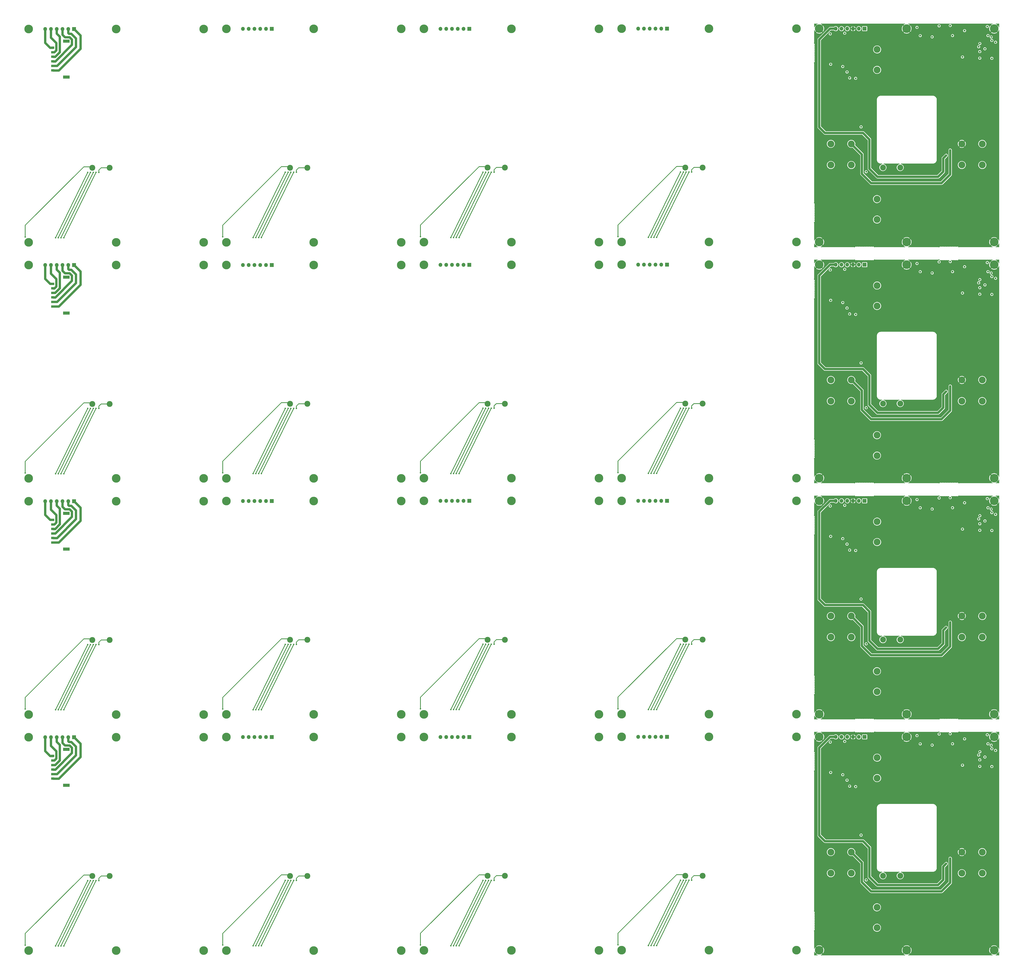
<source format=gbr>
%TF.GenerationSoftware,KiCad,Pcbnew,(6.0.5)*%
%TF.CreationDate,2022-08-17T15:04:12-07:00*%
%TF.ProjectId,X_Y_Panels,585f595f-5061-46e6-956c-732e6b696361,rev?*%
%TF.SameCoordinates,Original*%
%TF.FileFunction,Copper,L6,Bot*%
%TF.FilePolarity,Positive*%
%FSLAX46Y46*%
G04 Gerber Fmt 4.6, Leading zero omitted, Abs format (unit mm)*
G04 Created by KiCad (PCBNEW (6.0.5)) date 2022-08-17 15:04:12*
%MOMM*%
%LPD*%
G01*
G04 APERTURE LIST*
%TA.AperFunction,ConnectorPad*%
%ADD10C,3.800000*%
%TD*%
%TA.AperFunction,ComponentPad*%
%ADD11C,2.600000*%
%TD*%
%TA.AperFunction,ComponentPad*%
%ADD12R,1.700000X1.700000*%
%TD*%
%TA.AperFunction,ComponentPad*%
%ADD13O,1.700000X1.700000*%
%TD*%
%TA.AperFunction,ComponentPad*%
%ADD14C,3.000000*%
%TD*%
%TA.AperFunction,SMDPad,CuDef*%
%ADD15R,1.450000X1.100000*%
%TD*%
%TA.AperFunction,SMDPad,CuDef*%
%ADD16R,2.900000X1.350000*%
%TD*%
%TA.AperFunction,ViaPad*%
%ADD17C,0.800000*%
%TD*%
%TA.AperFunction,ViaPad*%
%ADD18C,0.650000*%
%TD*%
%TA.AperFunction,Conductor*%
%ADD19C,0.306000*%
%TD*%
%TA.AperFunction,Conductor*%
%ADD20C,1.000000*%
%TD*%
G04 APERTURE END LIST*
D10*
%TO.P,H29,1,1*%
%TO.N,GND*%
X399036000Y-314259997D03*
D11*
X399036000Y-314259997D03*
%TD*%
%TO.P,TP5,1,1*%
%TO.N,Coil_IN*%
X388582000Y-177429998D03*
%TO.P,TP5,2,2*%
%TO.N,Coil_OUT*%
X396202000Y-177429998D03*
%TD*%
D12*
%TO.P,J3,1,Pin_1*%
%TO.N,unconnected-(J3-Pad1)*%
X119546000Y-324359999D03*
D13*
%TO.P,J3,2,Pin_2*%
%TO.N,unconnected-(J3-Pad2)*%
X117006000Y-324359999D03*
%TO.P,J3,3,Pin_3*%
%TO.N,unconnected-(J3-Pad3)*%
X114466000Y-324359999D03*
%TO.P,J3,4,Pin_4*%
%TO.N,unconnected-(J3-Pad4)*%
X111926000Y-324359999D03*
%TO.P,J3,5,Pin_5*%
%TO.N,unconnected-(J3-Pad5)*%
X109386000Y-324359999D03*
%TO.P,J3,6,Pin_6*%
%TO.N,unconnected-(J3-Pad6)*%
X106846000Y-324359999D03*
%TD*%
D10*
%TO.P,H10,1,1*%
%TO.N,unconnected-(H10-Pad1)*%
X99546000Y-314359999D03*
D11*
X99546000Y-314359999D03*
%TD*%
D12*
%TO.P,J3,1,Pin_1*%
%TO.N,unconnected-(J3-Pad1)*%
X119546000Y-220359999D03*
D13*
%TO.P,J3,2,Pin_2*%
%TO.N,unconnected-(J3-Pad2)*%
X117006000Y-220359999D03*
%TO.P,J3,3,Pin_3*%
%TO.N,unconnected-(J3-Pad3)*%
X114466000Y-220359999D03*
%TO.P,J3,4,Pin_4*%
%TO.N,unconnected-(J3-Pad4)*%
X111926000Y-220359999D03*
%TO.P,J3,5,Pin_5*%
%TO.N,unconnected-(J3-Pad5)*%
X109386000Y-220359999D03*
%TO.P,J3,6,Pin_6*%
%TO.N,unconnected-(J3-Pad6)*%
X106846000Y-220359999D03*
%TD*%
D11*
%TO.P,H26,1,1*%
%TO.N,GND*%
X399036000Y-324259997D03*
D10*
X399036000Y-324259997D03*
%TD*%
D11*
%TO.P,TP3,1,1*%
%TO.N,Net-(TP3-Pad1)*%
X214586000Y-281479999D03*
%TO.P,TP3,2,2*%
X222206000Y-281479999D03*
%TD*%
D14*
%TO.P,SC1,1,+*%
%TO.N,Net-(D1-Pad2)*%
X374662000Y-271014000D03*
%TO.P,SC1,2,-*%
%TO.N,Net-(D2-Pad2)*%
X365662000Y-271014000D03*
%TD*%
D12*
%TO.P,J3,1,Pin_1*%
%TO.N,unconnected-(J3-Pad1)*%
X119546000Y-12359999D03*
D13*
%TO.P,J3,2,Pin_2*%
%TO.N,unconnected-(J3-Pad2)*%
X117006000Y-12359999D03*
%TO.P,J3,3,Pin_3*%
%TO.N,unconnected-(J3-Pad3)*%
X114466000Y-12359999D03*
%TO.P,J3,4,Pin_4*%
%TO.N,unconnected-(J3-Pad4)*%
X111926000Y-12359999D03*
%TO.P,J3,5,Pin_5*%
%TO.N,unconnected-(J3-Pad5)*%
X109386000Y-12359999D03*
%TO.P,J3,6,Pin_6*%
%TO.N,unconnected-(J3-Pad6)*%
X106846000Y-12359999D03*
%TD*%
D12*
%TO.P,J6,1,Pin_1*%
%TO.N,VBATT*%
X380536000Y-324259997D03*
D13*
%TO.P,J6,2,Pin_2*%
%TO.N,+3V3*%
X377996000Y-324259997D03*
%TO.P,J6,3,Pin_3*%
%TO.N,GND*%
X375456000Y-324259997D03*
%TO.P,J6,4,Pin_4*%
%TO.N,SDA*%
X372916000Y-324259997D03*
%TO.P,J6,5,Pin_5*%
%TO.N,SCL*%
X370376000Y-324259997D03*
%TO.P,J6,6,Pin_6*%
%TO.N,VSOLAR*%
X367836000Y-324259997D03*
%TD*%
D10*
%TO.P,H10,1,1*%
%TO.N,unconnected-(H10-Pad1)*%
X99546000Y-210359999D03*
D11*
X99546000Y-210359999D03*
%TD*%
D10*
%TO.P,H30,1,1*%
%TO.N,GND*%
X437536000Y-418259997D03*
D11*
X437536000Y-418259997D03*
%TD*%
D10*
%TO.P,H25,1,1*%
%TO.N,GND*%
X360536000Y-324259997D03*
D11*
X360536000Y-324259997D03*
%TD*%
D14*
%TO.P,SC3,1,+*%
%TO.N,Net-(D3-Pad2)*%
X385970000Y-96340000D03*
%TO.P,SC3,2,-*%
%TO.N,Net-(D4-Pad2)*%
X385970000Y-87340000D03*
%TD*%
D11*
%TO.P,H28,1,1*%
%TO.N,GND*%
X360536000Y-314259997D03*
D10*
X360536000Y-314259997D03*
%TD*%
%TO.P,H5,1,1*%
%TO.N,unconnected-(H5-Pad1)*%
X51050000Y-314410000D03*
D11*
X51050000Y-314410000D03*
%TD*%
%TO.P,H13,1,1*%
%TO.N,unconnected-(H13-Pad1)*%
X186542000Y-220309998D03*
D10*
X186542000Y-220309998D03*
%TD*%
%TO.P,H14,1,1*%
%TO.N,unconnected-(H14-Pad1)*%
X225042000Y-12309998D03*
D11*
X225042000Y-12309998D03*
%TD*%
D10*
%TO.P,H23,1,1*%
%TO.N,unconnected-(H23-Pad1)*%
X312038000Y-314259997D03*
D11*
X312038000Y-314259997D03*
%TD*%
%TO.P,TP4,1,1*%
%TO.N,Net-(TP4-Pad1)*%
X301582000Y-281429998D03*
%TO.P,TP4,2,2*%
X309202000Y-281429998D03*
%TD*%
D10*
%TO.P,H7,1,1*%
%TO.N,unconnected-(H7-Pad1)*%
X99546000Y-220359999D03*
D11*
X99546000Y-220359999D03*
%TD*%
D10*
%TO.P,H18,1,1*%
%TO.N,unconnected-(H18-Pad1)*%
X263542000Y-210309998D03*
D11*
X263542000Y-210309998D03*
%TD*%
%TO.P,H16,1,1*%
%TO.N,unconnected-(H16-Pad1)*%
X186542000Y-210309998D03*
D10*
X186542000Y-210309998D03*
%TD*%
D11*
%TO.P,H24,1,1*%
%TO.N,unconnected-(H24-Pad1)*%
X350538000Y-210259997D03*
D10*
X350538000Y-210259997D03*
%TD*%
D11*
%TO.P,H26,1,1*%
%TO.N,GND*%
X399036000Y-116259997D03*
D10*
X399036000Y-116259997D03*
%TD*%
D11*
%TO.P,H9,1,1*%
%TO.N,unconnected-(H9-Pad1)*%
X176546000Y-12359999D03*
D10*
X176546000Y-12359999D03*
%TD*%
D14*
%TO.P,SC3,1,+*%
%TO.N,Net-(D3-Pad2)*%
X385970000Y-408340000D03*
%TO.P,SC3,2,-*%
%TO.N,Net-(D4-Pad2)*%
X385970000Y-399340000D03*
%TD*%
D11*
%TO.P,H24,1,1*%
%TO.N,unconnected-(H24-Pad1)*%
X350538000Y-106259997D03*
D10*
X350538000Y-106259997D03*
%TD*%
D11*
%TO.P,H4,1,1*%
%TO.N,unconnected-(H4-Pad1)*%
X12550000Y-106410000D03*
D10*
X12550000Y-106410000D03*
%TD*%
%TO.P,H30,1,1*%
%TO.N,GND*%
X437536000Y-106259997D03*
D11*
X437536000Y-106259997D03*
%TD*%
D10*
%TO.P,H11,1,1*%
%TO.N,unconnected-(H11-Pad1)*%
X138046000Y-210359999D03*
D11*
X138046000Y-210359999D03*
%TD*%
%TO.P,H16,1,1*%
%TO.N,unconnected-(H16-Pad1)*%
X186542000Y-106309998D03*
D10*
X186542000Y-106309998D03*
%TD*%
D14*
%TO.P,SC6,1,+*%
%TO.N,Net-(D6-Pad2)*%
X432320000Y-167014000D03*
%TO.P,SC6,2,-*%
%TO.N,GND*%
X423320000Y-167014000D03*
%TD*%
D10*
%TO.P,H6,1,1*%
%TO.N,unconnected-(H6-Pad1)*%
X89550000Y-106410000D03*
D11*
X89550000Y-106410000D03*
%TD*%
%TO.P,TP5,1,1*%
%TO.N,Coil_IN*%
X388582000Y-385429998D03*
%TO.P,TP5,2,2*%
%TO.N,Coil_OUT*%
X396202000Y-385429998D03*
%TD*%
D10*
%TO.P,H27,1,1*%
%TO.N,GND*%
X437536000Y-324259997D03*
D11*
X437536000Y-324259997D03*
%TD*%
%TO.P,TP2,1,1*%
%TO.N,Net-(TP2-Pad1)*%
X127590000Y-281530000D03*
%TO.P,TP2,2,2*%
X135210000Y-281530000D03*
%TD*%
D14*
%TO.P,SC2,1,+*%
%TO.N,Net-(D2-Pad2)*%
X365662000Y-72320000D03*
%TO.P,SC2,2,-*%
%TO.N,Net-(D3-Pad2)*%
X374662000Y-72320000D03*
%TD*%
D11*
%TO.P,H17,1,1*%
%TO.N,unconnected-(H17-Pad1)*%
X225042000Y-106309998D03*
D10*
X225042000Y-106309998D03*
%TD*%
D11*
%TO.P,H3,1,1*%
%TO.N,unconnected-(H3-Pad1)*%
X89550000Y-220410000D03*
D10*
X89550000Y-220410000D03*
%TD*%
D11*
%TO.P,H4,1,1*%
%TO.N,unconnected-(H4-Pad1)*%
X12550000Y-418410000D03*
D10*
X12550000Y-418410000D03*
%TD*%
%TO.P,H18,1,1*%
%TO.N,unconnected-(H18-Pad1)*%
X263542000Y-106309998D03*
D11*
X263542000Y-106309998D03*
%TD*%
D10*
%TO.P,H22,1,1*%
%TO.N,unconnected-(H22-Pad1)*%
X273538000Y-210259997D03*
D11*
X273538000Y-210259997D03*
%TD*%
D10*
%TO.P,H20,1,1*%
%TO.N,unconnected-(H20-Pad1)*%
X312038000Y-12259997D03*
D11*
X312038000Y-12259997D03*
%TD*%
D12*
%TO.P,J4,1,Pin_1*%
%TO.N,unconnected-(J4-Pad1)*%
X206542000Y-12309998D03*
D13*
%TO.P,J4,2,Pin_2*%
%TO.N,unconnected-(J4-Pad2)*%
X204002000Y-12309998D03*
%TO.P,J4,3,Pin_3*%
%TO.N,unconnected-(J4-Pad3)*%
X201462000Y-12309998D03*
%TO.P,J4,4,Pin_4*%
%TO.N,unconnected-(J4-Pad4)*%
X198922000Y-12309998D03*
%TO.P,J4,5,Pin_5*%
%TO.N,unconnected-(J4-Pad5)*%
X196382000Y-12309998D03*
%TO.P,J4,6,Pin_6*%
%TO.N,unconnected-(J4-Pad6)*%
X193842000Y-12309998D03*
%TD*%
D14*
%TO.P,SC1,1,+*%
%TO.N,Net-(D1-Pad2)*%
X374662000Y-167014000D03*
%TO.P,SC1,2,-*%
%TO.N,Net-(D2-Pad2)*%
X365662000Y-167014000D03*
%TD*%
D11*
%TO.P,TP4,1,1*%
%TO.N,Net-(TP4-Pad1)*%
X301582000Y-385429998D03*
%TO.P,TP4,2,2*%
X309202000Y-385429998D03*
%TD*%
%TO.P,H3,1,1*%
%TO.N,unconnected-(H3-Pad1)*%
X89550000Y-12410000D03*
D10*
X89550000Y-12410000D03*
%TD*%
D14*
%TO.P,SC5,1,+*%
%TO.N,Net-(D5-Pad2)*%
X423320000Y-280320000D03*
%TO.P,SC5,2,-*%
%TO.N,Net-(D6-Pad2)*%
X432320000Y-280320000D03*
%TD*%
D11*
%TO.P,TP1,1,1*%
%TO.N,Net-(TP1-Pad1)*%
X40594000Y-385580001D03*
%TO.P,TP1,2,2*%
X48214000Y-385580001D03*
%TD*%
D10*
%TO.P,H22,1,1*%
%TO.N,unconnected-(H22-Pad1)*%
X273538000Y-314259997D03*
D11*
X273538000Y-314259997D03*
%TD*%
D14*
%TO.P,SC6,1,+*%
%TO.N,Net-(D6-Pad2)*%
X432320000Y-375014000D03*
%TO.P,SC6,2,-*%
%TO.N,GND*%
X423320000Y-375014000D03*
%TD*%
D10*
%TO.P,H12,1,1*%
%TO.N,unconnected-(H12-Pad1)*%
X176546000Y-314359999D03*
D11*
X176546000Y-314359999D03*
%TD*%
D12*
%TO.P,J1,1,Pin_1*%
%TO.N,Net-(J1-Pad1)*%
X32550000Y-324410000D03*
D13*
%TO.P,J1,2,Pin_2*%
%TO.N,Net-(J1-Pad2)*%
X30010000Y-324410000D03*
%TO.P,J1,3,Pin_3*%
%TO.N,Net-(J1-Pad3)*%
X27470000Y-324410000D03*
%TO.P,J1,4,Pin_4*%
%TO.N,Net-(J1-Pad4)*%
X24930000Y-324410000D03*
%TO.P,J1,5,Pin_5*%
%TO.N,Net-(J1-Pad5)*%
X22390000Y-324410000D03*
%TO.P,J1,6,Pin_6*%
%TO.N,Net-(J1-Pad6)*%
X19850000Y-324410000D03*
%TD*%
D10*
%TO.P,H2,1,1*%
%TO.N,unconnected-(H2-Pad1)*%
X51050000Y-12410000D03*
D11*
X51050000Y-12410000D03*
%TD*%
D10*
%TO.P,H6,1,1*%
%TO.N,unconnected-(H6-Pad1)*%
X89550000Y-210410000D03*
D11*
X89550000Y-210410000D03*
%TD*%
D10*
%TO.P,H30,1,1*%
%TO.N,GND*%
X437536000Y-314259997D03*
D11*
X437536000Y-314259997D03*
%TD*%
%TO.P,H15,1,1*%
%TO.N,unconnected-(H15-Pad1)*%
X263542000Y-12309998D03*
D10*
X263542000Y-12309998D03*
%TD*%
%TO.P,H10,1,1*%
%TO.N,unconnected-(H10-Pad1)*%
X99546000Y-106359999D03*
D11*
X99546000Y-106359999D03*
%TD*%
D10*
%TO.P,H1,1,1*%
%TO.N,unconnected-(H1-Pad1)*%
X12550000Y-12410000D03*
D11*
X12550000Y-12410000D03*
%TD*%
D10*
%TO.P,H29,1,1*%
%TO.N,GND*%
X399036000Y-418259997D03*
D11*
X399036000Y-418259997D03*
%TD*%
D10*
%TO.P,H11,1,1*%
%TO.N,unconnected-(H11-Pad1)*%
X138046000Y-314359999D03*
D11*
X138046000Y-314359999D03*
%TD*%
%TO.P,TP3,1,1*%
%TO.N,Net-(TP3-Pad1)*%
X214586000Y-385479999D03*
%TO.P,TP3,2,2*%
X222206000Y-385479999D03*
%TD*%
%TO.P,H13,1,1*%
%TO.N,unconnected-(H13-Pad1)*%
X186542000Y-324309998D03*
D10*
X186542000Y-324309998D03*
%TD*%
D11*
%TO.P,H16,1,1*%
%TO.N,unconnected-(H16-Pad1)*%
X186542000Y-418309998D03*
D10*
X186542000Y-418309998D03*
%TD*%
D11*
%TO.P,H9,1,1*%
%TO.N,unconnected-(H9-Pad1)*%
X176546000Y-116359999D03*
D10*
X176546000Y-116359999D03*
%TD*%
D11*
%TO.P,TP2,1,1*%
%TO.N,Net-(TP2-Pad1)*%
X127590000Y-177530000D03*
%TO.P,TP2,2,2*%
X135210000Y-177530000D03*
%TD*%
D10*
%TO.P,H2,1,1*%
%TO.N,unconnected-(H2-Pad1)*%
X51050000Y-116410000D03*
D11*
X51050000Y-116410000D03*
%TD*%
D10*
%TO.P,H12,1,1*%
%TO.N,unconnected-(H12-Pad1)*%
X176546000Y-418359999D03*
D11*
X176546000Y-418359999D03*
%TD*%
D14*
%TO.P,SC4,1,+*%
%TO.N,Net-(D4-Pad2)*%
X386020000Y-238420000D03*
%TO.P,SC4,2,-*%
%TO.N,Net-(D5-Pad2)*%
X386020000Y-229420000D03*
%TD*%
D10*
%TO.P,H19,1,1*%
%TO.N,unconnected-(H19-Pad1)*%
X273538000Y-220259997D03*
D11*
X273538000Y-220259997D03*
%TD*%
D10*
%TO.P,H30,1,1*%
%TO.N,GND*%
X437536000Y-210259997D03*
D11*
X437536000Y-210259997D03*
%TD*%
D10*
%TO.P,H29,1,1*%
%TO.N,GND*%
X399036000Y-106259997D03*
D11*
X399036000Y-106259997D03*
%TD*%
%TO.P,H13,1,1*%
%TO.N,unconnected-(H13-Pad1)*%
X186542000Y-12309998D03*
D10*
X186542000Y-12309998D03*
%TD*%
D11*
%TO.P,H8,1,1*%
%TO.N,unconnected-(H8-Pad1)*%
X138046000Y-12359999D03*
D10*
X138046000Y-12359999D03*
%TD*%
D12*
%TO.P,J6,1,Pin_1*%
%TO.N,VBATT*%
X380536000Y-116259997D03*
D13*
%TO.P,J6,2,Pin_2*%
%TO.N,+3V3*%
X377996000Y-116259997D03*
%TO.P,J6,3,Pin_3*%
%TO.N,GND*%
X375456000Y-116259997D03*
%TO.P,J6,4,Pin_4*%
%TO.N,SDA*%
X372916000Y-116259997D03*
%TO.P,J6,5,Pin_5*%
%TO.N,SCL*%
X370376000Y-116259997D03*
%TO.P,J6,6,Pin_6*%
%TO.N,VSOLAR*%
X367836000Y-116259997D03*
%TD*%
D10*
%TO.P,H19,1,1*%
%TO.N,unconnected-(H19-Pad1)*%
X273538000Y-324259997D03*
D11*
X273538000Y-324259997D03*
%TD*%
D10*
%TO.P,H20,1,1*%
%TO.N,unconnected-(H20-Pad1)*%
X312038000Y-220259997D03*
D11*
X312038000Y-220259997D03*
%TD*%
D10*
%TO.P,H20,1,1*%
%TO.N,unconnected-(H20-Pad1)*%
X312038000Y-116259997D03*
D11*
X312038000Y-116259997D03*
%TD*%
D12*
%TO.P,J6,1,Pin_1*%
%TO.N,VBATT*%
X380536000Y-12259997D03*
D13*
%TO.P,J6,2,Pin_2*%
%TO.N,+3V3*%
X377996000Y-12259997D03*
%TO.P,J6,3,Pin_3*%
%TO.N,GND*%
X375456000Y-12259997D03*
%TO.P,J6,4,Pin_4*%
%TO.N,SDA*%
X372916000Y-12259997D03*
%TO.P,J6,5,Pin_5*%
%TO.N,SCL*%
X370376000Y-12259997D03*
%TO.P,J6,6,Pin_6*%
%TO.N,VSOLAR*%
X367836000Y-12259997D03*
%TD*%
D11*
%TO.P,H24,1,1*%
%TO.N,unconnected-(H24-Pad1)*%
X350538000Y-418259997D03*
D10*
X350538000Y-418259997D03*
%TD*%
D11*
%TO.P,H4,1,1*%
%TO.N,unconnected-(H4-Pad1)*%
X12550000Y-314410000D03*
D10*
X12550000Y-314410000D03*
%TD*%
D14*
%TO.P,SC3,1,+*%
%TO.N,Net-(D3-Pad2)*%
X385970000Y-304340000D03*
%TO.P,SC3,2,-*%
%TO.N,Net-(D4-Pad2)*%
X385970000Y-295340000D03*
%TD*%
D10*
%TO.P,H21,1,1*%
%TO.N,unconnected-(H21-Pad1)*%
X350538000Y-220259997D03*
D11*
X350538000Y-220259997D03*
%TD*%
%TO.P,H17,1,1*%
%TO.N,unconnected-(H17-Pad1)*%
X225042000Y-210309998D03*
D10*
X225042000Y-210309998D03*
%TD*%
%TO.P,H19,1,1*%
%TO.N,unconnected-(H19-Pad1)*%
X273538000Y-12259997D03*
D11*
X273538000Y-12259997D03*
%TD*%
D12*
%TO.P,J3,1,Pin_1*%
%TO.N,unconnected-(J3-Pad1)*%
X119546000Y-116359999D03*
D13*
%TO.P,J3,2,Pin_2*%
%TO.N,unconnected-(J3-Pad2)*%
X117006000Y-116359999D03*
%TO.P,J3,3,Pin_3*%
%TO.N,unconnected-(J3-Pad3)*%
X114466000Y-116359999D03*
%TO.P,J3,4,Pin_4*%
%TO.N,unconnected-(J3-Pad4)*%
X111926000Y-116359999D03*
%TO.P,J3,5,Pin_5*%
%TO.N,unconnected-(J3-Pad5)*%
X109386000Y-116359999D03*
%TO.P,J3,6,Pin_6*%
%TO.N,unconnected-(J3-Pad6)*%
X106846000Y-116359999D03*
%TD*%
D10*
%TO.P,H23,1,1*%
%TO.N,unconnected-(H23-Pad1)*%
X312038000Y-106259997D03*
D11*
X312038000Y-106259997D03*
%TD*%
D10*
%TO.P,H1,1,1*%
%TO.N,unconnected-(H1-Pad1)*%
X12550000Y-324410000D03*
D11*
X12550000Y-324410000D03*
%TD*%
D10*
%TO.P,H27,1,1*%
%TO.N,GND*%
X437536000Y-220259997D03*
D11*
X437536000Y-220259997D03*
%TD*%
D10*
%TO.P,H6,1,1*%
%TO.N,unconnected-(H6-Pad1)*%
X89550000Y-314410000D03*
D11*
X89550000Y-314410000D03*
%TD*%
D10*
%TO.P,H11,1,1*%
%TO.N,unconnected-(H11-Pad1)*%
X138046000Y-418359999D03*
D11*
X138046000Y-418359999D03*
%TD*%
D10*
%TO.P,H5,1,1*%
%TO.N,unconnected-(H5-Pad1)*%
X51050000Y-106410000D03*
D11*
X51050000Y-106410000D03*
%TD*%
D10*
%TO.P,H23,1,1*%
%TO.N,unconnected-(H23-Pad1)*%
X312038000Y-210259997D03*
D11*
X312038000Y-210259997D03*
%TD*%
D10*
%TO.P,H1,1,1*%
%TO.N,unconnected-(H1-Pad1)*%
X12550000Y-220410000D03*
D11*
X12550000Y-220410000D03*
%TD*%
%TO.P,H8,1,1*%
%TO.N,unconnected-(H8-Pad1)*%
X138046000Y-324359999D03*
D10*
X138046000Y-324359999D03*
%TD*%
D12*
%TO.P,J1,1,Pin_1*%
%TO.N,Net-(J1-Pad1)*%
X32550000Y-116410000D03*
D13*
%TO.P,J1,2,Pin_2*%
%TO.N,Net-(J1-Pad2)*%
X30010000Y-116410000D03*
%TO.P,J1,3,Pin_3*%
%TO.N,Net-(J1-Pad3)*%
X27470000Y-116410000D03*
%TO.P,J1,4,Pin_4*%
%TO.N,Net-(J1-Pad4)*%
X24930000Y-116410000D03*
%TO.P,J1,5,Pin_5*%
%TO.N,Net-(J1-Pad5)*%
X22390000Y-116410000D03*
%TO.P,J1,6,Pin_6*%
%TO.N,Net-(J1-Pad6)*%
X19850000Y-116410000D03*
%TD*%
D10*
%TO.P,H23,1,1*%
%TO.N,unconnected-(H23-Pad1)*%
X312038000Y-418259997D03*
D11*
X312038000Y-418259997D03*
%TD*%
%TO.P,H28,1,1*%
%TO.N,GND*%
X360536000Y-210259997D03*
D10*
X360536000Y-210259997D03*
%TD*%
D11*
%TO.P,H15,1,1*%
%TO.N,unconnected-(H15-Pad1)*%
X263542000Y-220309998D03*
D10*
X263542000Y-220309998D03*
%TD*%
D14*
%TO.P,SC5,1,+*%
%TO.N,Net-(D5-Pad2)*%
X423320000Y-176320000D03*
%TO.P,SC5,2,-*%
%TO.N,Net-(D6-Pad2)*%
X432320000Y-176320000D03*
%TD*%
%TO.P,SC1,1,+*%
%TO.N,Net-(D1-Pad2)*%
X374662000Y-63014000D03*
%TO.P,SC1,2,-*%
%TO.N,Net-(D2-Pad2)*%
X365662000Y-63014000D03*
%TD*%
D10*
%TO.P,H11,1,1*%
%TO.N,unconnected-(H11-Pad1)*%
X138046000Y-106359999D03*
D11*
X138046000Y-106359999D03*
%TD*%
%TO.P,H9,1,1*%
%TO.N,unconnected-(H9-Pad1)*%
X176546000Y-220359999D03*
D10*
X176546000Y-220359999D03*
%TD*%
%TO.P,H21,1,1*%
%TO.N,unconnected-(H21-Pad1)*%
X350538000Y-12259997D03*
D11*
X350538000Y-12259997D03*
%TD*%
D14*
%TO.P,SC4,1,+*%
%TO.N,Net-(D4-Pad2)*%
X386020000Y-134420000D03*
%TO.P,SC4,2,-*%
%TO.N,Net-(D5-Pad2)*%
X386020000Y-125420000D03*
%TD*%
D10*
%TO.P,H25,1,1*%
%TO.N,GND*%
X360536000Y-116259997D03*
D11*
X360536000Y-116259997D03*
%TD*%
D12*
%TO.P,J5,1,Pin_1*%
%TO.N,unconnected-(J5-Pad1)*%
X293538000Y-324259997D03*
D13*
%TO.P,J5,2,Pin_2*%
%TO.N,unconnected-(J5-Pad2)*%
X290998000Y-324259997D03*
%TO.P,J5,3,Pin_3*%
%TO.N,unconnected-(J5-Pad3)*%
X288458000Y-324259997D03*
%TO.P,J5,4,Pin_4*%
%TO.N,unconnected-(J5-Pad4)*%
X285918000Y-324259997D03*
%TO.P,J5,5,Pin_5*%
%TO.N,unconnected-(J5-Pad5)*%
X283378000Y-324259997D03*
%TO.P,J5,6,Pin_6*%
%TO.N,unconnected-(J5-Pad6)*%
X280838000Y-324259997D03*
%TD*%
D11*
%TO.P,H13,1,1*%
%TO.N,unconnected-(H13-Pad1)*%
X186542000Y-116309998D03*
D10*
X186542000Y-116309998D03*
%TD*%
D12*
%TO.P,J5,1,Pin_1*%
%TO.N,unconnected-(J5-Pad1)*%
X293538000Y-116259997D03*
D13*
%TO.P,J5,2,Pin_2*%
%TO.N,unconnected-(J5-Pad2)*%
X290998000Y-116259997D03*
%TO.P,J5,3,Pin_3*%
%TO.N,unconnected-(J5-Pad3)*%
X288458000Y-116259997D03*
%TO.P,J5,4,Pin_4*%
%TO.N,unconnected-(J5-Pad4)*%
X285918000Y-116259997D03*
%TO.P,J5,5,Pin_5*%
%TO.N,unconnected-(J5-Pad5)*%
X283378000Y-116259997D03*
%TO.P,J5,6,Pin_6*%
%TO.N,unconnected-(J5-Pad6)*%
X280838000Y-116259997D03*
%TD*%
D11*
%TO.P,H16,1,1*%
%TO.N,unconnected-(H16-Pad1)*%
X186542000Y-314309998D03*
D10*
X186542000Y-314309998D03*
%TD*%
D11*
%TO.P,TP3,1,1*%
%TO.N,Net-(TP3-Pad1)*%
X214586000Y-177479999D03*
%TO.P,TP3,2,2*%
X222206000Y-177479999D03*
%TD*%
D14*
%TO.P,SC2,1,+*%
%TO.N,Net-(D2-Pad2)*%
X365662000Y-384320000D03*
%TO.P,SC2,2,-*%
%TO.N,Net-(D3-Pad2)*%
X374662000Y-384320000D03*
%TD*%
%TO.P,SC6,1,+*%
%TO.N,Net-(D6-Pad2)*%
X432320000Y-271014000D03*
%TO.P,SC6,2,-*%
%TO.N,GND*%
X423320000Y-271014000D03*
%TD*%
%TO.P,SC5,1,+*%
%TO.N,Net-(D5-Pad2)*%
X423320000Y-384320000D03*
%TO.P,SC5,2,-*%
%TO.N,Net-(D6-Pad2)*%
X432320000Y-384320000D03*
%TD*%
D12*
%TO.P,J6,1,Pin_1*%
%TO.N,VBATT*%
X380536000Y-220259997D03*
D13*
%TO.P,J6,2,Pin_2*%
%TO.N,+3V3*%
X377996000Y-220259997D03*
%TO.P,J6,3,Pin_3*%
%TO.N,GND*%
X375456000Y-220259997D03*
%TO.P,J6,4,Pin_4*%
%TO.N,SDA*%
X372916000Y-220259997D03*
%TO.P,J6,5,Pin_5*%
%TO.N,SCL*%
X370376000Y-220259997D03*
%TO.P,J6,6,Pin_6*%
%TO.N,VSOLAR*%
X367836000Y-220259997D03*
%TD*%
D14*
%TO.P,SC5,1,+*%
%TO.N,Net-(D5-Pad2)*%
X423320000Y-72320000D03*
%TO.P,SC5,2,-*%
%TO.N,Net-(D6-Pad2)*%
X432320000Y-72320000D03*
%TD*%
D11*
%TO.P,H3,1,1*%
%TO.N,unconnected-(H3-Pad1)*%
X89550000Y-116410000D03*
D10*
X89550000Y-116410000D03*
%TD*%
D11*
%TO.P,TP5,1,1*%
%TO.N,Coil_IN*%
X388582000Y-281429998D03*
%TO.P,TP5,2,2*%
%TO.N,Coil_OUT*%
X396202000Y-281429998D03*
%TD*%
%TO.P,H17,1,1*%
%TO.N,unconnected-(H17-Pad1)*%
X225042000Y-314309998D03*
D10*
X225042000Y-314309998D03*
%TD*%
D14*
%TO.P,SC3,1,+*%
%TO.N,Net-(D3-Pad2)*%
X385970000Y-200340000D03*
%TO.P,SC3,2,-*%
%TO.N,Net-(D4-Pad2)*%
X385970000Y-191340000D03*
%TD*%
D11*
%TO.P,H28,1,1*%
%TO.N,GND*%
X360536000Y-418259997D03*
D10*
X360536000Y-418259997D03*
%TD*%
D12*
%TO.P,J1,1,Pin_1*%
%TO.N,Net-(J1-Pad1)*%
X32550000Y-220410000D03*
D13*
%TO.P,J1,2,Pin_2*%
%TO.N,Net-(J1-Pad2)*%
X30010000Y-220410000D03*
%TO.P,J1,3,Pin_3*%
%TO.N,Net-(J1-Pad3)*%
X27470000Y-220410000D03*
%TO.P,J1,4,Pin_4*%
%TO.N,Net-(J1-Pad4)*%
X24930000Y-220410000D03*
%TO.P,J1,5,Pin_5*%
%TO.N,Net-(J1-Pad5)*%
X22390000Y-220410000D03*
%TO.P,J1,6,Pin_6*%
%TO.N,Net-(J1-Pad6)*%
X19850000Y-220410000D03*
%TD*%
D11*
%TO.P,TP3,1,1*%
%TO.N,Net-(TP3-Pad1)*%
X214586000Y-73479999D03*
%TO.P,TP3,2,2*%
X222206000Y-73479999D03*
%TD*%
D12*
%TO.P,J4,1,Pin_1*%
%TO.N,unconnected-(J4-Pad1)*%
X206542000Y-220309998D03*
D13*
%TO.P,J4,2,Pin_2*%
%TO.N,unconnected-(J4-Pad2)*%
X204002000Y-220309998D03*
%TO.P,J4,3,Pin_3*%
%TO.N,unconnected-(J4-Pad3)*%
X201462000Y-220309998D03*
%TO.P,J4,4,Pin_4*%
%TO.N,unconnected-(J4-Pad4)*%
X198922000Y-220309998D03*
%TO.P,J4,5,Pin_5*%
%TO.N,unconnected-(J4-Pad5)*%
X196382000Y-220309998D03*
%TO.P,J4,6,Pin_6*%
%TO.N,unconnected-(J4-Pad6)*%
X193842000Y-220309998D03*
%TD*%
D10*
%TO.P,H25,1,1*%
%TO.N,GND*%
X360536000Y-12259997D03*
D11*
X360536000Y-12259997D03*
%TD*%
D10*
%TO.P,H12,1,1*%
%TO.N,unconnected-(H12-Pad1)*%
X176546000Y-106359999D03*
D11*
X176546000Y-106359999D03*
%TD*%
D10*
%TO.P,H18,1,1*%
%TO.N,unconnected-(H18-Pad1)*%
X263542000Y-418309998D03*
D11*
X263542000Y-418309998D03*
%TD*%
D14*
%TO.P,SC2,1,+*%
%TO.N,Net-(D2-Pad2)*%
X365662000Y-176320000D03*
%TO.P,SC2,2,-*%
%TO.N,Net-(D3-Pad2)*%
X374662000Y-176320000D03*
%TD*%
D11*
%TO.P,H4,1,1*%
%TO.N,unconnected-(H4-Pad1)*%
X12550000Y-210410000D03*
D10*
X12550000Y-210410000D03*
%TD*%
D14*
%TO.P,SC2,1,+*%
%TO.N,Net-(D2-Pad2)*%
X365662000Y-280320000D03*
%TO.P,SC2,2,-*%
%TO.N,Net-(D3-Pad2)*%
X374662000Y-280320000D03*
%TD*%
D10*
%TO.P,H21,1,1*%
%TO.N,unconnected-(H21-Pad1)*%
X350538000Y-324259997D03*
D11*
X350538000Y-324259997D03*
%TD*%
D10*
%TO.P,H20,1,1*%
%TO.N,unconnected-(H20-Pad1)*%
X312038000Y-324259997D03*
D11*
X312038000Y-324259997D03*
%TD*%
D12*
%TO.P,J5,1,Pin_1*%
%TO.N,unconnected-(J5-Pad1)*%
X293538000Y-220259997D03*
D13*
%TO.P,J5,2,Pin_2*%
%TO.N,unconnected-(J5-Pad2)*%
X290998000Y-220259997D03*
%TO.P,J5,3,Pin_3*%
%TO.N,unconnected-(J5-Pad3)*%
X288458000Y-220259997D03*
%TO.P,J5,4,Pin_4*%
%TO.N,unconnected-(J5-Pad4)*%
X285918000Y-220259997D03*
%TO.P,J5,5,Pin_5*%
%TO.N,unconnected-(J5-Pad5)*%
X283378000Y-220259997D03*
%TO.P,J5,6,Pin_6*%
%TO.N,unconnected-(J5-Pad6)*%
X280838000Y-220259997D03*
%TD*%
D11*
%TO.P,H24,1,1*%
%TO.N,unconnected-(H24-Pad1)*%
X350538000Y-314259997D03*
D10*
X350538000Y-314259997D03*
%TD*%
%TO.P,H6,1,1*%
%TO.N,unconnected-(H6-Pad1)*%
X89550000Y-418410000D03*
D11*
X89550000Y-418410000D03*
%TD*%
%TO.P,H9,1,1*%
%TO.N,unconnected-(H9-Pad1)*%
X176546000Y-324359999D03*
D10*
X176546000Y-324359999D03*
%TD*%
D14*
%TO.P,SC4,1,+*%
%TO.N,Net-(D4-Pad2)*%
X386020000Y-342420000D03*
%TO.P,SC4,2,-*%
%TO.N,Net-(D5-Pad2)*%
X386020000Y-333420000D03*
%TD*%
D11*
%TO.P,H15,1,1*%
%TO.N,unconnected-(H15-Pad1)*%
X263542000Y-116309998D03*
D10*
X263542000Y-116309998D03*
%TD*%
%TO.P,H14,1,1*%
%TO.N,unconnected-(H14-Pad1)*%
X225042000Y-220309998D03*
D11*
X225042000Y-220309998D03*
%TD*%
D12*
%TO.P,J1,1,Pin_1*%
%TO.N,Net-(J1-Pad1)*%
X32550000Y-12410000D03*
D13*
%TO.P,J1,2,Pin_2*%
%TO.N,Net-(J1-Pad2)*%
X30010000Y-12410000D03*
%TO.P,J1,3,Pin_3*%
%TO.N,Net-(J1-Pad3)*%
X27470000Y-12410000D03*
%TO.P,J1,4,Pin_4*%
%TO.N,Net-(J1-Pad4)*%
X24930000Y-12410000D03*
%TO.P,J1,5,Pin_5*%
%TO.N,Net-(J1-Pad5)*%
X22390000Y-12410000D03*
%TO.P,J1,6,Pin_6*%
%TO.N,Net-(J1-Pad6)*%
X19850000Y-12410000D03*
%TD*%
D10*
%TO.P,H14,1,1*%
%TO.N,unconnected-(H14-Pad1)*%
X225042000Y-116309998D03*
D11*
X225042000Y-116309998D03*
%TD*%
D10*
%TO.P,H7,1,1*%
%TO.N,unconnected-(H7-Pad1)*%
X99546000Y-116359999D03*
D11*
X99546000Y-116359999D03*
%TD*%
D10*
%TO.P,H19,1,1*%
%TO.N,unconnected-(H19-Pad1)*%
X273538000Y-116259997D03*
D11*
X273538000Y-116259997D03*
%TD*%
%TO.P,H15,1,1*%
%TO.N,unconnected-(H15-Pad1)*%
X263542000Y-324309998D03*
D10*
X263542000Y-324309998D03*
%TD*%
%TO.P,H5,1,1*%
%TO.N,unconnected-(H5-Pad1)*%
X51050000Y-418410000D03*
D11*
X51050000Y-418410000D03*
%TD*%
D10*
%TO.P,H18,1,1*%
%TO.N,unconnected-(H18-Pad1)*%
X263542000Y-314309998D03*
D11*
X263542000Y-314309998D03*
%TD*%
D10*
%TO.P,H29,1,1*%
%TO.N,GND*%
X399036000Y-210259997D03*
D11*
X399036000Y-210259997D03*
%TD*%
D10*
%TO.P,H7,1,1*%
%TO.N,unconnected-(H7-Pad1)*%
X99546000Y-324359999D03*
D11*
X99546000Y-324359999D03*
%TD*%
%TO.P,TP4,1,1*%
%TO.N,Net-(TP4-Pad1)*%
X301582000Y-177429998D03*
%TO.P,TP4,2,2*%
X309202000Y-177429998D03*
%TD*%
%TO.P,TP1,1,1*%
%TO.N,Net-(TP1-Pad1)*%
X40594000Y-73580001D03*
%TO.P,TP1,2,2*%
X48214000Y-73580001D03*
%TD*%
D10*
%TO.P,H22,1,1*%
%TO.N,unconnected-(H22-Pad1)*%
X273538000Y-106259997D03*
D11*
X273538000Y-106259997D03*
%TD*%
D10*
%TO.P,H14,1,1*%
%TO.N,unconnected-(H14-Pad1)*%
X225042000Y-324309998D03*
D11*
X225042000Y-324309998D03*
%TD*%
%TO.P,H26,1,1*%
%TO.N,GND*%
X399036000Y-12259997D03*
D10*
X399036000Y-12259997D03*
%TD*%
%TO.P,H7,1,1*%
%TO.N,unconnected-(H7-Pad1)*%
X99546000Y-12359999D03*
D11*
X99546000Y-12359999D03*
%TD*%
D10*
%TO.P,H5,1,1*%
%TO.N,unconnected-(H5-Pad1)*%
X51050000Y-210410000D03*
D11*
X51050000Y-210410000D03*
%TD*%
D10*
%TO.P,H2,1,1*%
%TO.N,unconnected-(H2-Pad1)*%
X51050000Y-324410000D03*
D11*
X51050000Y-324410000D03*
%TD*%
D10*
%TO.P,H10,1,1*%
%TO.N,unconnected-(H10-Pad1)*%
X99546000Y-418359999D03*
D11*
X99546000Y-418359999D03*
%TD*%
D12*
%TO.P,J5,1,Pin_1*%
%TO.N,unconnected-(J5-Pad1)*%
X293538000Y-12259997D03*
D13*
%TO.P,J5,2,Pin_2*%
%TO.N,unconnected-(J5-Pad2)*%
X290998000Y-12259997D03*
%TO.P,J5,3,Pin_3*%
%TO.N,unconnected-(J5-Pad3)*%
X288458000Y-12259997D03*
%TO.P,J5,4,Pin_4*%
%TO.N,unconnected-(J5-Pad4)*%
X285918000Y-12259997D03*
%TO.P,J5,5,Pin_5*%
%TO.N,unconnected-(J5-Pad5)*%
X283378000Y-12259997D03*
%TO.P,J5,6,Pin_6*%
%TO.N,unconnected-(J5-Pad6)*%
X280838000Y-12259997D03*
%TD*%
D11*
%TO.P,H28,1,1*%
%TO.N,GND*%
X360536000Y-106259997D03*
D10*
X360536000Y-106259997D03*
%TD*%
%TO.P,H22,1,1*%
%TO.N,unconnected-(H22-Pad1)*%
X273538000Y-418259997D03*
D11*
X273538000Y-418259997D03*
%TD*%
D14*
%TO.P,SC4,1,+*%
%TO.N,Net-(D4-Pad2)*%
X386020000Y-30420000D03*
%TO.P,SC4,2,-*%
%TO.N,Net-(D5-Pad2)*%
X386020000Y-21420000D03*
%TD*%
D10*
%TO.P,H1,1,1*%
%TO.N,unconnected-(H1-Pad1)*%
X12550000Y-116410000D03*
D11*
X12550000Y-116410000D03*
%TD*%
D12*
%TO.P,J4,1,Pin_1*%
%TO.N,unconnected-(J4-Pad1)*%
X206542000Y-116309998D03*
D13*
%TO.P,J4,2,Pin_2*%
%TO.N,unconnected-(J4-Pad2)*%
X204002000Y-116309998D03*
%TO.P,J4,3,Pin_3*%
%TO.N,unconnected-(J4-Pad3)*%
X201462000Y-116309998D03*
%TO.P,J4,4,Pin_4*%
%TO.N,unconnected-(J4-Pad4)*%
X198922000Y-116309998D03*
%TO.P,J4,5,Pin_5*%
%TO.N,unconnected-(J4-Pad5)*%
X196382000Y-116309998D03*
%TO.P,J4,6,Pin_6*%
%TO.N,unconnected-(J4-Pad6)*%
X193842000Y-116309998D03*
%TD*%
D11*
%TO.P,H26,1,1*%
%TO.N,GND*%
X399036000Y-220259997D03*
D10*
X399036000Y-220259997D03*
%TD*%
%TO.P,H27,1,1*%
%TO.N,GND*%
X437536000Y-116259997D03*
D11*
X437536000Y-116259997D03*
%TD*%
D10*
%TO.P,H27,1,1*%
%TO.N,GND*%
X437536000Y-12259997D03*
D11*
X437536000Y-12259997D03*
%TD*%
%TO.P,H3,1,1*%
%TO.N,unconnected-(H3-Pad1)*%
X89550000Y-324410000D03*
D10*
X89550000Y-324410000D03*
%TD*%
D11*
%TO.P,TP1,1,1*%
%TO.N,Net-(TP1-Pad1)*%
X40594000Y-281580001D03*
%TO.P,TP1,2,2*%
X48214000Y-281580001D03*
%TD*%
%TO.P,H8,1,1*%
%TO.N,unconnected-(H8-Pad1)*%
X138046000Y-220359999D03*
D10*
X138046000Y-220359999D03*
%TD*%
D11*
%TO.P,TP2,1,1*%
%TO.N,Net-(TP2-Pad1)*%
X127590000Y-73530000D03*
%TO.P,TP2,2,2*%
X135210000Y-73530000D03*
%TD*%
D10*
%TO.P,H12,1,1*%
%TO.N,unconnected-(H12-Pad1)*%
X176546000Y-210359999D03*
D11*
X176546000Y-210359999D03*
%TD*%
%TO.P,TP5,1,1*%
%TO.N,Coil_IN*%
X388582000Y-73429998D03*
%TO.P,TP5,2,2*%
%TO.N,Coil_OUT*%
X396202000Y-73429998D03*
%TD*%
%TO.P,H8,1,1*%
%TO.N,unconnected-(H8-Pad1)*%
X138046000Y-116359999D03*
D10*
X138046000Y-116359999D03*
%TD*%
D11*
%TO.P,TP4,1,1*%
%TO.N,Net-(TP4-Pad1)*%
X301582000Y-73429998D03*
%TO.P,TP4,2,2*%
X309202000Y-73429998D03*
%TD*%
D10*
%TO.P,H25,1,1*%
%TO.N,GND*%
X360536000Y-220259997D03*
D11*
X360536000Y-220259997D03*
%TD*%
D10*
%TO.P,H21,1,1*%
%TO.N,unconnected-(H21-Pad1)*%
X350538000Y-116259997D03*
D11*
X350538000Y-116259997D03*
%TD*%
D10*
%TO.P,H2,1,1*%
%TO.N,unconnected-(H2-Pad1)*%
X51050000Y-220410000D03*
D11*
X51050000Y-220410000D03*
%TD*%
D12*
%TO.P,J4,1,Pin_1*%
%TO.N,unconnected-(J4-Pad1)*%
X206542000Y-324309998D03*
D13*
%TO.P,J4,2,Pin_2*%
%TO.N,unconnected-(J4-Pad2)*%
X204002000Y-324309998D03*
%TO.P,J4,3,Pin_3*%
%TO.N,unconnected-(J4-Pad3)*%
X201462000Y-324309998D03*
%TO.P,J4,4,Pin_4*%
%TO.N,unconnected-(J4-Pad4)*%
X198922000Y-324309998D03*
%TO.P,J4,5,Pin_5*%
%TO.N,unconnected-(J4-Pad5)*%
X196382000Y-324309998D03*
%TO.P,J4,6,Pin_6*%
%TO.N,unconnected-(J4-Pad6)*%
X193842000Y-324309998D03*
%TD*%
D14*
%TO.P,SC1,1,+*%
%TO.N,Net-(D1-Pad2)*%
X374662000Y-375014000D03*
%TO.P,SC1,2,-*%
%TO.N,Net-(D2-Pad2)*%
X365662000Y-375014000D03*
%TD*%
D11*
%TO.P,TP1,1,1*%
%TO.N,Net-(TP1-Pad1)*%
X40594000Y-177580001D03*
%TO.P,TP1,2,2*%
X48214000Y-177580001D03*
%TD*%
D14*
%TO.P,SC6,1,+*%
%TO.N,Net-(D6-Pad2)*%
X432320000Y-63014000D03*
%TO.P,SC6,2,-*%
%TO.N,GND*%
X423320000Y-63014000D03*
%TD*%
D11*
%TO.P,H17,1,1*%
%TO.N,unconnected-(H17-Pad1)*%
X225042000Y-418309998D03*
D10*
X225042000Y-418309998D03*
%TD*%
D11*
%TO.P,TP2,1,1*%
%TO.N,Net-(TP2-Pad1)*%
X127590000Y-385530000D03*
%TO.P,TP2,2,2*%
X135210000Y-385530000D03*
%TD*%
D15*
%TO.P,J2,1,1*%
%TO.N,Net-(J1-Pad6)*%
X23120000Y-228654000D03*
%TO.P,J2,2,2*%
%TO.N,Net-(J1-Pad5)*%
X23120000Y-230654000D03*
%TO.P,J2,3,3*%
%TO.N,Net-(J1-Pad4)*%
X23120000Y-232654000D03*
%TO.P,J2,4,4*%
%TO.N,Net-(J1-Pad3)*%
X23120000Y-234654000D03*
%TO.P,J2,5,5*%
%TO.N,Net-(J1-Pad2)*%
X23120000Y-236654000D03*
%TO.P,J2,6,6*%
%TO.N,Net-(J1-Pad1)*%
X23120000Y-238654000D03*
D16*
%TO.P,J2,S1,SHIELD1*%
%TO.N,unconnected-(J2-PadS1)*%
X29095000Y-225759000D03*
%TO.P,J2,S2,SHIELD2*%
%TO.N,unconnected-(J2-PadS2)*%
X29095000Y-241549000D03*
%TD*%
D15*
%TO.P,J2,1,1*%
%TO.N,Net-(J1-Pad6)*%
X23120000Y-20654000D03*
%TO.P,J2,2,2*%
%TO.N,Net-(J1-Pad5)*%
X23120000Y-22654000D03*
%TO.P,J2,3,3*%
%TO.N,Net-(J1-Pad4)*%
X23120000Y-24654000D03*
%TO.P,J2,4,4*%
%TO.N,Net-(J1-Pad3)*%
X23120000Y-26654000D03*
%TO.P,J2,5,5*%
%TO.N,Net-(J1-Pad2)*%
X23120000Y-28654000D03*
%TO.P,J2,6,6*%
%TO.N,Net-(J1-Pad1)*%
X23120000Y-30654000D03*
D16*
%TO.P,J2,S1,SHIELD1*%
%TO.N,unconnected-(J2-PadS1)*%
X29095000Y-17759000D03*
%TO.P,J2,S2,SHIELD2*%
%TO.N,unconnected-(J2-PadS2)*%
X29095000Y-33549000D03*
%TD*%
D15*
%TO.P,J2,1,1*%
%TO.N,Net-(J1-Pad6)*%
X23120000Y-124654000D03*
%TO.P,J2,2,2*%
%TO.N,Net-(J1-Pad5)*%
X23120000Y-126654000D03*
%TO.P,J2,3,3*%
%TO.N,Net-(J1-Pad4)*%
X23120000Y-128654000D03*
%TO.P,J2,4,4*%
%TO.N,Net-(J1-Pad3)*%
X23120000Y-130654000D03*
%TO.P,J2,5,5*%
%TO.N,Net-(J1-Pad2)*%
X23120000Y-132654000D03*
%TO.P,J2,6,6*%
%TO.N,Net-(J1-Pad1)*%
X23120000Y-134654000D03*
D16*
%TO.P,J2,S1,SHIELD1*%
%TO.N,unconnected-(J2-PadS1)*%
X29095000Y-121759000D03*
%TO.P,J2,S2,SHIELD2*%
%TO.N,unconnected-(J2-PadS2)*%
X29095000Y-137549000D03*
%TD*%
D15*
%TO.P,J2,1,1*%
%TO.N,Net-(J1-Pad6)*%
X23120000Y-332654000D03*
%TO.P,J2,2,2*%
%TO.N,Net-(J1-Pad5)*%
X23120000Y-334654000D03*
%TO.P,J2,3,3*%
%TO.N,Net-(J1-Pad4)*%
X23120000Y-336654000D03*
%TO.P,J2,4,4*%
%TO.N,Net-(J1-Pad3)*%
X23120000Y-338654000D03*
%TO.P,J2,5,5*%
%TO.N,Net-(J1-Pad2)*%
X23120000Y-340654000D03*
%TO.P,J2,6,6*%
%TO.N,Net-(J1-Pad1)*%
X23120000Y-342654000D03*
D16*
%TO.P,J2,S1,SHIELD1*%
%TO.N,unconnected-(J2-PadS1)*%
X29095000Y-329759000D03*
%TO.P,J2,S2,SHIELD2*%
%TO.N,unconnected-(J2-PadS2)*%
X29095000Y-345549000D03*
%TD*%
D17*
%TO.N,GND*%
X426625000Y-326960000D03*
X413075000Y-14635000D03*
X427100000Y-232760000D03*
X426625000Y-14960000D03*
X426625000Y-118960000D03*
X425322000Y-230896000D03*
X370175000Y-131460000D03*
X413075000Y-326635000D03*
X366050000Y-126985000D03*
X425322000Y-126896000D03*
X366050000Y-334985000D03*
X362125000Y-232260000D03*
X370175000Y-339460000D03*
X425322000Y-334896000D03*
X370175000Y-27460000D03*
X362125000Y-336260000D03*
X366050000Y-22985000D03*
X362125000Y-24260000D03*
X427100000Y-128760000D03*
X413075000Y-222635000D03*
X425322000Y-22896000D03*
X413075000Y-118635000D03*
X427100000Y-24760000D03*
X366050000Y-230985000D03*
X427100000Y-336760000D03*
X370175000Y-235460000D03*
X426625000Y-222960000D03*
X362125000Y-128260000D03*
%TO.N,VBATT*%
X371750000Y-326260000D03*
X371750000Y-14260000D03*
X365400000Y-222560000D03*
X371750000Y-222260000D03*
X371750000Y-118260000D03*
X365400000Y-326560000D03*
X365400000Y-14560000D03*
X365400000Y-118560000D03*
%TO.N,+3V3*%
X365575000Y-339935000D03*
X365575000Y-235935000D03*
X365575000Y-27935000D03*
X419226000Y-119309000D03*
X419226000Y-15309000D03*
X419226000Y-327309000D03*
X419226000Y-223309000D03*
X365575000Y-131935000D03*
%TO.N,SDA*%
X436525000Y-337335000D03*
X436522000Y-329482000D03*
X436522000Y-225482000D03*
X436525000Y-233335000D03*
X436522000Y-17482000D03*
X436522000Y-121482000D03*
X436525000Y-129335000D03*
X436525000Y-25335000D03*
%TO.N,SCL*%
X413325000Y-323010000D03*
X413325000Y-11010000D03*
X405000000Y-119335000D03*
X413325000Y-115010000D03*
X413325000Y-219010000D03*
X405000000Y-223335000D03*
X405000000Y-327335000D03*
X405000000Y-15335000D03*
%TO.N,Net-(Q1-Pad2)*%
X410250000Y-223885000D03*
X418212500Y-322885000D03*
X410250000Y-119885000D03*
X410250000Y-15885000D03*
X410250000Y-327885000D03*
X418212500Y-218885000D03*
X418212500Y-114885000D03*
X418212500Y-10885000D03*
%TO.N,Net-(Q3-Pad3)*%
X436250000Y-327935000D03*
X434525000Y-323310000D03*
X436250000Y-119935000D03*
X434525000Y-11310000D03*
X436250000Y-223935000D03*
X434525000Y-219310000D03*
X436250000Y-15935000D03*
X434525000Y-115310000D03*
%TO.N,Net-(Q3-Pad6)*%
X431250000Y-122810000D03*
X431225000Y-233235000D03*
X431225000Y-337235000D03*
X434825000Y-327310000D03*
X431250000Y-330810000D03*
X434825000Y-119310000D03*
X434825000Y-223310000D03*
X431225000Y-25235000D03*
X431225000Y-22385000D03*
X431225000Y-334385000D03*
X434825000Y-15310000D03*
X431250000Y-226810000D03*
X431225000Y-129235000D03*
X431225000Y-230385000D03*
X431250000Y-18810000D03*
X431225000Y-126385000D03*
D18*
%TO.N,Net-(TP3-Pad1)*%
X198336000Y-416243999D03*
X200784000Y-104243999D03*
X217406000Y-75479999D03*
X214958000Y-75479999D03*
X198336000Y-312243999D03*
X184994000Y-103901998D03*
X216182000Y-387479999D03*
X202008000Y-208243999D03*
X214958000Y-283479999D03*
X200784000Y-416243999D03*
X200784000Y-208243999D03*
X199560000Y-104243999D03*
X212510000Y-387479999D03*
X184994000Y-207901998D03*
X217406000Y-179479999D03*
X212510000Y-179479999D03*
X212510000Y-283479999D03*
X214958000Y-387479999D03*
X213734000Y-387479999D03*
X216182000Y-179479999D03*
X202008000Y-416243999D03*
X184994000Y-311901998D03*
X213734000Y-75479999D03*
X213734000Y-179479999D03*
X198336000Y-104243999D03*
X199560000Y-312243999D03*
X202008000Y-312243999D03*
X212510000Y-75479999D03*
X217406000Y-387479999D03*
X202008000Y-104243999D03*
X184994000Y-415901998D03*
X214958000Y-179479999D03*
X217406000Y-283479999D03*
X198336000Y-208243999D03*
X216182000Y-75479999D03*
X199560000Y-416243999D03*
X199560000Y-208243999D03*
X216182000Y-283479999D03*
X213734000Y-283479999D03*
X200784000Y-312243999D03*
%TO.N,Net-(TP4-Pad1)*%
X304402000Y-387429998D03*
X303178000Y-283429998D03*
X287780000Y-312193998D03*
X289004000Y-416193998D03*
X286556000Y-208193998D03*
X285332000Y-104193998D03*
X289004000Y-104193998D03*
X301954000Y-387429998D03*
X271990000Y-103851997D03*
X285332000Y-312193998D03*
X303178000Y-387429998D03*
X299506000Y-75429998D03*
X289004000Y-208193998D03*
X299506000Y-179429998D03*
X287780000Y-416193998D03*
X303178000Y-75429998D03*
X300730000Y-283429998D03*
X271990000Y-311851997D03*
X301954000Y-283429998D03*
X271990000Y-415851997D03*
X271990000Y-207851997D03*
X287780000Y-208193998D03*
X301954000Y-179429998D03*
X304402000Y-179429998D03*
X300730000Y-75429998D03*
X304402000Y-283429998D03*
X301954000Y-75429998D03*
X299506000Y-387429998D03*
X286556000Y-104193998D03*
X286556000Y-312193998D03*
X285332000Y-208193998D03*
X286556000Y-416193998D03*
X303178000Y-179429998D03*
X304402000Y-75429998D03*
X299506000Y-283429998D03*
X300730000Y-387429998D03*
X300730000Y-179429998D03*
X287780000Y-104193998D03*
X285332000Y-416193998D03*
X289004000Y-312193998D03*
D17*
%TO.N,Coil_IN*%
X373925000Y-33960000D03*
X373925000Y-345960000D03*
X373925000Y-137960000D03*
X373925000Y-241960000D03*
%TO.N,Coil_OUT*%
X376575000Y-242160000D03*
X376575000Y-34160000D03*
X376575000Y-346160000D03*
X376575000Y-138160000D03*
%TO.N,Net-(D1-Pad2)*%
X418210000Y-273822000D03*
X418210000Y-65822000D03*
X418210000Y-169822000D03*
X418210000Y-377822000D03*
%TO.N,Net-(D4-Pad2)*%
X378960000Y-159528000D03*
X381220000Y-179280000D03*
X381220000Y-387280000D03*
X381220000Y-283280000D03*
X381220000Y-75280000D03*
X378960000Y-55528000D03*
X378960000Y-367528000D03*
X378960000Y-263528000D03*
%TO.N,VSOLAR*%
X416430000Y-276110000D03*
X416430000Y-68110000D03*
X416430000Y-380110000D03*
X416430000Y-172110000D03*
%TO.N,SCL_ISO*%
X403575000Y-115710000D03*
X424525000Y-221135000D03*
X370900000Y-340935000D03*
X424525000Y-117135000D03*
X403575000Y-11710000D03*
X370900000Y-132935000D03*
X423600000Y-336735000D03*
X370900000Y-236935000D03*
X423600000Y-232735000D03*
X403575000Y-219710000D03*
X424525000Y-325135000D03*
X424525000Y-13135000D03*
X403575000Y-323710000D03*
X423600000Y-24735000D03*
X423600000Y-128735000D03*
X370900000Y-28935000D03*
%TO.N,SDA_ISO*%
X433475000Y-21135000D03*
X372775000Y-343335000D03*
X438175000Y-18235000D03*
X438175000Y-330235000D03*
X372775000Y-135335000D03*
X372775000Y-31335000D03*
X430725000Y-20235000D03*
X430725000Y-332235000D03*
X433475000Y-125135000D03*
X438175000Y-226235000D03*
X438175000Y-122235000D03*
X433475000Y-333135000D03*
X372775000Y-239335000D03*
X430725000Y-124235000D03*
X433475000Y-229135000D03*
X430725000Y-228235000D03*
D18*
%TO.N,Net-(TP1-Pad1)*%
X43414000Y-387580001D03*
X26792000Y-208344001D03*
X42190000Y-387580001D03*
X24344000Y-104344001D03*
X11002000Y-312002000D03*
X25568000Y-104344001D03*
X43414000Y-283580001D03*
X40966000Y-75580001D03*
X42190000Y-179580001D03*
X42190000Y-283580001D03*
X40966000Y-387580001D03*
X28016000Y-208344001D03*
X39742000Y-387580001D03*
X39742000Y-75580001D03*
X28016000Y-104344001D03*
X39742000Y-283580001D03*
X26792000Y-416344001D03*
X24344000Y-416344001D03*
X24344000Y-312344001D03*
X40966000Y-179580001D03*
X25568000Y-208344001D03*
X11002000Y-416002000D03*
X43414000Y-75580001D03*
X28016000Y-416344001D03*
X26792000Y-312344001D03*
X38518000Y-179580001D03*
X40966000Y-283580001D03*
X38518000Y-283580001D03*
X26792000Y-104344001D03*
X25568000Y-312344001D03*
X38518000Y-75580001D03*
X43414000Y-179580001D03*
X25568000Y-416344001D03*
X28016000Y-312344001D03*
X11002000Y-208002000D03*
X24344000Y-208344001D03*
X11002000Y-104002000D03*
X38518000Y-387580001D03*
X39742000Y-179580001D03*
X42190000Y-75580001D03*
%TO.N,Net-(TP2-Pad1)*%
X130410000Y-179530000D03*
X130410000Y-75530000D03*
X125514000Y-75530000D03*
X129186000Y-179530000D03*
X115012000Y-208294000D03*
X115012000Y-416294000D03*
X112564000Y-208294000D03*
X125514000Y-179530000D03*
X97998000Y-311951999D03*
X125514000Y-283530000D03*
X97998000Y-415951999D03*
X126738000Y-75530000D03*
X113788000Y-208294000D03*
X130410000Y-387530000D03*
X127962000Y-387530000D03*
X111340000Y-104294000D03*
X113788000Y-104294000D03*
X97998000Y-103951999D03*
X113788000Y-416294000D03*
X111340000Y-416294000D03*
X126738000Y-387530000D03*
X125514000Y-387530000D03*
X112564000Y-104294000D03*
X129186000Y-283530000D03*
X127962000Y-75530000D03*
X111340000Y-312294000D03*
X111340000Y-208294000D03*
X113788000Y-312294000D03*
X115012000Y-312294000D03*
X127962000Y-179530000D03*
X126738000Y-283530000D03*
X112564000Y-416294000D03*
X126738000Y-179530000D03*
X112564000Y-312294000D03*
X115012000Y-104294000D03*
X97998000Y-207951999D03*
X130410000Y-283530000D03*
X129186000Y-387530000D03*
X129186000Y-75530000D03*
X127962000Y-283530000D03*
%TD*%
D19*
%TO.N,Net-(TP3-Pad1)*%
X218400000Y-281410000D02*
X222204001Y-281410000D01*
X217404001Y-283410000D02*
X217404001Y-282405999D01*
X198336000Y-208243999D02*
X212510000Y-179479999D01*
X217404001Y-387410000D02*
X217404001Y-386405999D01*
X199560000Y-208243999D02*
X213734000Y-179479999D01*
X184994000Y-98801998D02*
X210794000Y-73001998D01*
X210794000Y-73001998D02*
X214654000Y-73001998D01*
X210794000Y-385001998D02*
X214654000Y-385001998D01*
X184994000Y-207901998D02*
X184994000Y-202801998D01*
X218400000Y-73410000D02*
X222204001Y-73410000D01*
X217404001Y-178405999D02*
X218400000Y-177410000D01*
X198336000Y-416243999D02*
X212510000Y-387479999D01*
X210794000Y-177001998D02*
X214654000Y-177001998D01*
X217404001Y-386405999D02*
X218400000Y-385410000D01*
X217404001Y-75410000D02*
X217404001Y-74405999D01*
X218400000Y-177410000D02*
X222204001Y-177410000D01*
X200784000Y-312243999D02*
X214958000Y-283479999D01*
X200784000Y-416243999D02*
X214958000Y-387479999D01*
X198336000Y-104243999D02*
X212510000Y-75479999D01*
X184994000Y-410801998D02*
X210794000Y-385001998D01*
X184994000Y-415901998D02*
X184994000Y-410801998D01*
X202008000Y-312243999D02*
X216182000Y-283479999D01*
X217404001Y-179410000D02*
X217404001Y-178405999D01*
X202008000Y-416243999D02*
X216182000Y-387479999D01*
X200784000Y-104243999D02*
X214958000Y-75479999D01*
X184994000Y-202801998D02*
X210794000Y-177001998D01*
X199560000Y-416243999D02*
X213734000Y-387479999D01*
X202008000Y-208243999D02*
X216182000Y-179479999D01*
X217404001Y-282405999D02*
X218400000Y-281410000D01*
X184994000Y-311901998D02*
X184994000Y-306801998D01*
X184994000Y-306801998D02*
X210794000Y-281001998D01*
X184994000Y-103901998D02*
X184994000Y-98801998D01*
X199560000Y-104243999D02*
X213734000Y-75479999D01*
X202008000Y-104243999D02*
X216182000Y-75479999D01*
X217404001Y-74405999D02*
X218400000Y-73410000D01*
X198336000Y-312243999D02*
X212510000Y-283479999D01*
X199560000Y-312243999D02*
X213734000Y-283479999D01*
X200784000Y-208243999D02*
X214958000Y-179479999D01*
X210794000Y-281001998D02*
X214654000Y-281001998D01*
X218400000Y-385410000D02*
X222204001Y-385410000D01*
%TO.N,Net-(TP4-Pad1)*%
X297790000Y-280951997D02*
X301650000Y-280951997D01*
X289004000Y-416193998D02*
X303178000Y-387429998D01*
X286556000Y-312193998D02*
X300730000Y-283429998D01*
X304414001Y-75400000D02*
X304414001Y-74395999D01*
X304414001Y-283400000D02*
X304414001Y-282395999D01*
X271990000Y-103851997D02*
X271990000Y-98751997D01*
X285332000Y-416193998D02*
X299506000Y-387429998D01*
X287780000Y-208193998D02*
X301954000Y-179429998D01*
X271990000Y-202751997D02*
X297790000Y-176951997D01*
X287780000Y-104193998D02*
X301954000Y-75429998D01*
X271990000Y-207851997D02*
X271990000Y-202751997D01*
X271990000Y-311851997D02*
X271990000Y-306751997D01*
X286556000Y-416193998D02*
X300730000Y-387429998D01*
X305410000Y-73400000D02*
X309214001Y-73400000D01*
X297790000Y-72951997D02*
X301650000Y-72951997D01*
X289004000Y-208193998D02*
X303178000Y-179429998D01*
X305410000Y-281400000D02*
X309214001Y-281400000D01*
X287780000Y-416193998D02*
X301954000Y-387429998D01*
X304414001Y-179400000D02*
X304414001Y-178395999D01*
X271990000Y-410751997D02*
X297790000Y-384951997D01*
X289004000Y-312193998D02*
X303178000Y-283429998D01*
X285332000Y-312193998D02*
X299506000Y-283429998D01*
X304414001Y-387400000D02*
X304414001Y-386395999D01*
X305410000Y-385400000D02*
X309214001Y-385400000D01*
X304414001Y-74395999D02*
X305410000Y-73400000D01*
X286556000Y-104193998D02*
X300730000Y-75429998D01*
X286556000Y-208193998D02*
X300730000Y-179429998D01*
X287780000Y-312193998D02*
X301954000Y-283429998D01*
X304414001Y-178395999D02*
X305410000Y-177400000D01*
X305410000Y-177400000D02*
X309214001Y-177400000D01*
X297790000Y-176951997D02*
X301650000Y-176951997D01*
X297790000Y-384951997D02*
X301650000Y-384951997D01*
X271990000Y-415851997D02*
X271990000Y-410751997D01*
X304414001Y-386395999D02*
X305410000Y-385400000D01*
X285332000Y-104193998D02*
X299506000Y-75429998D01*
X285332000Y-208193998D02*
X299506000Y-179429998D01*
X271990000Y-98751997D02*
X297790000Y-72951997D01*
X271990000Y-306751997D02*
X297790000Y-280951997D01*
X289004000Y-104193998D02*
X303178000Y-75429998D01*
X304414001Y-282395999D02*
X305410000Y-281400000D01*
D20*
%TO.N,Net-(J1-Pad1)*%
X35432000Y-327292000D02*
X32550000Y-324410000D01*
X25860000Y-30690000D02*
X35432000Y-21118000D01*
X25860000Y-342690000D02*
X35432000Y-333118000D01*
X35432000Y-125118000D02*
X35432000Y-119292000D01*
X23246000Y-30690000D02*
X25860000Y-30690000D01*
X23246000Y-238690000D02*
X25860000Y-238690000D01*
X25860000Y-238690000D02*
X35432000Y-229118000D01*
X35432000Y-21118000D02*
X35432000Y-15292000D01*
X35432000Y-229118000D02*
X35432000Y-223292000D01*
X23246000Y-134690000D02*
X25860000Y-134690000D01*
X25860000Y-134690000D02*
X35432000Y-125118000D01*
X35432000Y-333118000D02*
X35432000Y-327292000D01*
X35432000Y-223292000D02*
X32550000Y-220410000D01*
X23246000Y-342690000D02*
X25860000Y-342690000D01*
X35432000Y-15292000D02*
X32550000Y-12410000D01*
X35432000Y-119292000D02*
X32550000Y-116410000D01*
%TO.N,Net-(J1-Pad2)*%
X30352000Y-222514000D02*
X30010000Y-222172000D01*
X23246000Y-28690000D02*
X25066000Y-28690000D01*
X33400000Y-224546000D02*
X31368000Y-222514000D01*
X23246000Y-236690000D02*
X25066000Y-236690000D01*
X33400000Y-120546000D02*
X31368000Y-118514000D01*
X25066000Y-340690000D02*
X33400000Y-332356000D01*
X30352000Y-118514000D02*
X30010000Y-118172000D01*
X30010000Y-118172000D02*
X30010000Y-116410000D01*
X25066000Y-132690000D02*
X33400000Y-124356000D01*
X30010000Y-222172000D02*
X30010000Y-220410000D01*
X33400000Y-124356000D02*
X33400000Y-120546000D01*
X33400000Y-20356000D02*
X33400000Y-16546000D01*
X31368000Y-118514000D02*
X30352000Y-118514000D01*
X31368000Y-326514000D02*
X30352000Y-326514000D01*
X30352000Y-14514000D02*
X30010000Y-14172000D01*
X31368000Y-222514000D02*
X30352000Y-222514000D01*
X33400000Y-16546000D02*
X31368000Y-14514000D01*
X30352000Y-326514000D02*
X30010000Y-326172000D01*
X23246000Y-340690000D02*
X25066000Y-340690000D01*
X33400000Y-332356000D02*
X33400000Y-328546000D01*
X31368000Y-14514000D02*
X30352000Y-14514000D01*
X30010000Y-14172000D02*
X30010000Y-12410000D01*
X30010000Y-326172000D02*
X30010000Y-324410000D01*
X23246000Y-132690000D02*
X25066000Y-132690000D01*
X25066000Y-28690000D02*
X33400000Y-20356000D01*
X25066000Y-236690000D02*
X33400000Y-228356000D01*
X33400000Y-328546000D02*
X31368000Y-326514000D01*
X33400000Y-228356000D02*
X33400000Y-224546000D01*
%TO.N,Net-(J1-Pad3)*%
X28574000Y-328038000D02*
X27470000Y-326934000D01*
X23246000Y-338690000D02*
X24272000Y-338690000D01*
X31622000Y-225054000D02*
X30606000Y-224038000D01*
X28574000Y-16038000D02*
X27470000Y-14934000D01*
X30606000Y-16038000D02*
X28574000Y-16038000D01*
X28574000Y-224038000D02*
X27470000Y-222934000D01*
X24272000Y-338690000D02*
X31622000Y-331340000D01*
X31622000Y-17054000D02*
X30606000Y-16038000D01*
X24272000Y-234690000D02*
X31622000Y-227340000D01*
X31622000Y-19340000D02*
X31622000Y-17054000D01*
X27470000Y-14934000D02*
X27470000Y-12410000D01*
X31622000Y-121054000D02*
X30606000Y-120038000D01*
X27470000Y-326934000D02*
X27470000Y-324410000D01*
X31622000Y-227340000D02*
X31622000Y-225054000D01*
X28574000Y-120038000D02*
X27470000Y-118934000D01*
X24272000Y-130690000D02*
X31622000Y-123340000D01*
X30606000Y-328038000D02*
X28574000Y-328038000D01*
X31622000Y-123340000D02*
X31622000Y-121054000D01*
X30606000Y-224038000D02*
X28574000Y-224038000D01*
X27470000Y-118934000D02*
X27470000Y-116410000D01*
X23246000Y-130690000D02*
X24272000Y-130690000D01*
X31622000Y-331340000D02*
X31622000Y-329054000D01*
X23246000Y-26690000D02*
X24272000Y-26690000D01*
X23246000Y-234690000D02*
X24272000Y-234690000D01*
X24272000Y-26690000D02*
X31622000Y-19340000D01*
X27470000Y-222934000D02*
X27470000Y-220410000D01*
X31622000Y-329054000D02*
X30606000Y-328038000D01*
X30606000Y-120038000D02*
X28574000Y-120038000D01*
%TO.N,Net-(J1-Pad4)*%
X26288000Y-230642000D02*
X26288000Y-223784000D01*
X26288000Y-223784000D02*
X24930000Y-222426000D01*
X24930000Y-222426000D02*
X24930000Y-220410000D01*
X24930000Y-326426000D02*
X24930000Y-324410000D01*
X24240000Y-24690000D02*
X26288000Y-22642000D01*
X23246000Y-128690000D02*
X24240000Y-128690000D01*
X24240000Y-336690000D02*
X26288000Y-334642000D01*
X24240000Y-232690000D02*
X26288000Y-230642000D01*
X23246000Y-336690000D02*
X24240000Y-336690000D01*
X26288000Y-327784000D02*
X24930000Y-326426000D01*
X26288000Y-22642000D02*
X26288000Y-15784000D01*
X26288000Y-334642000D02*
X26288000Y-327784000D01*
X23246000Y-232690000D02*
X24240000Y-232690000D01*
X26288000Y-15784000D02*
X24930000Y-14426000D01*
X23246000Y-24690000D02*
X24240000Y-24690000D01*
X26288000Y-126642000D02*
X26288000Y-119784000D01*
X24930000Y-118426000D02*
X24930000Y-116410000D01*
X26288000Y-119784000D02*
X24930000Y-118426000D01*
X24930000Y-14426000D02*
X24930000Y-12410000D01*
X24240000Y-128690000D02*
X26288000Y-126642000D01*
%TO.N,Net-(J1-Pad5)*%
X24764000Y-18578000D02*
X22390000Y-16204000D01*
X23246000Y-334690000D02*
X23920022Y-334690000D01*
X24764000Y-330578000D02*
X22390000Y-328204000D01*
X23246000Y-22690000D02*
X23920022Y-22690000D01*
X24764000Y-125846022D02*
X24764000Y-122578000D01*
X24764000Y-333846022D02*
X24764000Y-330578000D01*
X24764000Y-229846022D02*
X24764000Y-226578000D01*
X22390000Y-16204000D02*
X22390000Y-12410000D01*
X22390000Y-224204000D02*
X22390000Y-220410000D01*
X23246000Y-230690000D02*
X23920022Y-230690000D01*
X23920022Y-22690000D02*
X24764000Y-21846022D01*
X23246000Y-126690000D02*
X23920022Y-126690000D01*
X22390000Y-120204000D02*
X22390000Y-116410000D01*
X24764000Y-226578000D02*
X22390000Y-224204000D01*
X23920022Y-126690000D02*
X24764000Y-125846022D01*
X23920022Y-230690000D02*
X24764000Y-229846022D01*
X24764000Y-122578000D02*
X22390000Y-120204000D01*
X24764000Y-21846022D02*
X24764000Y-18578000D01*
X23920022Y-334690000D02*
X24764000Y-333846022D01*
X22390000Y-328204000D02*
X22390000Y-324410000D01*
%TO.N,Net-(J1-Pad6)*%
X23246000Y-124690000D02*
X22050000Y-124690000D01*
X19850000Y-330490000D02*
X19850000Y-324410000D01*
X22050000Y-20690000D02*
X19850000Y-18490000D01*
X23246000Y-332690000D02*
X22050000Y-332690000D01*
X23246000Y-20690000D02*
X22050000Y-20690000D01*
X19850000Y-18490000D02*
X19850000Y-12410000D01*
X23246000Y-228690000D02*
X22050000Y-228690000D01*
X22050000Y-332690000D02*
X19850000Y-330490000D01*
X22050000Y-124690000D02*
X19850000Y-122490000D01*
X19850000Y-122490000D02*
X19850000Y-116410000D01*
X19850000Y-226490000D02*
X19850000Y-220410000D01*
X22050000Y-228690000D02*
X19850000Y-226490000D01*
%TO.N,Net-(D1-Pad2)*%
X379348000Y-76236000D02*
X383412000Y-80300000D01*
X414400000Y-184300000D02*
X418210000Y-180490000D01*
X414400000Y-288300000D02*
X418210000Y-284490000D01*
X379348000Y-388236000D02*
X383412000Y-392300000D01*
X379348000Y-284236000D02*
X383412000Y-288300000D01*
X379348000Y-275700000D02*
X379348000Y-284236000D01*
X418210000Y-284490000D02*
X418210000Y-273822000D01*
X383412000Y-184300000D02*
X414400000Y-184300000D01*
X383412000Y-288300000D02*
X414400000Y-288300000D01*
X383412000Y-80300000D02*
X414400000Y-80300000D01*
X418210000Y-76490000D02*
X418210000Y-65822000D01*
X418210000Y-180490000D02*
X418210000Y-169822000D01*
X374662000Y-271014000D02*
X379348000Y-275700000D01*
X379348000Y-67700000D02*
X379348000Y-76236000D01*
X379348000Y-180236000D02*
X383412000Y-184300000D01*
X414400000Y-392300000D02*
X418210000Y-388490000D01*
X379348000Y-379700000D02*
X379348000Y-388236000D01*
X374662000Y-167014000D02*
X379348000Y-171700000D01*
X383412000Y-392300000D02*
X414400000Y-392300000D01*
X374662000Y-375014000D02*
X379348000Y-379700000D01*
X414400000Y-80300000D02*
X418210000Y-76490000D01*
X374662000Y-63014000D02*
X379348000Y-67700000D01*
X379348000Y-171700000D02*
X379348000Y-180236000D01*
X418210000Y-388490000D02*
X418210000Y-377822000D01*
%TO.N,VSOLAR*%
X365346003Y-116259997D02*
X367836000Y-116259997D01*
X415162000Y-75220000D02*
X412876000Y-77506000D01*
X412876000Y-77506000D02*
X386206000Y-77506000D01*
X360552000Y-225054000D02*
X365346003Y-220259997D01*
X415162000Y-381378000D02*
X415162000Y-387220000D01*
X382650000Y-73950000D02*
X382650000Y-61077523D01*
X415162000Y-283220000D02*
X412876000Y-285506000D01*
X416430000Y-172110000D02*
X415162000Y-173378000D01*
X386206000Y-77506000D02*
X382650000Y-73950000D01*
X365346003Y-220259997D02*
X367836000Y-220259997D01*
X386206000Y-389506000D02*
X382650000Y-385950000D01*
X382650000Y-269077523D02*
X379774477Y-266202000D01*
X415162000Y-179220000D02*
X412876000Y-181506000D01*
X412876000Y-285506000D02*
X386206000Y-285506000D01*
X415162000Y-387220000D02*
X412876000Y-389506000D01*
X416430000Y-276110000D02*
X415162000Y-277378000D01*
X415162000Y-69378000D02*
X415162000Y-75220000D01*
X382650000Y-385950000D02*
X382650000Y-373077523D01*
X415162000Y-173378000D02*
X415162000Y-179220000D01*
X365346003Y-12259997D02*
X367836000Y-12259997D01*
X363092000Y-266202000D02*
X360552000Y-263662000D01*
X379774477Y-266202000D02*
X363092000Y-266202000D01*
X382650000Y-281950000D02*
X382650000Y-269077523D01*
X382650000Y-177950000D02*
X382650000Y-165077523D01*
X379774477Y-58202000D02*
X363092000Y-58202000D01*
X415162000Y-277378000D02*
X415162000Y-283220000D01*
X360552000Y-159662000D02*
X360552000Y-121054000D01*
X360552000Y-17054000D02*
X365346003Y-12259997D01*
X382650000Y-373077523D02*
X379774477Y-370202000D01*
X360552000Y-367662000D02*
X360552000Y-329054000D01*
X379774477Y-370202000D02*
X363092000Y-370202000D01*
X412876000Y-389506000D02*
X386206000Y-389506000D01*
X382650000Y-61077523D02*
X379774477Y-58202000D01*
X363092000Y-58202000D02*
X360552000Y-55662000D01*
X363092000Y-162202000D02*
X360552000Y-159662000D01*
X416430000Y-380110000D02*
X415162000Y-381378000D01*
X386206000Y-285506000D02*
X382650000Y-281950000D01*
X386206000Y-181506000D02*
X382650000Y-177950000D01*
X412876000Y-181506000D02*
X386206000Y-181506000D01*
X416430000Y-68110000D02*
X415162000Y-69378000D01*
X382650000Y-165077523D02*
X379774477Y-162202000D01*
X379774477Y-162202000D02*
X363092000Y-162202000D01*
X360552000Y-329054000D02*
X365346003Y-324259997D01*
X360552000Y-263662000D02*
X360552000Y-225054000D01*
X360552000Y-55662000D02*
X360552000Y-17054000D01*
X363092000Y-370202000D02*
X360552000Y-367662000D01*
X360552000Y-121054000D02*
X365346003Y-116259997D01*
X365346003Y-324259997D02*
X367836000Y-324259997D01*
D19*
%TO.N,Net-(TP1-Pad1)*%
X43414000Y-178576000D02*
X44409999Y-177580001D01*
X36802000Y-385102000D02*
X40662000Y-385102000D01*
X43414000Y-75580001D02*
X43414000Y-74576000D01*
X24344000Y-208344001D02*
X38518000Y-179580001D01*
X11002000Y-202902000D02*
X36802000Y-177102000D01*
X25568000Y-312344001D02*
X39742000Y-283580001D01*
X28016000Y-104344001D02*
X42190000Y-75580001D01*
X44409999Y-385580001D02*
X48214000Y-385580001D01*
X28016000Y-208344001D02*
X42190000Y-179580001D01*
X28016000Y-416344001D02*
X42190000Y-387580001D01*
X26792000Y-104344001D02*
X40966000Y-75580001D01*
X11002000Y-98902000D02*
X36802000Y-73102000D01*
X11002000Y-312002000D02*
X11002000Y-306902000D01*
X44409999Y-281580001D02*
X48214000Y-281580001D01*
X11002000Y-306902000D02*
X36802000Y-281102000D01*
X25568000Y-208344001D02*
X39742000Y-179580001D01*
X28016000Y-312344001D02*
X42190000Y-283580001D01*
X43414000Y-74576000D02*
X44409999Y-73580001D01*
X36802000Y-73102000D02*
X40662000Y-73102000D01*
X24344000Y-104344001D02*
X38518000Y-75580001D01*
X11002000Y-416002000D02*
X11002000Y-410902000D01*
X25568000Y-416344001D02*
X39742000Y-387580001D01*
X24344000Y-416344001D02*
X38518000Y-387580001D01*
X11002000Y-208002000D02*
X11002000Y-202902000D01*
X44409999Y-73580001D02*
X48214000Y-73580001D01*
X43414000Y-179580001D02*
X43414000Y-178576000D01*
X24344000Y-312344001D02*
X38518000Y-283580001D01*
X11002000Y-104002000D02*
X11002000Y-98902000D01*
X36802000Y-177102000D02*
X40662000Y-177102000D01*
X25568000Y-104344001D02*
X39742000Y-75580001D01*
X36802000Y-281102000D02*
X40662000Y-281102000D01*
X44409999Y-177580001D02*
X48214000Y-177580001D01*
X43414000Y-282576000D02*
X44409999Y-281580001D01*
X11002000Y-410902000D02*
X36802000Y-385102000D01*
X26792000Y-416344001D02*
X40966000Y-387580001D01*
X43414000Y-283580001D02*
X43414000Y-282576000D01*
X26792000Y-208344001D02*
X40966000Y-179580001D01*
X26792000Y-312344001D02*
X40966000Y-283580001D01*
X43414000Y-387580001D02*
X43414000Y-386576000D01*
X43414000Y-386576000D02*
X44409999Y-385580001D01*
%TO.N,Net-(TP2-Pad1)*%
X130394001Y-387530000D02*
X130394001Y-386525999D01*
X123798000Y-385051999D02*
X127658000Y-385051999D01*
X97998000Y-311951999D02*
X97998000Y-306851999D01*
X97998000Y-207951999D02*
X97998000Y-202851999D01*
X130394001Y-283530000D02*
X130394001Y-282525999D01*
X131390000Y-73530000D02*
X135194001Y-73530000D01*
X112564000Y-312294000D02*
X126738000Y-283530000D01*
X97998000Y-202851999D02*
X123798000Y-177051999D01*
X131390000Y-385530000D02*
X135194001Y-385530000D01*
X130394001Y-178525999D02*
X131390000Y-177530000D01*
X130394001Y-74525999D02*
X131390000Y-73530000D01*
X111340000Y-312294000D02*
X125514000Y-283530000D01*
X123798000Y-177051999D02*
X127658000Y-177051999D01*
X111340000Y-416294000D02*
X125514000Y-387530000D01*
X97998000Y-306851999D02*
X123798000Y-281051999D01*
X97998000Y-410851999D02*
X123798000Y-385051999D01*
X113788000Y-312294000D02*
X127962000Y-283530000D01*
X131390000Y-281530000D02*
X135194001Y-281530000D01*
X113788000Y-104294000D02*
X127962000Y-75530000D01*
X115012000Y-208294000D02*
X129186000Y-179530000D01*
X130394001Y-75530000D02*
X130394001Y-74525999D01*
X123798000Y-73051999D02*
X127658000Y-73051999D01*
X113788000Y-416294000D02*
X127962000Y-387530000D01*
X115012000Y-104294000D02*
X129186000Y-75530000D01*
X131390000Y-177530000D02*
X135194001Y-177530000D01*
X111340000Y-104294000D02*
X125514000Y-75530000D01*
X123798000Y-281051999D02*
X127658000Y-281051999D01*
X112564000Y-104294000D02*
X126738000Y-75530000D01*
X112564000Y-416294000D02*
X126738000Y-387530000D01*
X130394001Y-179530000D02*
X130394001Y-178525999D01*
X113788000Y-208294000D02*
X127962000Y-179530000D01*
X97998000Y-415951999D02*
X97998000Y-410851999D01*
X115012000Y-416294000D02*
X129186000Y-387530000D01*
X111340000Y-208294000D02*
X125514000Y-179530000D01*
X97998000Y-103951999D02*
X97998000Y-98851999D01*
X115012000Y-312294000D02*
X129186000Y-283530000D01*
X97998000Y-98851999D02*
X123798000Y-73051999D01*
X112564000Y-208294000D02*
X126738000Y-179530000D01*
X130394001Y-386525999D02*
X131390000Y-385530000D01*
X130394001Y-282525999D02*
X131390000Y-281530000D01*
%TD*%
%TA.AperFunction,Conductor*%
%TO.N,GND*%
G36*
X359891179Y-10033710D02*
G01*
X359927724Y-10084010D01*
X359927724Y-10146184D01*
X359891179Y-10196484D01*
X359858594Y-10212131D01*
X359829274Y-10220152D01*
X359822813Y-10222402D01*
X359558973Y-10334940D01*
X359552876Y-10338047D01*
X359306751Y-10485350D01*
X359301137Y-10489251D01*
X359215484Y-10557872D01*
X359208041Y-10569202D01*
X359208154Y-10571588D01*
X359210619Y-10575406D01*
X360524732Y-11889519D01*
X360536811Y-11895674D01*
X360541923Y-11894864D01*
X361857900Y-10578887D01*
X361864055Y-10566808D01*
X361863637Y-10564170D01*
X361861087Y-10561005D01*
X361789338Y-10502279D01*
X361783769Y-10498321D01*
X361539190Y-10348443D01*
X361533137Y-10345278D01*
X361270479Y-10229979D01*
X361264051Y-10227665D01*
X361208523Y-10211848D01*
X361156918Y-10177171D01*
X361135551Y-10118784D01*
X361152584Y-10058988D01*
X361201511Y-10020624D01*
X361236083Y-10014497D01*
X398332048Y-10014497D01*
X398391179Y-10033710D01*
X398427724Y-10084010D01*
X398427724Y-10146184D01*
X398391179Y-10196484D01*
X398358594Y-10212131D01*
X398329274Y-10220152D01*
X398322813Y-10222402D01*
X398058973Y-10334940D01*
X398052876Y-10338047D01*
X397806751Y-10485350D01*
X397801137Y-10489251D01*
X397715484Y-10557872D01*
X397708041Y-10569202D01*
X397708154Y-10571588D01*
X397710619Y-10575406D01*
X399024732Y-11889519D01*
X399036811Y-11895674D01*
X399041923Y-11894864D01*
X400357900Y-10578887D01*
X400364055Y-10566808D01*
X400363637Y-10564170D01*
X400361087Y-10561005D01*
X400289338Y-10502279D01*
X400283769Y-10498321D01*
X400039190Y-10348443D01*
X400033137Y-10345278D01*
X399770479Y-10229979D01*
X399764051Y-10227665D01*
X399708523Y-10211848D01*
X399656918Y-10177171D01*
X399635551Y-10118784D01*
X399652584Y-10058988D01*
X399701511Y-10020624D01*
X399736083Y-10014497D01*
X436832048Y-10014497D01*
X436891179Y-10033710D01*
X436927724Y-10084010D01*
X436927724Y-10146184D01*
X436891179Y-10196484D01*
X436858594Y-10212131D01*
X436829274Y-10220152D01*
X436822813Y-10222402D01*
X436558973Y-10334940D01*
X436552876Y-10338047D01*
X436306751Y-10485350D01*
X436301137Y-10489251D01*
X436215484Y-10557872D01*
X436208041Y-10569202D01*
X436208154Y-10571588D01*
X436210619Y-10575406D01*
X437524732Y-11889519D01*
X437536811Y-11895674D01*
X437541923Y-11894864D01*
X438857900Y-10578887D01*
X438864055Y-10566808D01*
X438863637Y-10564170D01*
X438861087Y-10561005D01*
X438789338Y-10502279D01*
X438783769Y-10498321D01*
X438539190Y-10348443D01*
X438533137Y-10345278D01*
X438270479Y-10229979D01*
X438264051Y-10227665D01*
X438208523Y-10211848D01*
X438156918Y-10177171D01*
X438135551Y-10118784D01*
X438152584Y-10058988D01*
X438201511Y-10020624D01*
X438236083Y-10014497D01*
X439680900Y-10014497D01*
X439740031Y-10033710D01*
X439776576Y-10084010D01*
X439781500Y-10115097D01*
X439781500Y-11562701D01*
X439762287Y-11621832D01*
X439711987Y-11658377D01*
X439649813Y-11658377D01*
X439599513Y-11621832D01*
X439586070Y-11596282D01*
X439518604Y-11405764D01*
X439515894Y-11399503D01*
X439384333Y-11144607D01*
X439380788Y-11138754D01*
X439239576Y-10937829D01*
X439228738Y-10929691D01*
X439228049Y-10929681D01*
X439221711Y-10933496D01*
X437906478Y-12248729D01*
X437900323Y-12260808D01*
X437901133Y-12265920D01*
X439217714Y-13582501D01*
X439229793Y-13588656D01*
X439231034Y-13588459D01*
X439235951Y-13584282D01*
X439356907Y-13419621D01*
X439360564Y-13413859D01*
X439497434Y-13161776D01*
X439500283Y-13155553D01*
X439586794Y-12926607D01*
X439625668Y-12878084D01*
X439685639Y-12861678D01*
X439743799Y-12883655D01*
X439777934Y-12935620D01*
X439781500Y-12962166D01*
X439781500Y-105562701D01*
X439762287Y-105621832D01*
X439711987Y-105658377D01*
X439649813Y-105658377D01*
X439599513Y-105621832D01*
X439586070Y-105596282D01*
X439518604Y-105405764D01*
X439515894Y-105399503D01*
X439384333Y-105144607D01*
X439380788Y-105138754D01*
X439239576Y-104937829D01*
X439228738Y-104929691D01*
X439228049Y-104929681D01*
X439221711Y-104933496D01*
X437906478Y-106248729D01*
X437900323Y-106260808D01*
X437901133Y-106265920D01*
X439217714Y-107582501D01*
X439229793Y-107588656D01*
X439231034Y-107588459D01*
X439235951Y-107584282D01*
X439356907Y-107419621D01*
X439360564Y-107413859D01*
X439497434Y-107161776D01*
X439500283Y-107155553D01*
X439586794Y-106926607D01*
X439625668Y-106878084D01*
X439685639Y-106861678D01*
X439743799Y-106883655D01*
X439777934Y-106935620D01*
X439781500Y-106962166D01*
X439781500Y-108404897D01*
X439762287Y-108464028D01*
X439711987Y-108500573D01*
X439680900Y-108505497D01*
X438245102Y-108505497D01*
X438185971Y-108486284D01*
X438149426Y-108435984D01*
X438149426Y-108373810D01*
X438185971Y-108323510D01*
X438218105Y-108308286D01*
X438218084Y-108308222D01*
X438218622Y-108308041D01*
X438219576Y-108307589D01*
X438221339Y-108307126D01*
X438227808Y-108304949D01*
X438492813Y-108195181D01*
X438498941Y-108192139D01*
X438746595Y-108047422D01*
X438752255Y-108043576D01*
X438856366Y-107961942D01*
X438863925Y-107950692D01*
X438863848Y-107948587D01*
X438861146Y-107944353D01*
X437547268Y-106630475D01*
X437535189Y-106624320D01*
X437530077Y-106625130D01*
X436213717Y-107941490D01*
X436207562Y-107953569D01*
X436208024Y-107956486D01*
X436210254Y-107959284D01*
X436264323Y-108004493D01*
X436269858Y-108008514D01*
X436512842Y-108160938D01*
X436518870Y-108164170D01*
X436780305Y-108282213D01*
X436786701Y-108284592D01*
X436867213Y-108308440D01*
X436918452Y-108343655D01*
X436939207Y-108402263D01*
X436921548Y-108461877D01*
X436872222Y-108499727D01*
X436838641Y-108505497D01*
X422670975Y-108505497D01*
X422651350Y-108503564D01*
X422648534Y-108503004D01*
X422636000Y-108500511D01*
X422633697Y-108500969D01*
X422624953Y-108501478D01*
X422624952Y-108501478D01*
X422326691Y-108518850D01*
X422315680Y-108519491D01*
X422312810Y-108519997D01*
X422312802Y-108519998D01*
X422132019Y-108551876D01*
X421999693Y-108575209D01*
X421996897Y-108576046D01*
X421996893Y-108576047D01*
X421960401Y-108586972D01*
X421898243Y-108585525D01*
X421846469Y-108544280D01*
X421777972Y-108435721D01*
X421774147Y-108429658D01*
X421706692Y-108370084D01*
X421671202Y-108338740D01*
X421671199Y-108338738D01*
X421665830Y-108333996D01*
X421659345Y-108330951D01*
X421659343Y-108330950D01*
X421603962Y-108304949D01*
X421535018Y-108272580D01*
X421425303Y-108255497D01*
X421349774Y-108255497D01*
X421242948Y-108270796D01*
X421236426Y-108273762D01*
X421236424Y-108273762D01*
X421117916Y-108327644D01*
X421111395Y-108330609D01*
X421105969Y-108335284D01*
X421105968Y-108335285D01*
X421096579Y-108343375D01*
X421077886Y-108359483D01*
X421076949Y-108360290D01*
X421019612Y-108384333D01*
X420959093Y-108370084D01*
X420944693Y-108359486D01*
X420915830Y-108333996D01*
X420785018Y-108272580D01*
X420675303Y-108255497D01*
X420599774Y-108255497D01*
X420492948Y-108270796D01*
X420486426Y-108273762D01*
X420486424Y-108273762D01*
X420367916Y-108327644D01*
X420361395Y-108330609D01*
X420355969Y-108335284D01*
X420355968Y-108335285D01*
X420346579Y-108343375D01*
X420327886Y-108359483D01*
X420326949Y-108360290D01*
X420269612Y-108384333D01*
X420209093Y-108370084D01*
X420194693Y-108359486D01*
X420165830Y-108333996D01*
X420035018Y-108272580D01*
X419925303Y-108255497D01*
X419849774Y-108255497D01*
X419742948Y-108270796D01*
X419736426Y-108273762D01*
X419736424Y-108273762D01*
X419617916Y-108327644D01*
X419611395Y-108330609D01*
X419605969Y-108335284D01*
X419605968Y-108335285D01*
X419596579Y-108343375D01*
X419577886Y-108359483D01*
X419576949Y-108360290D01*
X419519612Y-108384333D01*
X419459093Y-108370084D01*
X419444693Y-108359486D01*
X419415830Y-108333996D01*
X419285018Y-108272580D01*
X419175303Y-108255497D01*
X419099774Y-108255497D01*
X418992948Y-108270796D01*
X418986426Y-108273762D01*
X418986424Y-108273762D01*
X418867916Y-108327644D01*
X418861395Y-108330609D01*
X418855969Y-108335284D01*
X418855968Y-108335285D01*
X418846579Y-108343375D01*
X418827886Y-108359483D01*
X418826949Y-108360290D01*
X418769612Y-108384333D01*
X418709093Y-108370084D01*
X418694693Y-108359486D01*
X418665830Y-108333996D01*
X418535018Y-108272580D01*
X418425303Y-108255497D01*
X418349774Y-108255497D01*
X418242948Y-108270796D01*
X418236426Y-108273762D01*
X418236424Y-108273762D01*
X418117916Y-108327644D01*
X418111395Y-108330609D01*
X418105969Y-108335284D01*
X418105968Y-108335285D01*
X418096579Y-108343375D01*
X418077886Y-108359483D01*
X418076949Y-108360290D01*
X418019612Y-108384333D01*
X417959093Y-108370084D01*
X417944693Y-108359486D01*
X417915830Y-108333996D01*
X417785018Y-108272580D01*
X417675303Y-108255497D01*
X417599774Y-108255497D01*
X417492948Y-108270796D01*
X417486426Y-108273762D01*
X417486424Y-108273762D01*
X417367916Y-108327644D01*
X417361395Y-108330609D01*
X417355969Y-108335284D01*
X417355968Y-108335285D01*
X417346579Y-108343375D01*
X417327886Y-108359483D01*
X417326949Y-108360290D01*
X417269612Y-108384333D01*
X417209093Y-108370084D01*
X417194693Y-108359486D01*
X417165830Y-108333996D01*
X417035018Y-108272580D01*
X416925303Y-108255497D01*
X416849774Y-108255497D01*
X416742948Y-108270796D01*
X416736426Y-108273762D01*
X416736424Y-108273762D01*
X416617916Y-108327644D01*
X416611395Y-108330609D01*
X416605969Y-108335284D01*
X416605968Y-108335285D01*
X416596579Y-108343375D01*
X416577886Y-108359483D01*
X416576949Y-108360290D01*
X416519612Y-108384333D01*
X416459093Y-108370084D01*
X416444693Y-108359486D01*
X416415830Y-108333996D01*
X416285018Y-108272580D01*
X416175303Y-108255497D01*
X416099774Y-108255497D01*
X415992948Y-108270796D01*
X415986426Y-108273762D01*
X415986424Y-108273762D01*
X415867916Y-108327644D01*
X415861395Y-108330609D01*
X415855969Y-108335284D01*
X415855968Y-108335285D01*
X415846579Y-108343375D01*
X415827886Y-108359483D01*
X415826949Y-108360290D01*
X415769612Y-108384333D01*
X415709093Y-108370084D01*
X415694693Y-108359486D01*
X415665830Y-108333996D01*
X415535018Y-108272580D01*
X415425303Y-108255497D01*
X415349774Y-108255497D01*
X415242948Y-108270796D01*
X415236426Y-108273762D01*
X415236424Y-108273762D01*
X415117916Y-108327644D01*
X415111395Y-108330609D01*
X415105969Y-108335284D01*
X415105968Y-108335285D01*
X415096579Y-108343375D01*
X415077886Y-108359483D01*
X415076949Y-108360290D01*
X415019612Y-108384333D01*
X414959093Y-108370084D01*
X414944693Y-108359486D01*
X414915830Y-108333996D01*
X414785018Y-108272580D01*
X414675303Y-108255497D01*
X414599774Y-108255497D01*
X414492948Y-108270796D01*
X414486426Y-108273762D01*
X414486424Y-108273762D01*
X414367916Y-108327644D01*
X414361395Y-108330609D01*
X414355969Y-108335284D01*
X414355968Y-108335285D01*
X414346579Y-108343375D01*
X414327886Y-108359483D01*
X414326949Y-108360290D01*
X414269612Y-108384333D01*
X414209093Y-108370084D01*
X414194693Y-108359486D01*
X414165830Y-108333996D01*
X414035018Y-108272580D01*
X413925303Y-108255497D01*
X413849774Y-108255497D01*
X413742948Y-108270796D01*
X413736426Y-108273762D01*
X413736424Y-108273762D01*
X413617916Y-108327644D01*
X413611395Y-108330609D01*
X413605969Y-108335284D01*
X413605968Y-108335285D01*
X413507345Y-108420264D01*
X413507342Y-108420267D01*
X413501918Y-108424941D01*
X413477977Y-108461877D01*
X413424057Y-108545065D01*
X413375772Y-108584235D01*
X413310787Y-108586722D01*
X413275104Y-108576039D01*
X413275092Y-108576036D01*
X413272309Y-108575203D01*
X413269446Y-108574698D01*
X413269441Y-108574697D01*
X412959198Y-108519993D01*
X412959190Y-108519992D01*
X412956320Y-108519486D01*
X412865874Y-108514218D01*
X412650177Y-108501655D01*
X412638261Y-108500961D01*
X412636000Y-108500511D01*
X412626282Y-108502444D01*
X412626279Y-108502444D01*
X412620650Y-108503564D01*
X412601025Y-108505497D01*
X399745102Y-108505497D01*
X399685971Y-108486284D01*
X399649426Y-108435984D01*
X399649426Y-108373810D01*
X399685971Y-108323510D01*
X399718105Y-108308286D01*
X399718084Y-108308222D01*
X399718622Y-108308041D01*
X399719576Y-108307589D01*
X399721339Y-108307126D01*
X399727808Y-108304949D01*
X399992813Y-108195181D01*
X399998941Y-108192139D01*
X400246595Y-108047422D01*
X400252255Y-108043576D01*
X400356366Y-107961942D01*
X400363925Y-107950692D01*
X400363848Y-107948587D01*
X400361146Y-107944353D01*
X399047268Y-106630475D01*
X399035189Y-106624320D01*
X399030077Y-106625130D01*
X397713717Y-107941490D01*
X397707562Y-107953569D01*
X397708024Y-107956486D01*
X397710254Y-107959284D01*
X397764323Y-108004493D01*
X397769858Y-108008514D01*
X398012842Y-108160938D01*
X398018870Y-108164170D01*
X398280305Y-108282213D01*
X398286701Y-108284592D01*
X398367213Y-108308440D01*
X398418452Y-108343655D01*
X398439207Y-108402263D01*
X398421548Y-108461877D01*
X398372222Y-108499727D01*
X398338641Y-108505497D01*
X385510975Y-108505497D01*
X385491350Y-108503564D01*
X385488534Y-108503004D01*
X385476000Y-108500511D01*
X385473697Y-108500969D01*
X385464953Y-108501478D01*
X385464952Y-108501478D01*
X385166691Y-108518850D01*
X385155680Y-108519491D01*
X385152810Y-108519997D01*
X385152802Y-108519998D01*
X384972019Y-108551876D01*
X384839693Y-108575209D01*
X384836897Y-108576046D01*
X384836893Y-108576047D01*
X384800401Y-108586972D01*
X384738243Y-108585525D01*
X384686469Y-108544280D01*
X384617972Y-108435721D01*
X384614147Y-108429658D01*
X384546692Y-108370084D01*
X384511202Y-108338740D01*
X384511199Y-108338738D01*
X384505830Y-108333996D01*
X384499345Y-108330951D01*
X384499343Y-108330950D01*
X384443962Y-108304949D01*
X384375018Y-108272580D01*
X384265303Y-108255497D01*
X384189774Y-108255497D01*
X384082948Y-108270796D01*
X384076426Y-108273762D01*
X384076424Y-108273762D01*
X383957916Y-108327644D01*
X383951395Y-108330609D01*
X383945969Y-108335284D01*
X383945968Y-108335285D01*
X383936579Y-108343375D01*
X383917886Y-108359483D01*
X383916949Y-108360290D01*
X383859612Y-108384333D01*
X383799093Y-108370084D01*
X383784693Y-108359486D01*
X383755830Y-108333996D01*
X383625018Y-108272580D01*
X383515303Y-108255497D01*
X383439774Y-108255497D01*
X383332948Y-108270796D01*
X383326426Y-108273762D01*
X383326424Y-108273762D01*
X383207916Y-108327644D01*
X383201395Y-108330609D01*
X383195969Y-108335284D01*
X383195968Y-108335285D01*
X383186579Y-108343375D01*
X383167886Y-108359483D01*
X383166949Y-108360290D01*
X383109612Y-108384333D01*
X383049093Y-108370084D01*
X383034693Y-108359486D01*
X383005830Y-108333996D01*
X382875018Y-108272580D01*
X382765303Y-108255497D01*
X382689774Y-108255497D01*
X382582948Y-108270796D01*
X382576426Y-108273762D01*
X382576424Y-108273762D01*
X382457916Y-108327644D01*
X382451395Y-108330609D01*
X382445969Y-108335284D01*
X382445968Y-108335285D01*
X382436579Y-108343375D01*
X382417886Y-108359483D01*
X382416949Y-108360290D01*
X382359612Y-108384333D01*
X382299093Y-108370084D01*
X382284693Y-108359486D01*
X382255830Y-108333996D01*
X382125018Y-108272580D01*
X382015303Y-108255497D01*
X381939774Y-108255497D01*
X381832948Y-108270796D01*
X381826426Y-108273762D01*
X381826424Y-108273762D01*
X381707916Y-108327644D01*
X381701395Y-108330609D01*
X381695969Y-108335284D01*
X381695968Y-108335285D01*
X381686579Y-108343375D01*
X381667886Y-108359483D01*
X381666949Y-108360290D01*
X381609612Y-108384333D01*
X381549093Y-108370084D01*
X381534693Y-108359486D01*
X381505830Y-108333996D01*
X381375018Y-108272580D01*
X381265303Y-108255497D01*
X381189774Y-108255497D01*
X381082948Y-108270796D01*
X381076426Y-108273762D01*
X381076424Y-108273762D01*
X380957916Y-108327644D01*
X380951395Y-108330609D01*
X380945969Y-108335284D01*
X380945968Y-108335285D01*
X380936579Y-108343375D01*
X380917886Y-108359483D01*
X380916949Y-108360290D01*
X380859612Y-108384333D01*
X380799093Y-108370084D01*
X380784693Y-108359486D01*
X380755830Y-108333996D01*
X380625018Y-108272580D01*
X380515303Y-108255497D01*
X380439774Y-108255497D01*
X380332948Y-108270796D01*
X380326426Y-108273762D01*
X380326424Y-108273762D01*
X380207916Y-108327644D01*
X380201395Y-108330609D01*
X380195969Y-108335284D01*
X380195968Y-108335285D01*
X380186579Y-108343375D01*
X380167886Y-108359483D01*
X380166949Y-108360290D01*
X380109612Y-108384333D01*
X380049093Y-108370084D01*
X380034693Y-108359486D01*
X380005830Y-108333996D01*
X379875018Y-108272580D01*
X379765303Y-108255497D01*
X379689774Y-108255497D01*
X379582948Y-108270796D01*
X379576426Y-108273762D01*
X379576424Y-108273762D01*
X379457916Y-108327644D01*
X379451395Y-108330609D01*
X379445969Y-108335284D01*
X379445968Y-108335285D01*
X379436579Y-108343375D01*
X379417886Y-108359483D01*
X379416949Y-108360290D01*
X379359612Y-108384333D01*
X379299093Y-108370084D01*
X379284693Y-108359486D01*
X379255830Y-108333996D01*
X379125018Y-108272580D01*
X379015303Y-108255497D01*
X378939774Y-108255497D01*
X378832948Y-108270796D01*
X378826426Y-108273762D01*
X378826424Y-108273762D01*
X378707916Y-108327644D01*
X378701395Y-108330609D01*
X378695969Y-108335284D01*
X378695968Y-108335285D01*
X378686579Y-108343375D01*
X378667886Y-108359483D01*
X378666949Y-108360290D01*
X378609612Y-108384333D01*
X378549093Y-108370084D01*
X378534693Y-108359486D01*
X378505830Y-108333996D01*
X378375018Y-108272580D01*
X378265303Y-108255497D01*
X378189774Y-108255497D01*
X378082948Y-108270796D01*
X378076426Y-108273762D01*
X378076424Y-108273762D01*
X377957916Y-108327644D01*
X377951395Y-108330609D01*
X377945969Y-108335284D01*
X377945968Y-108335285D01*
X377936579Y-108343375D01*
X377917886Y-108359483D01*
X377916949Y-108360290D01*
X377859612Y-108384333D01*
X377799093Y-108370084D01*
X377784693Y-108359486D01*
X377755830Y-108333996D01*
X377625018Y-108272580D01*
X377515303Y-108255497D01*
X377439774Y-108255497D01*
X377332948Y-108270796D01*
X377326426Y-108273762D01*
X377326424Y-108273762D01*
X377207916Y-108327644D01*
X377201395Y-108330609D01*
X377195969Y-108335284D01*
X377195968Y-108335285D01*
X377186579Y-108343375D01*
X377167886Y-108359483D01*
X377166949Y-108360290D01*
X377109612Y-108384333D01*
X377049093Y-108370084D01*
X377034693Y-108359486D01*
X377005830Y-108333996D01*
X376875018Y-108272580D01*
X376765303Y-108255497D01*
X376689774Y-108255497D01*
X376582948Y-108270796D01*
X376576426Y-108273762D01*
X376576424Y-108273762D01*
X376457916Y-108327644D01*
X376451395Y-108330609D01*
X376445969Y-108335284D01*
X376445968Y-108335285D01*
X376347345Y-108420264D01*
X376347342Y-108420267D01*
X376341918Y-108424941D01*
X376317977Y-108461877D01*
X376264057Y-108545065D01*
X376215772Y-108584235D01*
X376150787Y-108586722D01*
X376115104Y-108576039D01*
X376115092Y-108576036D01*
X376112309Y-108575203D01*
X376109446Y-108574698D01*
X376109441Y-108574697D01*
X375799198Y-108519993D01*
X375799190Y-108519992D01*
X375796320Y-108519486D01*
X375705874Y-108514218D01*
X375490177Y-108501655D01*
X375478261Y-108500961D01*
X375476000Y-108500511D01*
X375466282Y-108502444D01*
X375466279Y-108502444D01*
X375460650Y-108503564D01*
X375441025Y-108505497D01*
X361245102Y-108505497D01*
X361185971Y-108486284D01*
X361149426Y-108435984D01*
X361149426Y-108373810D01*
X361185971Y-108323510D01*
X361218105Y-108308286D01*
X361218084Y-108308222D01*
X361218622Y-108308041D01*
X361219576Y-108307589D01*
X361221339Y-108307126D01*
X361227808Y-108304949D01*
X361492813Y-108195181D01*
X361498941Y-108192139D01*
X361746595Y-108047422D01*
X361752255Y-108043576D01*
X361856366Y-107961942D01*
X361863925Y-107950692D01*
X361863848Y-107948587D01*
X361861146Y-107944353D01*
X360547268Y-106630475D01*
X360535189Y-106624320D01*
X360530077Y-106625130D01*
X359213717Y-107941490D01*
X359207562Y-107953569D01*
X359208024Y-107956486D01*
X359210254Y-107959284D01*
X359264323Y-108004493D01*
X359269858Y-108008514D01*
X359512842Y-108160938D01*
X359518870Y-108164170D01*
X359780305Y-108282213D01*
X359786701Y-108284592D01*
X359867213Y-108308440D01*
X359918452Y-108343655D01*
X359939207Y-108402263D01*
X359921548Y-108461877D01*
X359872222Y-108499727D01*
X359838641Y-108505497D01*
X358391236Y-108505497D01*
X358332105Y-108486284D01*
X358295560Y-108435984D01*
X358290636Y-108404858D01*
X358291139Y-107093417D01*
X358291191Y-106957755D01*
X358310427Y-106898633D01*
X358360741Y-106862107D01*
X358422915Y-106862131D01*
X358473201Y-106898695D01*
X358486967Y-106925209D01*
X358544558Y-107093417D01*
X358547204Y-107099712D01*
X358676092Y-107355976D01*
X358679570Y-107361857D01*
X358831587Y-107583043D01*
X358842340Y-107591294D01*
X358842743Y-107591305D01*
X358849505Y-107587282D01*
X360165522Y-106271265D01*
X360170850Y-106260808D01*
X360900323Y-106260808D01*
X360901133Y-106265920D01*
X362217714Y-107582501D01*
X362229793Y-107588656D01*
X362231034Y-107588459D01*
X362235951Y-107584282D01*
X362356907Y-107419621D01*
X362360564Y-107413859D01*
X362497434Y-107161776D01*
X362500283Y-107155553D01*
X362601672Y-106887235D01*
X362603650Y-106880682D01*
X362667689Y-106601077D01*
X362668756Y-106594339D01*
X362694383Y-106307179D01*
X362694580Y-106303229D01*
X362695012Y-106261971D01*
X362694899Y-106258033D01*
X362693725Y-106240816D01*
X396877283Y-106240816D01*
X396893795Y-106527173D01*
X396894652Y-106533959D01*
X396949874Y-106815430D01*
X396951646Y-106822043D01*
X397044558Y-107093417D01*
X397047204Y-107099712D01*
X397176092Y-107355976D01*
X397179570Y-107361857D01*
X397331587Y-107583043D01*
X397342340Y-107591294D01*
X397342743Y-107591305D01*
X397349505Y-107587282D01*
X398665522Y-106271265D01*
X398670850Y-106260808D01*
X399400323Y-106260808D01*
X399401133Y-106265920D01*
X400717714Y-107582501D01*
X400729793Y-107588656D01*
X400731034Y-107588459D01*
X400735951Y-107584282D01*
X400856907Y-107419621D01*
X400860564Y-107413859D01*
X400997434Y-107161776D01*
X401000283Y-107155553D01*
X401101672Y-106887235D01*
X401103650Y-106880682D01*
X401167689Y-106601077D01*
X401168756Y-106594339D01*
X401194383Y-106307179D01*
X401194580Y-106303229D01*
X401195012Y-106261971D01*
X401194899Y-106258033D01*
X401193725Y-106240816D01*
X435377283Y-106240816D01*
X435393795Y-106527173D01*
X435394652Y-106533959D01*
X435449874Y-106815430D01*
X435451646Y-106822043D01*
X435544558Y-107093417D01*
X435547204Y-107099712D01*
X435676092Y-107355976D01*
X435679570Y-107361857D01*
X435831587Y-107583043D01*
X435842340Y-107591294D01*
X435842743Y-107591305D01*
X435849505Y-107587282D01*
X437165522Y-106271265D01*
X437171677Y-106259186D01*
X437170867Y-106254074D01*
X435853656Y-104936863D01*
X435841577Y-104930708D01*
X435840618Y-104930860D01*
X435835362Y-104935373D01*
X435703050Y-105119504D01*
X435699453Y-105125305D01*
X435565224Y-105378820D01*
X435562450Y-105385049D01*
X435463870Y-105654432D01*
X435461965Y-105660988D01*
X435400857Y-105941255D01*
X435399859Y-105948012D01*
X435377354Y-106233967D01*
X435377283Y-106240816D01*
X401193725Y-106240816D01*
X401175289Y-105970393D01*
X401174364Y-105963637D01*
X401116196Y-105682749D01*
X401114355Y-105676158D01*
X401018604Y-105405764D01*
X401015894Y-105399503D01*
X400884333Y-105144607D01*
X400880788Y-105138754D01*
X400739576Y-104937829D01*
X400728738Y-104929691D01*
X400728049Y-104929681D01*
X400721711Y-104933496D01*
X399406478Y-106248729D01*
X399400323Y-106260808D01*
X398670850Y-106260808D01*
X398671677Y-106259186D01*
X398670867Y-106254074D01*
X397353656Y-104936863D01*
X397341577Y-104930708D01*
X397340618Y-104930860D01*
X397335362Y-104935373D01*
X397203050Y-105119504D01*
X397199453Y-105125305D01*
X397065224Y-105378820D01*
X397062450Y-105385049D01*
X396963870Y-105654432D01*
X396961965Y-105660988D01*
X396900857Y-105941255D01*
X396899859Y-105948012D01*
X396877354Y-106233967D01*
X396877283Y-106240816D01*
X362693725Y-106240816D01*
X362675289Y-105970393D01*
X362674364Y-105963637D01*
X362616196Y-105682749D01*
X362614355Y-105676158D01*
X362518604Y-105405764D01*
X362515894Y-105399503D01*
X362384333Y-105144607D01*
X362380788Y-105138754D01*
X362239576Y-104937829D01*
X362228738Y-104929691D01*
X362228049Y-104929681D01*
X362221711Y-104933496D01*
X360906478Y-106248729D01*
X360900323Y-106260808D01*
X360170850Y-106260808D01*
X360171677Y-106259186D01*
X360170867Y-106254074D01*
X358853656Y-104936863D01*
X358841577Y-104930708D01*
X358840618Y-104930860D01*
X358835362Y-104935373D01*
X358703050Y-105119504D01*
X358699453Y-105125305D01*
X358565224Y-105378820D01*
X358562450Y-105385049D01*
X358486802Y-105591767D01*
X358448438Y-105640694D01*
X358388643Y-105657727D01*
X358330255Y-105636361D01*
X358295578Y-105584755D01*
X358291729Y-105557156D01*
X358291795Y-105385049D01*
X358292108Y-104569202D01*
X359208041Y-104569202D01*
X359208154Y-104571588D01*
X359210619Y-104575406D01*
X360524732Y-105889519D01*
X360536811Y-105895674D01*
X360541923Y-105894864D01*
X361857900Y-104578887D01*
X361862835Y-104569202D01*
X397708041Y-104569202D01*
X397708154Y-104571588D01*
X397710619Y-104575406D01*
X399024732Y-105889519D01*
X399036811Y-105895674D01*
X399041923Y-105894864D01*
X400357900Y-104578887D01*
X400362835Y-104569202D01*
X436208041Y-104569202D01*
X436208154Y-104571588D01*
X436210619Y-104575406D01*
X437524732Y-105889519D01*
X437536811Y-105895674D01*
X437541923Y-105894864D01*
X438857900Y-104578887D01*
X438864055Y-104566808D01*
X438863637Y-104564170D01*
X438861087Y-104561005D01*
X438789338Y-104502279D01*
X438783769Y-104498321D01*
X438539190Y-104348443D01*
X438533137Y-104345278D01*
X438270479Y-104229979D01*
X438264051Y-104227665D01*
X437988188Y-104149084D01*
X437981491Y-104147660D01*
X437697511Y-104107244D01*
X437690709Y-104106744D01*
X437403853Y-104105242D01*
X437397037Y-104105671D01*
X437112650Y-104143112D01*
X437105944Y-104144464D01*
X436829274Y-104220152D01*
X436822813Y-104222402D01*
X436558973Y-104334940D01*
X436552876Y-104338047D01*
X436306751Y-104485350D01*
X436301137Y-104489251D01*
X436215484Y-104557872D01*
X436208041Y-104569202D01*
X400362835Y-104569202D01*
X400364055Y-104566808D01*
X400363637Y-104564170D01*
X400361087Y-104561005D01*
X400289338Y-104502279D01*
X400283769Y-104498321D01*
X400039190Y-104348443D01*
X400033137Y-104345278D01*
X399770479Y-104229979D01*
X399764051Y-104227665D01*
X399488188Y-104149084D01*
X399481491Y-104147660D01*
X399197511Y-104107244D01*
X399190709Y-104106744D01*
X398903853Y-104105242D01*
X398897037Y-104105671D01*
X398612650Y-104143112D01*
X398605944Y-104144464D01*
X398329274Y-104220152D01*
X398322813Y-104222402D01*
X398058973Y-104334940D01*
X398052876Y-104338047D01*
X397806751Y-104485350D01*
X397801137Y-104489251D01*
X397715484Y-104557872D01*
X397708041Y-104569202D01*
X361862835Y-104569202D01*
X361864055Y-104566808D01*
X361863637Y-104564170D01*
X361861087Y-104561005D01*
X361789338Y-104502279D01*
X361783769Y-104498321D01*
X361539190Y-104348443D01*
X361533137Y-104345278D01*
X361270479Y-104229979D01*
X361264051Y-104227665D01*
X360988188Y-104149084D01*
X360981491Y-104147660D01*
X360697511Y-104107244D01*
X360690709Y-104106744D01*
X360403853Y-104105242D01*
X360397037Y-104105671D01*
X360112650Y-104143112D01*
X360105944Y-104144464D01*
X359829274Y-104220152D01*
X359822813Y-104222402D01*
X359558973Y-104334940D01*
X359552876Y-104338047D01*
X359306751Y-104485350D01*
X359301137Y-104489251D01*
X359215484Y-104557872D01*
X359208041Y-104569202D01*
X358292108Y-104569202D01*
X358294487Y-98374996D01*
X358296420Y-98355411D01*
X358297553Y-98349717D01*
X358297553Y-98349716D01*
X358299486Y-98339998D01*
X358299036Y-98337737D01*
X358298526Y-98328973D01*
X358298526Y-98328972D01*
X358280681Y-98022597D01*
X358280511Y-98019678D01*
X358277838Y-98004514D01*
X358235669Y-97765368D01*
X358224794Y-97703690D01*
X358212165Y-97661506D01*
X358213612Y-97599349D01*
X358251318Y-97549913D01*
X358266902Y-97541075D01*
X358308082Y-97522352D01*
X358308083Y-97522351D01*
X358314605Y-97519386D01*
X358320032Y-97514710D01*
X358418655Y-97429731D01*
X358418658Y-97429728D01*
X358424082Y-97425054D01*
X358502683Y-97303788D01*
X358507307Y-97288327D01*
X358542037Y-97172201D01*
X358542037Y-97172198D01*
X358544090Y-97165335D01*
X358544479Y-97101686D01*
X358544526Y-97093843D01*
X358544972Y-97020825D01*
X358505261Y-96881877D01*
X358433423Y-96768021D01*
X358418118Y-96707760D01*
X358434085Y-96659622D01*
X358498784Y-96559803D01*
X358502683Y-96553788D01*
X358504737Y-96546921D01*
X358542037Y-96422201D01*
X358542037Y-96422198D01*
X358544090Y-96415335D01*
X358544831Y-96293944D01*
X384211183Y-96293944D01*
X384211362Y-96297674D01*
X384211362Y-96297679D01*
X384217343Y-96422201D01*
X384223694Y-96554419D01*
X384274569Y-96810185D01*
X384275831Y-96813700D01*
X384352770Y-97027991D01*
X384362690Y-97055621D01*
X384486120Y-97285336D01*
X384488350Y-97288322D01*
X384488353Y-97288327D01*
X384590453Y-97425054D01*
X384642149Y-97494283D01*
X384827348Y-97677873D01*
X384940701Y-97760987D01*
X385034641Y-97829868D01*
X385034646Y-97829871D01*
X385037649Y-97832073D01*
X385040947Y-97833808D01*
X385265127Y-97951755D01*
X385265131Y-97951757D01*
X385268433Y-97953494D01*
X385271960Y-97954726D01*
X385271963Y-97954727D01*
X385457956Y-98019678D01*
X385514629Y-98039469D01*
X385770828Y-98088110D01*
X385774557Y-98088256D01*
X385774561Y-98088257D01*
X385940618Y-98094781D01*
X386031403Y-98098348D01*
X386124885Y-98088110D01*
X386286916Y-98070365D01*
X386286921Y-98070364D01*
X386290629Y-98069958D01*
X386470519Y-98022597D01*
X386539204Y-98004514D01*
X386539208Y-98004512D01*
X386542811Y-98003564D01*
X386782410Y-97900625D01*
X387004161Y-97763401D01*
X387074695Y-97703690D01*
X387200339Y-97597324D01*
X387203194Y-97594907D01*
X387289138Y-97496906D01*
X387372671Y-97401655D01*
X387372673Y-97401653D01*
X387375135Y-97398845D01*
X387377153Y-97395707D01*
X387377158Y-97395701D01*
X387514183Y-97182672D01*
X387514186Y-97182667D01*
X387516208Y-97179523D01*
X387517743Y-97176116D01*
X387517746Y-97176110D01*
X387621780Y-96945163D01*
X387621781Y-96945160D01*
X387623314Y-96941757D01*
X387694099Y-96690772D01*
X387710980Y-96558077D01*
X387726691Y-96434582D01*
X387726691Y-96434579D01*
X387727009Y-96432081D01*
X387727448Y-96415335D01*
X387729354Y-96342522D01*
X387729354Y-96342521D01*
X387729420Y-96340000D01*
X387710094Y-96079941D01*
X387700648Y-96038193D01*
X387653367Y-95829240D01*
X387653366Y-95829237D01*
X387652542Y-95825595D01*
X387651192Y-95822122D01*
X387651189Y-95822114D01*
X387559381Y-95586032D01*
X387558027Y-95582550D01*
X387428625Y-95356145D01*
X387267180Y-95151353D01*
X387231517Y-95117804D01*
X387079957Y-94975231D01*
X387077239Y-94972674D01*
X387074182Y-94970554D01*
X387074178Y-94970550D01*
X386960977Y-94892020D01*
X386862973Y-94824032D01*
X386629090Y-94708694D01*
X386625538Y-94707557D01*
X386625533Y-94707555D01*
X386504909Y-94668944D01*
X386380728Y-94629193D01*
X386123344Y-94587275D01*
X386119602Y-94587226D01*
X386090905Y-94586850D01*
X385862590Y-94583862D01*
X385752620Y-94598828D01*
X385607898Y-94618524D01*
X385607896Y-94618524D01*
X385604196Y-94619028D01*
X385600613Y-94620072D01*
X385600610Y-94620073D01*
X385466351Y-94659206D01*
X385353838Y-94692000D01*
X385350456Y-94693559D01*
X385350451Y-94693561D01*
X385314040Y-94710347D01*
X385117016Y-94801177D01*
X385113895Y-94803223D01*
X385113890Y-94803226D01*
X384958459Y-94905131D01*
X384898933Y-94944158D01*
X384704379Y-95117804D01*
X384701987Y-95120680D01*
X384540016Y-95315429D01*
X384540011Y-95315436D01*
X384537629Y-95318300D01*
X384402345Y-95541240D01*
X384301500Y-95781728D01*
X384289434Y-95829240D01*
X384243614Y-96009659D01*
X384237310Y-96034480D01*
X384236936Y-96038191D01*
X384236936Y-96038193D01*
X384214132Y-96264661D01*
X384211183Y-96293944D01*
X358544831Y-96293944D01*
X358544972Y-96270825D01*
X358525989Y-96204401D01*
X358507232Y-96138772D01*
X358507231Y-96138769D01*
X358505261Y-96131877D01*
X358433423Y-96018021D01*
X358418118Y-95957760D01*
X358434085Y-95909622D01*
X358488548Y-95825595D01*
X358502683Y-95803788D01*
X358508198Y-95785348D01*
X358542037Y-95672201D01*
X358542037Y-95672198D01*
X358544090Y-95665335D01*
X358544972Y-95520825D01*
X358505261Y-95381877D01*
X358433423Y-95268021D01*
X358418118Y-95207760D01*
X358434085Y-95159622D01*
X358498784Y-95059803D01*
X358502683Y-95053788D01*
X358527577Y-94970550D01*
X358542037Y-94922201D01*
X358542037Y-94922198D01*
X358544090Y-94915335D01*
X358544972Y-94770825D01*
X358527216Y-94708694D01*
X358507232Y-94638772D01*
X358507231Y-94638769D01*
X358505261Y-94631877D01*
X358433423Y-94518021D01*
X358418118Y-94457760D01*
X358434085Y-94409622D01*
X358498784Y-94309803D01*
X358502683Y-94303788D01*
X358544090Y-94165335D01*
X358544972Y-94020825D01*
X358505261Y-93881877D01*
X358433423Y-93768021D01*
X358418118Y-93707760D01*
X358434085Y-93659622D01*
X358498784Y-93559803D01*
X358502683Y-93553788D01*
X358544090Y-93415335D01*
X358544972Y-93270825D01*
X358505261Y-93131877D01*
X358433423Y-93018021D01*
X358418118Y-92957760D01*
X358434085Y-92909622D01*
X358498784Y-92809803D01*
X358502683Y-92803788D01*
X358544090Y-92665335D01*
X358544972Y-92520825D01*
X358505261Y-92381877D01*
X358433423Y-92268021D01*
X358418118Y-92207760D01*
X358434085Y-92159622D01*
X358498784Y-92059803D01*
X358502683Y-92053788D01*
X358544090Y-91915335D01*
X358544972Y-91770825D01*
X358505261Y-91631877D01*
X358433423Y-91518021D01*
X358418118Y-91457760D01*
X358434085Y-91409622D01*
X358498784Y-91309803D01*
X358502683Y-91303788D01*
X358544090Y-91165335D01*
X358544972Y-91020825D01*
X358505261Y-90881877D01*
X358433423Y-90768021D01*
X358418118Y-90707760D01*
X358434085Y-90659622D01*
X358474896Y-90596657D01*
X358502683Y-90553788D01*
X358544090Y-90415335D01*
X358544972Y-90270825D01*
X358532201Y-90226137D01*
X358507232Y-90138772D01*
X358507231Y-90138769D01*
X358505261Y-90131877D01*
X358433423Y-90018021D01*
X358418118Y-89957760D01*
X358434085Y-89909622D01*
X358498784Y-89809803D01*
X358502683Y-89803788D01*
X358544090Y-89665335D01*
X358544972Y-89520825D01*
X358505261Y-89381877D01*
X358428147Y-89259659D01*
X358319830Y-89163997D01*
X358313345Y-89160952D01*
X358313343Y-89160951D01*
X358265728Y-89138596D01*
X358220368Y-89096074D01*
X358208664Y-89035011D01*
X358212108Y-89018680D01*
X358223959Y-88979095D01*
X358224794Y-88976306D01*
X358228599Y-88954727D01*
X358280004Y-88663196D01*
X358280005Y-88663188D01*
X358280511Y-88660318D01*
X358299036Y-88342259D01*
X358299486Y-88339998D01*
X358297553Y-88330280D01*
X358297553Y-88330277D01*
X358296433Y-88324648D01*
X358294500Y-88305023D01*
X358294500Y-87293944D01*
X384211183Y-87293944D01*
X384223694Y-87554419D01*
X384274569Y-87810185D01*
X384362690Y-88055621D01*
X384486120Y-88285336D01*
X384488350Y-88288322D01*
X384488353Y-88288327D01*
X384572980Y-88401655D01*
X384642149Y-88494283D01*
X384827348Y-88677873D01*
X384940701Y-88760987D01*
X385034641Y-88829868D01*
X385034646Y-88829871D01*
X385037649Y-88832073D01*
X385040947Y-88833808D01*
X385265127Y-88951755D01*
X385265131Y-88951757D01*
X385268433Y-88953494D01*
X385271960Y-88954726D01*
X385271963Y-88954727D01*
X385455098Y-89018680D01*
X385514629Y-89039469D01*
X385770828Y-89088110D01*
X385774557Y-89088256D01*
X385774561Y-89088257D01*
X385940618Y-89094781D01*
X386031403Y-89098348D01*
X386124885Y-89088110D01*
X386286916Y-89070365D01*
X386286921Y-89070364D01*
X386290629Y-89069958D01*
X386423367Y-89035011D01*
X386539204Y-89004514D01*
X386539208Y-89004512D01*
X386542811Y-89003564D01*
X386782410Y-88900625D01*
X387004161Y-88763401D01*
X387125928Y-88660318D01*
X387200339Y-88597324D01*
X387203194Y-88594907D01*
X387289138Y-88496906D01*
X387372671Y-88401655D01*
X387372673Y-88401653D01*
X387375135Y-88398845D01*
X387377153Y-88395707D01*
X387377158Y-88395701D01*
X387514183Y-88182672D01*
X387514186Y-88182667D01*
X387516208Y-88179523D01*
X387517743Y-88176116D01*
X387517746Y-88176110D01*
X387621780Y-87945163D01*
X387621781Y-87945160D01*
X387623314Y-87941757D01*
X387694099Y-87690772D01*
X387710980Y-87558077D01*
X387726691Y-87434582D01*
X387726691Y-87434579D01*
X387727009Y-87432081D01*
X387729420Y-87340000D01*
X387710094Y-87079941D01*
X387700648Y-87038193D01*
X387653367Y-86829240D01*
X387653366Y-86829237D01*
X387652542Y-86825595D01*
X387651192Y-86822122D01*
X387651189Y-86822114D01*
X387559381Y-86586032D01*
X387558027Y-86582550D01*
X387428625Y-86356145D01*
X387267180Y-86151353D01*
X387231517Y-86117804D01*
X387079957Y-85975231D01*
X387077239Y-85972674D01*
X387074182Y-85970554D01*
X387074178Y-85970550D01*
X386960977Y-85892020D01*
X386862973Y-85824032D01*
X386629090Y-85708694D01*
X386625538Y-85707557D01*
X386625533Y-85707555D01*
X386504909Y-85668943D01*
X386380728Y-85629193D01*
X386123344Y-85587275D01*
X386119602Y-85587226D01*
X386090905Y-85586850D01*
X385862590Y-85583862D01*
X385752620Y-85598828D01*
X385607898Y-85618524D01*
X385607896Y-85618524D01*
X385604196Y-85619028D01*
X385600613Y-85620072D01*
X385600610Y-85620073D01*
X385569321Y-85629193D01*
X385353838Y-85692000D01*
X385350456Y-85693559D01*
X385350451Y-85693561D01*
X385314040Y-85710347D01*
X385117016Y-85801177D01*
X385113895Y-85803223D01*
X385113890Y-85803226D01*
X384958459Y-85905131D01*
X384898933Y-85944158D01*
X384704379Y-86117804D01*
X384701987Y-86120680D01*
X384540016Y-86315429D01*
X384540011Y-86315436D01*
X384537629Y-86318300D01*
X384402345Y-86541240D01*
X384301500Y-86781728D01*
X384237310Y-87034480D01*
X384236936Y-87038191D01*
X384236936Y-87038193D01*
X384233100Y-87076293D01*
X384211183Y-87293944D01*
X358294500Y-87293944D01*
X358294500Y-72273944D01*
X363903183Y-72273944D01*
X363903362Y-72277674D01*
X363903362Y-72277679D01*
X363905895Y-72330409D01*
X363915694Y-72534419D01*
X363966569Y-72790185D01*
X364054690Y-73035621D01*
X364178120Y-73265336D01*
X364180350Y-73268322D01*
X364180353Y-73268327D01*
X364304021Y-73433937D01*
X364334149Y-73474283D01*
X364519348Y-73657873D01*
X364632701Y-73740987D01*
X364726641Y-73809868D01*
X364726646Y-73809871D01*
X364729649Y-73812073D01*
X364732947Y-73813808D01*
X364957127Y-73931755D01*
X364957131Y-73931757D01*
X364960433Y-73933494D01*
X364963960Y-73934726D01*
X364963963Y-73934727D01*
X365203101Y-74018237D01*
X365206629Y-74019469D01*
X365462828Y-74068110D01*
X365466557Y-74068256D01*
X365466561Y-74068257D01*
X365632618Y-74074781D01*
X365723403Y-74078348D01*
X365816885Y-74068110D01*
X365978916Y-74050365D01*
X365978921Y-74050364D01*
X365982629Y-74049958D01*
X366103114Y-74018237D01*
X366231204Y-73984514D01*
X366231208Y-73984512D01*
X366234811Y-73983564D01*
X366474410Y-73880625D01*
X366696161Y-73743401D01*
X366895194Y-73574907D01*
X366981138Y-73476906D01*
X367064671Y-73381655D01*
X367064673Y-73381653D01*
X367067135Y-73378845D01*
X367069153Y-73375707D01*
X367069158Y-73375701D01*
X367206183Y-73162672D01*
X367206186Y-73162667D01*
X367208208Y-73159523D01*
X367209743Y-73156116D01*
X367209746Y-73156110D01*
X367313780Y-72925163D01*
X367313781Y-72925160D01*
X367315314Y-72921757D01*
X367371627Y-72722087D01*
X367385086Y-72674365D01*
X367385087Y-72674361D01*
X367386099Y-72670772D01*
X367402980Y-72538077D01*
X367418691Y-72414582D01*
X367418691Y-72414579D01*
X367419009Y-72412081D01*
X367421294Y-72324832D01*
X367421354Y-72322522D01*
X367421354Y-72322521D01*
X367421420Y-72320000D01*
X367417997Y-72273944D01*
X372903183Y-72273944D01*
X372903362Y-72277674D01*
X372903362Y-72277679D01*
X372905895Y-72330409D01*
X372915694Y-72534419D01*
X372966569Y-72790185D01*
X373054690Y-73035621D01*
X373178120Y-73265336D01*
X373180350Y-73268322D01*
X373180353Y-73268327D01*
X373304021Y-73433937D01*
X373334149Y-73474283D01*
X373519348Y-73657873D01*
X373632701Y-73740987D01*
X373726641Y-73809868D01*
X373726646Y-73809871D01*
X373729649Y-73812073D01*
X373732947Y-73813808D01*
X373957127Y-73931755D01*
X373957131Y-73931757D01*
X373960433Y-73933494D01*
X373963960Y-73934726D01*
X373963963Y-73934727D01*
X374203101Y-74018237D01*
X374206629Y-74019469D01*
X374462828Y-74068110D01*
X374466557Y-74068256D01*
X374466561Y-74068257D01*
X374632618Y-74074781D01*
X374723403Y-74078348D01*
X374816885Y-74068110D01*
X374978916Y-74050365D01*
X374978921Y-74050364D01*
X374982629Y-74049958D01*
X375103114Y-74018237D01*
X375231204Y-73984514D01*
X375231208Y-73984512D01*
X375234811Y-73983564D01*
X375474410Y-73880625D01*
X375696161Y-73743401D01*
X375895194Y-73574907D01*
X375981138Y-73476906D01*
X376064671Y-73381655D01*
X376064673Y-73381653D01*
X376067135Y-73378845D01*
X376069153Y-73375707D01*
X376069158Y-73375701D01*
X376206183Y-73162672D01*
X376206186Y-73162667D01*
X376208208Y-73159523D01*
X376209743Y-73156116D01*
X376209746Y-73156110D01*
X376313780Y-72925163D01*
X376313781Y-72925160D01*
X376315314Y-72921757D01*
X376371627Y-72722087D01*
X376385086Y-72674365D01*
X376385087Y-72674361D01*
X376386099Y-72670772D01*
X376402980Y-72538077D01*
X376418691Y-72414582D01*
X376418691Y-72414579D01*
X376419009Y-72412081D01*
X376421294Y-72324832D01*
X376421354Y-72322522D01*
X376421354Y-72322521D01*
X376421420Y-72320000D01*
X376402094Y-72059941D01*
X376398195Y-72042707D01*
X376345367Y-71809240D01*
X376345366Y-71809237D01*
X376344542Y-71805595D01*
X376343192Y-71802122D01*
X376343189Y-71802114D01*
X376251381Y-71566032D01*
X376250027Y-71562550D01*
X376120625Y-71336145D01*
X375959180Y-71131353D01*
X375926921Y-71101006D01*
X375771957Y-70955231D01*
X375769239Y-70952674D01*
X375766182Y-70950554D01*
X375766178Y-70950550D01*
X375596299Y-70832701D01*
X375554973Y-70804032D01*
X375321090Y-70688694D01*
X375317538Y-70687557D01*
X375317533Y-70687555D01*
X375196909Y-70648943D01*
X375072728Y-70609193D01*
X374815344Y-70567275D01*
X374811602Y-70567226D01*
X374782905Y-70566850D01*
X374554590Y-70563862D01*
X374444620Y-70578828D01*
X374299898Y-70598524D01*
X374299896Y-70598524D01*
X374296196Y-70599028D01*
X374292613Y-70600072D01*
X374292610Y-70600073D01*
X374261321Y-70609193D01*
X374045838Y-70672000D01*
X374042456Y-70673559D01*
X374042451Y-70673561D01*
X374006040Y-70690347D01*
X373809016Y-70781177D01*
X373805895Y-70783223D01*
X373805890Y-70783226D01*
X373650459Y-70885131D01*
X373590933Y-70924158D01*
X373396379Y-71097804D01*
X373393987Y-71100680D01*
X373232016Y-71295429D01*
X373232011Y-71295436D01*
X373229629Y-71298300D01*
X373094345Y-71521240D01*
X372993500Y-71761728D01*
X372960952Y-71889889D01*
X372946680Y-71946086D01*
X372929310Y-72014480D01*
X372928936Y-72018191D01*
X372928936Y-72018193D01*
X372913802Y-72168492D01*
X372903183Y-72273944D01*
X367417997Y-72273944D01*
X367402094Y-72059941D01*
X367398195Y-72042707D01*
X367345367Y-71809240D01*
X367345366Y-71809237D01*
X367344542Y-71805595D01*
X367343192Y-71802122D01*
X367343189Y-71802114D01*
X367251381Y-71566032D01*
X367250027Y-71562550D01*
X367120625Y-71336145D01*
X366959180Y-71131353D01*
X366926921Y-71101006D01*
X366771957Y-70955231D01*
X366769239Y-70952674D01*
X366766182Y-70950554D01*
X366766178Y-70950550D01*
X366596299Y-70832701D01*
X366554973Y-70804032D01*
X366321090Y-70688694D01*
X366317538Y-70687557D01*
X366317533Y-70687555D01*
X366196909Y-70648943D01*
X366072728Y-70609193D01*
X365815344Y-70567275D01*
X365811602Y-70567226D01*
X365782905Y-70566850D01*
X365554590Y-70563862D01*
X365444620Y-70578828D01*
X365299898Y-70598524D01*
X365299896Y-70598524D01*
X365296196Y-70599028D01*
X365292613Y-70600072D01*
X365292610Y-70600073D01*
X365261321Y-70609193D01*
X365045838Y-70672000D01*
X365042456Y-70673559D01*
X365042451Y-70673561D01*
X365006040Y-70690347D01*
X364809016Y-70781177D01*
X364805895Y-70783223D01*
X364805890Y-70783226D01*
X364650459Y-70885131D01*
X364590933Y-70924158D01*
X364396379Y-71097804D01*
X364393987Y-71100680D01*
X364232016Y-71295429D01*
X364232011Y-71295436D01*
X364229629Y-71298300D01*
X364094345Y-71521240D01*
X363993500Y-71761728D01*
X363960952Y-71889889D01*
X363946680Y-71946086D01*
X363929310Y-72014480D01*
X363928936Y-72018191D01*
X363928936Y-72018193D01*
X363913802Y-72168492D01*
X363903183Y-72273944D01*
X358294500Y-72273944D01*
X358294500Y-62967944D01*
X363903183Y-62967944D01*
X363903362Y-62971674D01*
X363903362Y-62971679D01*
X363909697Y-63103562D01*
X363915694Y-63228419D01*
X363966569Y-63484185D01*
X363967831Y-63487700D01*
X364014970Y-63618991D01*
X364054690Y-63729621D01*
X364178120Y-63959336D01*
X364180350Y-63962322D01*
X364180353Y-63962327D01*
X364264980Y-64075655D01*
X364334149Y-64168283D01*
X364519348Y-64351873D01*
X364616239Y-64422917D01*
X364726641Y-64503868D01*
X364726646Y-64503871D01*
X364729649Y-64506073D01*
X364732947Y-64507808D01*
X364957127Y-64625755D01*
X364957131Y-64625757D01*
X364960433Y-64627494D01*
X364963960Y-64628726D01*
X364963963Y-64628727D01*
X365141878Y-64690857D01*
X365206629Y-64713469D01*
X365462828Y-64762110D01*
X365466557Y-64762256D01*
X365466561Y-64762257D01*
X365632618Y-64768781D01*
X365723403Y-64772348D01*
X365816885Y-64762110D01*
X365978916Y-64744365D01*
X365978921Y-64744364D01*
X365982629Y-64743958D01*
X366104956Y-64711752D01*
X366231204Y-64678514D01*
X366231208Y-64678512D01*
X366234811Y-64677564D01*
X366474410Y-64574625D01*
X366696161Y-64437401D01*
X366707425Y-64427866D01*
X366892339Y-64271324D01*
X366895194Y-64268907D01*
X366981138Y-64170906D01*
X367064671Y-64075655D01*
X367064673Y-64075653D01*
X367067135Y-64072845D01*
X367069153Y-64069707D01*
X367069158Y-64069701D01*
X367206183Y-63856672D01*
X367206186Y-63856667D01*
X367208208Y-63853523D01*
X367209743Y-63850116D01*
X367209746Y-63850110D01*
X367313780Y-63619163D01*
X367313781Y-63619160D01*
X367315314Y-63615757D01*
X367353494Y-63480380D01*
X367385086Y-63368365D01*
X367385087Y-63368361D01*
X367386099Y-63364772D01*
X367386570Y-63361071D01*
X367418691Y-63108582D01*
X367418691Y-63108579D01*
X367419009Y-63106081D01*
X367421420Y-63014000D01*
X367417997Y-62967944D01*
X372903183Y-62967944D01*
X372903362Y-62971674D01*
X372903362Y-62971679D01*
X372909697Y-63103562D01*
X372915694Y-63228419D01*
X372966569Y-63484185D01*
X372967831Y-63487700D01*
X373014970Y-63618991D01*
X373054690Y-63729621D01*
X373178120Y-63959336D01*
X373180350Y-63962322D01*
X373180353Y-63962327D01*
X373264980Y-64075655D01*
X373334149Y-64168283D01*
X373519348Y-64351873D01*
X373616239Y-64422917D01*
X373726641Y-64503868D01*
X373726646Y-64503871D01*
X373729649Y-64506073D01*
X373732947Y-64507808D01*
X373957127Y-64625755D01*
X373957131Y-64625757D01*
X373960433Y-64627494D01*
X373963960Y-64628726D01*
X373963963Y-64628727D01*
X374141878Y-64690857D01*
X374206629Y-64713469D01*
X374462828Y-64762110D01*
X374466557Y-64762256D01*
X374466561Y-64762257D01*
X374632618Y-64768781D01*
X374723403Y-64772348D01*
X374816885Y-64762110D01*
X374978916Y-64744365D01*
X374978921Y-64744364D01*
X374982629Y-64743958D01*
X375197709Y-64687332D01*
X375259783Y-64690857D01*
X375294457Y-64713482D01*
X378564035Y-67983059D01*
X378592261Y-68038457D01*
X378593500Y-68054194D01*
X378593500Y-76171155D01*
X378592356Y-76186285D01*
X378588826Y-76209489D01*
X378589300Y-76215315D01*
X378593169Y-76262881D01*
X378593500Y-76271037D01*
X378593500Y-76280053D01*
X378593839Y-76282960D01*
X378593839Y-76282961D01*
X378596822Y-76308543D01*
X378597168Y-76312035D01*
X378603090Y-76384847D01*
X378604893Y-76390411D01*
X378606037Y-76396138D01*
X378605896Y-76396166D01*
X378606579Y-76399295D01*
X378606717Y-76399262D01*
X378608061Y-76404951D01*
X378608738Y-76410754D01*
X378610730Y-76416242D01*
X378610732Y-76416250D01*
X378633672Y-76479448D01*
X378634812Y-76482768D01*
X378657312Y-76552222D01*
X378660342Y-76557215D01*
X378662776Y-76562533D01*
X378662647Y-76562592D01*
X378664031Y-76565479D01*
X378664157Y-76565416D01*
X378666775Y-76570643D01*
X378668768Y-76576134D01*
X378671970Y-76581018D01*
X378671971Y-76581020D01*
X378708821Y-76637226D01*
X378710694Y-76640195D01*
X378746258Y-76698802D01*
X378748583Y-76702633D01*
X378755935Y-76710958D01*
X378758218Y-76713950D01*
X378758281Y-76713897D01*
X378762028Y-76718378D01*
X378765234Y-76723268D01*
X378821354Y-76776431D01*
X378823304Y-76778329D01*
X382832640Y-80787664D01*
X382842522Y-80799163D01*
X382856437Y-80818071D01*
X382897263Y-80852755D01*
X382903264Y-80858288D01*
X382909638Y-80864662D01*
X382911931Y-80866476D01*
X382932137Y-80882462D01*
X382934854Y-80884690D01*
X382990520Y-80931982D01*
X382995727Y-80934641D01*
X383000591Y-80937885D01*
X383000512Y-80938003D01*
X383003200Y-80939729D01*
X383003275Y-80939608D01*
X383008246Y-80942678D01*
X383012833Y-80946307D01*
X383079022Y-80977242D01*
X383082144Y-80978768D01*
X383147212Y-81011993D01*
X383152887Y-81013382D01*
X383158370Y-81015421D01*
X383158321Y-81015553D01*
X383161336Y-81016614D01*
X383161380Y-81016481D01*
X383166925Y-81018326D01*
X383172222Y-81020801D01*
X383177948Y-81021992D01*
X383243730Y-81035674D01*
X383247156Y-81036449D01*
X383318108Y-81053811D01*
X383322579Y-81054088D01*
X383322583Y-81054089D01*
X383329182Y-81054498D01*
X383332922Y-81055001D01*
X383332929Y-81054918D01*
X383338749Y-81055437D01*
X383344473Y-81056628D01*
X383350318Y-81056470D01*
X383350319Y-81056470D01*
X383421764Y-81054537D01*
X383424485Y-81054500D01*
X414335155Y-81054500D01*
X414350285Y-81055644D01*
X414373489Y-81059174D01*
X414426881Y-81054831D01*
X414435037Y-81054500D01*
X414444053Y-81054500D01*
X414446960Y-81054161D01*
X414446961Y-81054161D01*
X414459105Y-81052745D01*
X414472552Y-81051177D01*
X414476035Y-81050832D01*
X414548847Y-81044910D01*
X414554411Y-81043107D01*
X414560138Y-81041963D01*
X414560166Y-81042104D01*
X414563295Y-81041421D01*
X414563262Y-81041283D01*
X414568951Y-81039939D01*
X414574754Y-81039262D01*
X414580242Y-81037270D01*
X414580250Y-81037268D01*
X414643448Y-81014328D01*
X414646768Y-81013188D01*
X414676982Y-81003400D01*
X414716222Y-80990688D01*
X414721215Y-80987658D01*
X414726533Y-80985224D01*
X414726592Y-80985353D01*
X414729479Y-80983969D01*
X414729416Y-80983843D01*
X414734643Y-80981225D01*
X414740134Y-80979232D01*
X414745018Y-80976030D01*
X414745020Y-80976029D01*
X414801226Y-80939179D01*
X414804195Y-80937306D01*
X414862802Y-80901742D01*
X414862804Y-80901740D01*
X414866633Y-80899417D01*
X414874958Y-80892065D01*
X414877950Y-80889782D01*
X414877897Y-80889719D01*
X414882378Y-80885972D01*
X414887268Y-80882766D01*
X414940431Y-80826646D01*
X414942329Y-80824696D01*
X418697664Y-77069360D01*
X418709163Y-77059478D01*
X418728071Y-77045563D01*
X418762755Y-77004737D01*
X418768288Y-76998736D01*
X418774662Y-76992362D01*
X418792462Y-76969863D01*
X418794690Y-76967146D01*
X418838195Y-76915937D01*
X418841982Y-76911480D01*
X418844641Y-76906273D01*
X418847885Y-76901409D01*
X418848003Y-76901488D01*
X418849729Y-76898800D01*
X418849608Y-76898725D01*
X418852678Y-76893754D01*
X418856307Y-76889167D01*
X418887245Y-76822971D01*
X418888768Y-76819856D01*
X418921993Y-76754788D01*
X418923382Y-76749113D01*
X418925421Y-76743630D01*
X418925553Y-76743679D01*
X418926615Y-76740663D01*
X418926482Y-76740619D01*
X418928329Y-76735068D01*
X418930801Y-76729778D01*
X418932156Y-76723268D01*
X418945678Y-76658252D01*
X418946444Y-76654864D01*
X418963811Y-76583892D01*
X418964293Y-76576134D01*
X418964498Y-76572821D01*
X418965000Y-76569078D01*
X418964919Y-76569071D01*
X418965438Y-76563251D01*
X418966629Y-76557527D01*
X418964537Y-76480215D01*
X418964500Y-76477494D01*
X418964500Y-72273944D01*
X421561183Y-72273944D01*
X421561362Y-72277674D01*
X421561362Y-72277679D01*
X421563895Y-72330409D01*
X421573694Y-72534419D01*
X421624569Y-72790185D01*
X421712690Y-73035621D01*
X421836120Y-73265336D01*
X421838350Y-73268322D01*
X421838353Y-73268327D01*
X421962021Y-73433937D01*
X421992149Y-73474283D01*
X422177348Y-73657873D01*
X422290701Y-73740987D01*
X422384641Y-73809868D01*
X422384646Y-73809871D01*
X422387649Y-73812073D01*
X422390947Y-73813808D01*
X422615127Y-73931755D01*
X422615131Y-73931757D01*
X422618433Y-73933494D01*
X422621960Y-73934726D01*
X422621963Y-73934727D01*
X422861101Y-74018237D01*
X422864629Y-74019469D01*
X423120828Y-74068110D01*
X423124557Y-74068256D01*
X423124561Y-74068257D01*
X423290618Y-74074781D01*
X423381403Y-74078348D01*
X423474885Y-74068110D01*
X423636916Y-74050365D01*
X423636921Y-74050364D01*
X423640629Y-74049958D01*
X423761114Y-74018237D01*
X423889204Y-73984514D01*
X423889208Y-73984512D01*
X423892811Y-73983564D01*
X424132410Y-73880625D01*
X424354161Y-73743401D01*
X424553194Y-73574907D01*
X424639138Y-73476906D01*
X424722671Y-73381655D01*
X424722673Y-73381653D01*
X424725135Y-73378845D01*
X424727153Y-73375707D01*
X424727158Y-73375701D01*
X424864183Y-73162672D01*
X424864186Y-73162667D01*
X424866208Y-73159523D01*
X424867743Y-73156116D01*
X424867746Y-73156110D01*
X424971780Y-72925163D01*
X424971781Y-72925160D01*
X424973314Y-72921757D01*
X425029627Y-72722087D01*
X425043086Y-72674365D01*
X425043087Y-72674361D01*
X425044099Y-72670772D01*
X425060980Y-72538077D01*
X425076691Y-72414582D01*
X425076691Y-72414579D01*
X425077009Y-72412081D01*
X425079294Y-72324832D01*
X425079354Y-72322522D01*
X425079354Y-72322521D01*
X425079420Y-72320000D01*
X425075997Y-72273944D01*
X430561183Y-72273944D01*
X430561362Y-72277674D01*
X430561362Y-72277679D01*
X430563895Y-72330409D01*
X430573694Y-72534419D01*
X430624569Y-72790185D01*
X430712690Y-73035621D01*
X430836120Y-73265336D01*
X430838350Y-73268322D01*
X430838353Y-73268327D01*
X430962021Y-73433937D01*
X430992149Y-73474283D01*
X431177348Y-73657873D01*
X431290701Y-73740987D01*
X431384641Y-73809868D01*
X431384646Y-73809871D01*
X431387649Y-73812073D01*
X431390947Y-73813808D01*
X431615127Y-73931755D01*
X431615131Y-73931757D01*
X431618433Y-73933494D01*
X431621960Y-73934726D01*
X431621963Y-73934727D01*
X431861101Y-74018237D01*
X431864629Y-74019469D01*
X432120828Y-74068110D01*
X432124557Y-74068256D01*
X432124561Y-74068257D01*
X432290618Y-74074781D01*
X432381403Y-74078348D01*
X432474885Y-74068110D01*
X432636916Y-74050365D01*
X432636921Y-74050364D01*
X432640629Y-74049958D01*
X432761114Y-74018237D01*
X432889204Y-73984514D01*
X432889208Y-73984512D01*
X432892811Y-73983564D01*
X433132410Y-73880625D01*
X433354161Y-73743401D01*
X433553194Y-73574907D01*
X433639138Y-73476906D01*
X433722671Y-73381655D01*
X433722673Y-73381653D01*
X433725135Y-73378845D01*
X433727153Y-73375707D01*
X433727158Y-73375701D01*
X433864183Y-73162672D01*
X433864186Y-73162667D01*
X433866208Y-73159523D01*
X433867743Y-73156116D01*
X433867746Y-73156110D01*
X433971780Y-72925163D01*
X433971781Y-72925160D01*
X433973314Y-72921757D01*
X434029627Y-72722087D01*
X434043086Y-72674365D01*
X434043087Y-72674361D01*
X434044099Y-72670772D01*
X434060980Y-72538077D01*
X434076691Y-72414582D01*
X434076691Y-72414579D01*
X434077009Y-72412081D01*
X434079294Y-72324832D01*
X434079354Y-72322522D01*
X434079354Y-72322521D01*
X434079420Y-72320000D01*
X434060094Y-72059941D01*
X434056195Y-72042707D01*
X434003367Y-71809240D01*
X434003366Y-71809237D01*
X434002542Y-71805595D01*
X434001192Y-71802122D01*
X434001189Y-71802114D01*
X433909381Y-71566032D01*
X433908027Y-71562550D01*
X433778625Y-71336145D01*
X433617180Y-71131353D01*
X433584921Y-71101006D01*
X433429957Y-70955231D01*
X433427239Y-70952674D01*
X433424182Y-70950554D01*
X433424178Y-70950550D01*
X433254299Y-70832701D01*
X433212973Y-70804032D01*
X432979090Y-70688694D01*
X432975538Y-70687557D01*
X432975533Y-70687555D01*
X432854909Y-70648943D01*
X432730728Y-70609193D01*
X432473344Y-70567275D01*
X432469602Y-70567226D01*
X432440905Y-70566850D01*
X432212590Y-70563862D01*
X432102620Y-70578828D01*
X431957898Y-70598524D01*
X431957896Y-70598524D01*
X431954196Y-70599028D01*
X431950613Y-70600072D01*
X431950610Y-70600073D01*
X431919321Y-70609193D01*
X431703838Y-70672000D01*
X431700456Y-70673559D01*
X431700451Y-70673561D01*
X431664040Y-70690347D01*
X431467016Y-70781177D01*
X431463895Y-70783223D01*
X431463890Y-70783226D01*
X431308459Y-70885131D01*
X431248933Y-70924158D01*
X431054379Y-71097804D01*
X431051987Y-71100680D01*
X430890016Y-71295429D01*
X430890011Y-71295436D01*
X430887629Y-71298300D01*
X430752345Y-71521240D01*
X430651500Y-71761728D01*
X430618952Y-71889889D01*
X430604680Y-71946086D01*
X430587310Y-72014480D01*
X430586936Y-72018191D01*
X430586936Y-72018193D01*
X430571802Y-72168492D01*
X430561183Y-72273944D01*
X425075997Y-72273944D01*
X425060094Y-72059941D01*
X425056195Y-72042707D01*
X425003367Y-71809240D01*
X425003366Y-71809237D01*
X425002542Y-71805595D01*
X425001192Y-71802122D01*
X425001189Y-71802114D01*
X424909381Y-71566032D01*
X424908027Y-71562550D01*
X424778625Y-71336145D01*
X424617180Y-71131353D01*
X424584921Y-71101006D01*
X424429957Y-70955231D01*
X424427239Y-70952674D01*
X424424182Y-70950554D01*
X424424178Y-70950550D01*
X424254299Y-70832701D01*
X424212973Y-70804032D01*
X423979090Y-70688694D01*
X423975538Y-70687557D01*
X423975533Y-70687555D01*
X423854909Y-70648943D01*
X423730728Y-70609193D01*
X423473344Y-70567275D01*
X423469602Y-70567226D01*
X423440905Y-70566850D01*
X423212590Y-70563862D01*
X423102620Y-70578828D01*
X422957898Y-70598524D01*
X422957896Y-70598524D01*
X422954196Y-70599028D01*
X422950613Y-70600072D01*
X422950610Y-70600073D01*
X422919321Y-70609193D01*
X422703838Y-70672000D01*
X422700456Y-70673559D01*
X422700451Y-70673561D01*
X422664040Y-70690347D01*
X422467016Y-70781177D01*
X422463895Y-70783223D01*
X422463890Y-70783226D01*
X422308459Y-70885131D01*
X422248933Y-70924158D01*
X422054379Y-71097804D01*
X422051987Y-71100680D01*
X421890016Y-71295429D01*
X421890011Y-71295436D01*
X421887629Y-71298300D01*
X421752345Y-71521240D01*
X421651500Y-71761728D01*
X421618952Y-71889889D01*
X421604680Y-71946086D01*
X421587310Y-72014480D01*
X421586936Y-72018191D01*
X421586936Y-72018193D01*
X421571802Y-72168492D01*
X421561183Y-72273944D01*
X418964500Y-72273944D01*
X418964500Y-65777947D01*
X418958690Y-65728108D01*
X418949939Y-65653052D01*
X418949939Y-65653051D01*
X418949262Y-65647246D01*
X418889232Y-65481866D01*
X418792766Y-65334732D01*
X418717018Y-65262975D01*
X418669282Y-65217754D01*
X418669280Y-65217752D01*
X418665040Y-65213736D01*
X418512904Y-65125368D01*
X418507311Y-65123674D01*
X418350114Y-65076064D01*
X418350112Y-65076064D01*
X418344520Y-65074370D01*
X418338688Y-65074008D01*
X418338687Y-65074008D01*
X418174755Y-65063838D01*
X418168920Y-65063476D01*
X417995523Y-65093271D01*
X417924071Y-65123674D01*
X417839011Y-65159867D01*
X417839009Y-65159868D01*
X417833632Y-65162156D01*
X417691929Y-65266437D01*
X417688150Y-65270885D01*
X417688147Y-65270888D01*
X417581803Y-65396064D01*
X417581801Y-65396067D01*
X417578018Y-65400520D01*
X417575359Y-65405728D01*
X417575358Y-65405729D01*
X417536481Y-65481866D01*
X417498007Y-65557212D01*
X417456189Y-65728108D01*
X417455500Y-65739214D01*
X417455500Y-76135806D01*
X417436287Y-76194937D01*
X417426035Y-76206941D01*
X414116941Y-79516035D01*
X414061543Y-79544261D01*
X414045806Y-79545500D01*
X383766194Y-79545500D01*
X383707063Y-79526287D01*
X383695059Y-79516035D01*
X380131965Y-75952941D01*
X380103739Y-75897543D01*
X380102500Y-75881806D01*
X380102500Y-75273096D01*
X380560729Y-75273096D01*
X380561394Y-75279120D01*
X380561394Y-75279124D01*
X380569421Y-75351824D01*
X380578113Y-75430553D01*
X380593225Y-75471848D01*
X380621759Y-75549822D01*
X380632553Y-75579319D01*
X380635939Y-75584358D01*
X380666353Y-75629618D01*
X380720908Y-75710805D01*
X380838076Y-75817419D01*
X380843403Y-75820311D01*
X380843404Y-75820312D01*
X380864704Y-75831877D01*
X380977293Y-75893008D01*
X380983163Y-75894548D01*
X381124655Y-75931668D01*
X381124656Y-75931668D01*
X381130522Y-75933207D01*
X381202716Y-75934341D01*
X381282852Y-75935600D01*
X381282854Y-75935600D01*
X381288916Y-75935695D01*
X381294827Y-75934341D01*
X381294829Y-75934341D01*
X381437422Y-75901683D01*
X381437425Y-75901682D01*
X381443332Y-75900329D01*
X381584855Y-75829151D01*
X381652810Y-75771112D01*
X381700705Y-75730206D01*
X381700707Y-75730204D01*
X381705314Y-75726269D01*
X381774765Y-75629618D01*
X381794218Y-75602547D01*
X381794220Y-75602544D01*
X381797755Y-75597624D01*
X381816340Y-75551394D01*
X381843115Y-75484788D01*
X381856842Y-75450641D01*
X381879162Y-75293807D01*
X381879307Y-75280000D01*
X381870702Y-75208885D01*
X381861005Y-75128755D01*
X381861004Y-75128753D01*
X381860276Y-75122733D01*
X381804280Y-74974546D01*
X381714553Y-74843992D01*
X381596275Y-74738611D01*
X381456274Y-74664484D01*
X381302633Y-74625892D01*
X381296576Y-74625860D01*
X381296574Y-74625860D01*
X381219450Y-74625456D01*
X381144221Y-74625062D01*
X381138324Y-74626478D01*
X381138322Y-74626478D01*
X380996082Y-74660627D01*
X380990184Y-74662043D01*
X380984798Y-74664823D01*
X380984795Y-74664824D01*
X380854802Y-74731919D01*
X380849414Y-74734700D01*
X380730039Y-74838838D01*
X380638950Y-74968444D01*
X380581406Y-75116037D01*
X380560729Y-75273096D01*
X380102500Y-75273096D01*
X380102500Y-67764845D01*
X380103644Y-67749715D01*
X380106295Y-67732289D01*
X380107174Y-67726511D01*
X380102831Y-67673119D01*
X380102500Y-67664963D01*
X380102500Y-67655947D01*
X380099177Y-67627448D01*
X380098832Y-67623961D01*
X380093384Y-67556982D01*
X380092910Y-67551153D01*
X380091107Y-67545589D01*
X380089963Y-67539862D01*
X380090104Y-67539834D01*
X380089421Y-67536705D01*
X380089283Y-67536738D01*
X380087939Y-67531052D01*
X380087262Y-67525246D01*
X380062342Y-67456593D01*
X380061201Y-67453271D01*
X380040490Y-67389339D01*
X380038689Y-67383778D01*
X380035656Y-67378779D01*
X380033223Y-67373466D01*
X380033352Y-67373407D01*
X380031971Y-67370524D01*
X380031844Y-67370588D01*
X380029226Y-67365361D01*
X380027232Y-67359866D01*
X380024026Y-67354977D01*
X380024024Y-67354972D01*
X379987181Y-67298777D01*
X379985307Y-67295808D01*
X379949743Y-67237200D01*
X379949742Y-67237199D01*
X379947417Y-67233367D01*
X379940070Y-67225049D01*
X379937783Y-67222050D01*
X379937719Y-67222103D01*
X379933972Y-67217622D01*
X379930766Y-67212732D01*
X379874627Y-67159551D01*
X379872677Y-67157653D01*
X376360410Y-63645386D01*
X376332184Y-63589988D01*
X376334722Y-63546944D01*
X376385086Y-63368365D01*
X376385087Y-63368361D01*
X376386099Y-63364772D01*
X376386570Y-63361071D01*
X376418691Y-63108582D01*
X376418691Y-63108579D01*
X376419009Y-63106081D01*
X376421420Y-63014000D01*
X376402094Y-62753941D01*
X376392668Y-62712280D01*
X376345367Y-62503240D01*
X376345366Y-62503237D01*
X376344542Y-62499595D01*
X376343192Y-62496122D01*
X376343189Y-62496114D01*
X376251381Y-62260032D01*
X376250027Y-62256550D01*
X376120625Y-62030145D01*
X375959180Y-61825353D01*
X375923517Y-61791804D01*
X375771957Y-61649231D01*
X375769239Y-61646674D01*
X375766182Y-61644554D01*
X375766178Y-61644550D01*
X375652977Y-61566020D01*
X375554973Y-61498032D01*
X375388590Y-61415981D01*
X375324442Y-61384347D01*
X375321090Y-61382694D01*
X375317538Y-61381557D01*
X375317533Y-61381555D01*
X375196909Y-61342943D01*
X375072728Y-61303193D01*
X374815344Y-61261275D01*
X374811602Y-61261226D01*
X374782905Y-61260850D01*
X374554590Y-61257862D01*
X374444620Y-61272828D01*
X374299898Y-61292524D01*
X374299896Y-61292524D01*
X374296196Y-61293028D01*
X374292613Y-61294072D01*
X374292610Y-61294073D01*
X374261705Y-61303081D01*
X374045838Y-61366000D01*
X374042456Y-61367559D01*
X374042451Y-61367561D01*
X373937421Y-61415981D01*
X373809016Y-61475177D01*
X373805895Y-61477223D01*
X373805890Y-61477226D01*
X373770253Y-61500591D01*
X373590933Y-61618158D01*
X373396379Y-61791804D01*
X373393987Y-61794680D01*
X373232016Y-61989429D01*
X373232011Y-61989436D01*
X373229629Y-61992300D01*
X373094345Y-62215240D01*
X372993500Y-62455728D01*
X372960684Y-62584943D01*
X372944450Y-62648867D01*
X372929310Y-62708480D01*
X372928936Y-62712191D01*
X372928936Y-62712193D01*
X372925100Y-62750293D01*
X372903183Y-62967944D01*
X367417997Y-62967944D01*
X367402094Y-62753941D01*
X367392668Y-62712280D01*
X367345367Y-62503240D01*
X367345366Y-62503237D01*
X367344542Y-62499595D01*
X367343192Y-62496122D01*
X367343189Y-62496114D01*
X367251381Y-62260032D01*
X367250027Y-62256550D01*
X367120625Y-62030145D01*
X366959180Y-61825353D01*
X366923517Y-61791804D01*
X366771957Y-61649231D01*
X366769239Y-61646674D01*
X366766182Y-61644554D01*
X366766178Y-61644550D01*
X366652977Y-61566020D01*
X366554973Y-61498032D01*
X366388590Y-61415981D01*
X366324442Y-61384347D01*
X366321090Y-61382694D01*
X366317538Y-61381557D01*
X366317533Y-61381555D01*
X366196909Y-61342943D01*
X366072728Y-61303193D01*
X365815344Y-61261275D01*
X365811602Y-61261226D01*
X365782905Y-61260850D01*
X365554590Y-61257862D01*
X365444620Y-61272828D01*
X365299898Y-61292524D01*
X365299896Y-61292524D01*
X365296196Y-61293028D01*
X365292613Y-61294072D01*
X365292610Y-61294073D01*
X365261705Y-61303081D01*
X365045838Y-61366000D01*
X365042456Y-61367559D01*
X365042451Y-61367561D01*
X364937421Y-61415981D01*
X364809016Y-61475177D01*
X364805895Y-61477223D01*
X364805890Y-61477226D01*
X364770253Y-61500591D01*
X364590933Y-61618158D01*
X364396379Y-61791804D01*
X364393987Y-61794680D01*
X364232016Y-61989429D01*
X364232011Y-61989436D01*
X364229629Y-61992300D01*
X364094345Y-62215240D01*
X363993500Y-62455728D01*
X363960684Y-62584943D01*
X363944450Y-62648867D01*
X363929310Y-62708480D01*
X363928936Y-62712191D01*
X363928936Y-62712193D01*
X363925100Y-62750293D01*
X363903183Y-62967944D01*
X358294500Y-62967944D01*
X358294500Y-55635489D01*
X359792826Y-55635489D01*
X359793300Y-55641315D01*
X359797169Y-55688881D01*
X359797500Y-55697037D01*
X359797500Y-55706053D01*
X359797839Y-55708960D01*
X359797839Y-55708961D01*
X359800822Y-55734543D01*
X359801168Y-55738035D01*
X359807090Y-55810847D01*
X359808893Y-55816411D01*
X359810037Y-55822138D01*
X359809896Y-55822166D01*
X359810579Y-55825295D01*
X359810717Y-55825262D01*
X359812061Y-55830951D01*
X359812738Y-55836754D01*
X359814730Y-55842242D01*
X359814732Y-55842250D01*
X359837672Y-55905448D01*
X359838812Y-55908768D01*
X359861312Y-55978222D01*
X359864342Y-55983215D01*
X359866776Y-55988533D01*
X359866647Y-55988592D01*
X359868031Y-55991479D01*
X359868157Y-55991416D01*
X359870775Y-55996643D01*
X359872768Y-56002134D01*
X359875970Y-56007018D01*
X359875971Y-56007020D01*
X359912821Y-56063226D01*
X359914694Y-56066195D01*
X359922997Y-56079877D01*
X359952583Y-56128633D01*
X359959935Y-56136958D01*
X359962218Y-56139950D01*
X359962281Y-56139897D01*
X359966028Y-56144378D01*
X359969234Y-56149268D01*
X360003050Y-56181302D01*
X360025354Y-56202431D01*
X360027304Y-56204329D01*
X362512639Y-58689664D01*
X362522525Y-58701168D01*
X362536437Y-58720071D01*
X362540885Y-58723850D01*
X362540888Y-58723853D01*
X362577263Y-58754755D01*
X362583264Y-58760288D01*
X362589638Y-58766662D01*
X362591925Y-58768471D01*
X362591929Y-58768475D01*
X362612133Y-58784460D01*
X362614844Y-58786682D01*
X362670520Y-58833982D01*
X362675730Y-58836642D01*
X362680585Y-58839880D01*
X362680506Y-58839999D01*
X362683201Y-58841729D01*
X362683275Y-58841609D01*
X362688250Y-58844682D01*
X362692832Y-58848307D01*
X362759023Y-58879242D01*
X362762178Y-58880785D01*
X362803489Y-58901879D01*
X362827212Y-58913993D01*
X362832892Y-58915383D01*
X362838370Y-58917420D01*
X362838321Y-58917553D01*
X362841333Y-58918614D01*
X362841378Y-58918480D01*
X362846930Y-58920327D01*
X362852221Y-58922800D01*
X362857939Y-58923989D01*
X362857941Y-58923990D01*
X362923734Y-58937675D01*
X362927158Y-58938450D01*
X362998108Y-58955811D01*
X363002577Y-58956088D01*
X363002582Y-58956089D01*
X363009182Y-58956498D01*
X363012921Y-58957000D01*
X363012928Y-58956918D01*
X363018748Y-58957437D01*
X363024472Y-58958628D01*
X363030316Y-58958470D01*
X363030317Y-58958470D01*
X363101747Y-58956537D01*
X363104468Y-58956500D01*
X379420282Y-58956500D01*
X379479413Y-58975713D01*
X379491417Y-58985965D01*
X381866035Y-61360583D01*
X381894261Y-61415981D01*
X381895500Y-61431718D01*
X381895500Y-73885155D01*
X381894356Y-73900285D01*
X381890826Y-73923489D01*
X381891300Y-73929315D01*
X381895169Y-73976881D01*
X381895500Y-73985037D01*
X381895500Y-73994053D01*
X381898464Y-74019469D01*
X381898822Y-74022543D01*
X381899168Y-74026035D01*
X381905090Y-74098847D01*
X381906893Y-74104411D01*
X381908037Y-74110138D01*
X381907896Y-74110166D01*
X381908579Y-74113295D01*
X381908717Y-74113262D01*
X381910061Y-74118951D01*
X381910738Y-74124754D01*
X381912730Y-74130242D01*
X381912732Y-74130250D01*
X381935672Y-74193448D01*
X381936812Y-74196768D01*
X381959312Y-74266222D01*
X381962342Y-74271215D01*
X381964776Y-74276533D01*
X381964647Y-74276592D01*
X381966031Y-74279479D01*
X381966157Y-74279416D01*
X381968775Y-74284643D01*
X381970768Y-74290134D01*
X381973970Y-74295018D01*
X381973971Y-74295020D01*
X382010821Y-74351226D01*
X382012694Y-74354195D01*
X382050583Y-74416633D01*
X382057935Y-74424958D01*
X382060218Y-74427950D01*
X382060281Y-74427897D01*
X382064028Y-74432378D01*
X382067234Y-74437268D01*
X382071478Y-74441288D01*
X382123354Y-74490431D01*
X382125304Y-74492329D01*
X385626640Y-77993664D01*
X385636522Y-78005163D01*
X385650437Y-78024071D01*
X385691263Y-78058755D01*
X385697264Y-78064288D01*
X385703638Y-78070662D01*
X385705925Y-78072471D01*
X385705929Y-78072475D01*
X385726133Y-78088460D01*
X385728844Y-78090682D01*
X385784520Y-78137982D01*
X385789730Y-78140642D01*
X385794585Y-78143880D01*
X385794506Y-78143999D01*
X385797201Y-78145729D01*
X385797275Y-78145609D01*
X385802250Y-78148682D01*
X385806832Y-78152307D01*
X385873023Y-78183242D01*
X385876178Y-78184785D01*
X385888788Y-78191224D01*
X385941212Y-78217993D01*
X385946892Y-78219383D01*
X385952370Y-78221420D01*
X385952321Y-78221553D01*
X385955333Y-78222614D01*
X385955378Y-78222480D01*
X385960930Y-78224327D01*
X385966221Y-78226800D01*
X385971939Y-78227989D01*
X385971941Y-78227990D01*
X386037734Y-78241675D01*
X386041158Y-78242450D01*
X386112108Y-78259811D01*
X386116577Y-78260088D01*
X386116582Y-78260089D01*
X386123182Y-78260498D01*
X386126921Y-78261000D01*
X386126928Y-78260918D01*
X386132748Y-78261437D01*
X386138472Y-78262628D01*
X386144316Y-78262470D01*
X386144317Y-78262470D01*
X386215747Y-78260537D01*
X386218468Y-78260500D01*
X412811155Y-78260500D01*
X412826285Y-78261644D01*
X412849489Y-78265174D01*
X412902881Y-78260831D01*
X412911037Y-78260500D01*
X412920053Y-78260500D01*
X412922960Y-78260161D01*
X412922961Y-78260161D01*
X412935105Y-78258745D01*
X412948552Y-78257177D01*
X412952035Y-78256832D01*
X413024847Y-78250910D01*
X413030411Y-78249107D01*
X413036138Y-78247963D01*
X413036166Y-78248104D01*
X413039295Y-78247421D01*
X413039262Y-78247283D01*
X413044951Y-78245939D01*
X413050754Y-78245262D01*
X413056242Y-78243270D01*
X413056250Y-78243268D01*
X413119448Y-78220328D01*
X413122768Y-78219188D01*
X413152982Y-78209400D01*
X413192222Y-78196688D01*
X413197215Y-78193658D01*
X413202533Y-78191224D01*
X413202592Y-78191353D01*
X413205479Y-78189969D01*
X413205416Y-78189843D01*
X413210643Y-78187225D01*
X413216134Y-78185232D01*
X413221018Y-78182030D01*
X413221020Y-78182029D01*
X413277226Y-78145179D01*
X413280195Y-78143306D01*
X413338802Y-78107742D01*
X413338804Y-78107740D01*
X413342633Y-78105417D01*
X413350958Y-78098065D01*
X413353950Y-78095782D01*
X413353897Y-78095719D01*
X413358378Y-78091972D01*
X413363268Y-78088766D01*
X413416431Y-78032646D01*
X413418329Y-78030696D01*
X415649661Y-75799363D01*
X415661170Y-75789473D01*
X415675363Y-75779028D01*
X415675365Y-75779026D01*
X415680071Y-75775563D01*
X415683850Y-75771115D01*
X415683853Y-75771112D01*
X415714755Y-75734737D01*
X415720288Y-75728736D01*
X415726662Y-75722362D01*
X415728475Y-75720071D01*
X415744460Y-75699867D01*
X415746686Y-75697151D01*
X415790197Y-75645935D01*
X415793982Y-75641480D01*
X415796642Y-75636270D01*
X415799880Y-75631415D01*
X415799999Y-75631494D01*
X415801729Y-75628799D01*
X415801609Y-75628725D01*
X415804682Y-75623750D01*
X415808307Y-75619168D01*
X415839246Y-75552969D01*
X415840785Y-75549822D01*
X415871333Y-75489997D01*
X415873993Y-75484788D01*
X415875383Y-75479108D01*
X415877420Y-75473630D01*
X415877553Y-75473679D01*
X415878614Y-75470667D01*
X415878480Y-75470623D01*
X415880327Y-75465070D01*
X415882800Y-75459779D01*
X415897678Y-75388251D01*
X415898438Y-75384888D01*
X415915811Y-75313892D01*
X415916498Y-75302818D01*
X415917001Y-75299078D01*
X415916918Y-75299071D01*
X415917437Y-75293251D01*
X415918628Y-75287527D01*
X415916537Y-75210252D01*
X415916500Y-75207531D01*
X415916500Y-69732195D01*
X415935713Y-69673064D01*
X415945965Y-69661060D01*
X416992603Y-68614421D01*
X416994662Y-68612362D01*
X417076307Y-68509167D01*
X417150801Y-68349778D01*
X417186628Y-68177527D01*
X417181870Y-68001654D01*
X417136779Y-67831592D01*
X417053774Y-67676466D01*
X417047225Y-67669050D01*
X416941180Y-67548976D01*
X416937310Y-67544594D01*
X416793631Y-67443052D01*
X416630448Y-67377287D01*
X416624671Y-67376408D01*
X416624667Y-67376407D01*
X416462289Y-67351705D01*
X416456511Y-67350826D01*
X416413710Y-67354308D01*
X416286976Y-67364616D01*
X416286973Y-67364617D01*
X416281153Y-67365090D01*
X416113778Y-67419311D01*
X415963367Y-67510583D01*
X415955027Y-67517949D01*
X414674336Y-68798640D01*
X414662837Y-68808522D01*
X414643929Y-68822437D01*
X414640146Y-68826890D01*
X414609245Y-68863263D01*
X414603712Y-68869264D01*
X414597338Y-68875638D01*
X414595524Y-68877931D01*
X414579538Y-68898137D01*
X414577310Y-68900854D01*
X414530018Y-68956520D01*
X414527359Y-68961727D01*
X414524115Y-68966591D01*
X414523997Y-68966512D01*
X414522271Y-68969200D01*
X414522392Y-68969275D01*
X414519322Y-68974246D01*
X414515693Y-68978833D01*
X414484758Y-69045022D01*
X414483232Y-69048144D01*
X414450007Y-69113212D01*
X414448618Y-69118887D01*
X414446579Y-69124370D01*
X414446447Y-69124321D01*
X414445386Y-69127336D01*
X414445519Y-69127380D01*
X414443674Y-69132925D01*
X414441199Y-69138222D01*
X414440008Y-69143948D01*
X414426326Y-69209730D01*
X414425551Y-69213156D01*
X414408189Y-69284108D01*
X414407912Y-69288579D01*
X414407911Y-69288583D01*
X414407502Y-69295182D01*
X414406999Y-69298922D01*
X414407082Y-69298929D01*
X414406563Y-69304749D01*
X414405372Y-69310473D01*
X414405530Y-69316317D01*
X414405530Y-69316318D01*
X414407463Y-69387748D01*
X414407500Y-69390469D01*
X414407500Y-74865806D01*
X414388287Y-74924937D01*
X414378035Y-74936941D01*
X412592941Y-76722035D01*
X412537543Y-76750261D01*
X412521806Y-76751500D01*
X386560194Y-76751500D01*
X386501063Y-76732287D01*
X386489059Y-76722035D01*
X383433965Y-73666941D01*
X383405739Y-73611543D01*
X383404500Y-73595806D01*
X383404500Y-69951996D01*
X385918514Y-69951996D01*
X385919306Y-69955976D01*
X385936924Y-70202326D01*
X385990271Y-70447559D01*
X385991527Y-70450926D01*
X385991528Y-70450930D01*
X386076720Y-70679340D01*
X386076722Y-70679344D01*
X386077975Y-70682704D01*
X386079692Y-70685848D01*
X386079694Y-70685853D01*
X386159879Y-70832701D01*
X386198251Y-70902974D01*
X386200405Y-70905851D01*
X386200406Y-70905853D01*
X386346252Y-71100680D01*
X386348651Y-71103885D01*
X386526113Y-71281347D01*
X386727023Y-71431747D01*
X386846582Y-71497031D01*
X386944144Y-71550304D01*
X386944149Y-71550306D01*
X386947293Y-71552023D01*
X386950654Y-71553276D01*
X386950657Y-71553278D01*
X387179067Y-71638471D01*
X387179071Y-71638472D01*
X387182438Y-71639728D01*
X387346490Y-71675415D01*
X387424158Y-71692311D01*
X387424161Y-71692311D01*
X387427671Y-71693075D01*
X387674044Y-71710696D01*
X387678000Y-71711483D01*
X387687718Y-71709550D01*
X387687719Y-71709550D01*
X387693350Y-71708430D01*
X387712975Y-71706497D01*
X388251990Y-71706497D01*
X388311121Y-71725710D01*
X388347666Y-71776010D01*
X388347666Y-71838184D01*
X388311121Y-71888484D01*
X388275474Y-71904917D01*
X388224810Y-71917081D01*
X388100148Y-71947009D01*
X388096500Y-71948520D01*
X388096497Y-71948521D01*
X387945987Y-72010864D01*
X387874089Y-72040645D01*
X387665462Y-72168492D01*
X387479403Y-72327401D01*
X387320494Y-72513460D01*
X387318430Y-72516829D01*
X387318428Y-72516831D01*
X387279539Y-72580292D01*
X387192647Y-72722087D01*
X387191136Y-72725735D01*
X387109942Y-72921757D01*
X387099011Y-72948146D01*
X387098089Y-72951985D01*
X387098088Y-72951989D01*
X387078010Y-73035621D01*
X387041891Y-73186069D01*
X387022693Y-73429998D01*
X387041891Y-73673927D01*
X387042813Y-73677769D01*
X387042814Y-73677773D01*
X387096235Y-73900285D01*
X387099011Y-73911850D01*
X387100522Y-73915498D01*
X387100523Y-73915501D01*
X387163796Y-74068257D01*
X387192647Y-74137909D01*
X387320494Y-74346536D01*
X387479403Y-74532595D01*
X387482411Y-74535164D01*
X387630968Y-74662043D01*
X387665462Y-74691504D01*
X387874089Y-74819351D01*
X387877737Y-74820862D01*
X388096497Y-74911475D01*
X388096500Y-74911476D01*
X388100148Y-74912987D01*
X388103987Y-74913909D01*
X388103991Y-74913910D01*
X388334225Y-74969184D01*
X388334229Y-74969185D01*
X388338071Y-74970107D01*
X388582000Y-74989305D01*
X388825929Y-74970107D01*
X388829771Y-74969185D01*
X388829775Y-74969184D01*
X389060009Y-74913910D01*
X389060013Y-74913909D01*
X389063852Y-74912987D01*
X389067500Y-74911476D01*
X389067503Y-74911475D01*
X389286263Y-74820862D01*
X389289911Y-74819351D01*
X389498538Y-74691504D01*
X389533033Y-74662043D01*
X389681589Y-74535164D01*
X389684597Y-74532595D01*
X389843506Y-74346536D01*
X389971353Y-74137909D01*
X390000204Y-74068257D01*
X390063477Y-73915501D01*
X390063478Y-73915498D01*
X390064989Y-73911850D01*
X390067766Y-73900285D01*
X390121186Y-73677773D01*
X390121187Y-73677769D01*
X390122109Y-73673927D01*
X390141307Y-73429998D01*
X390122109Y-73186069D01*
X390085990Y-73035621D01*
X390065912Y-72951989D01*
X390065911Y-72951985D01*
X390064989Y-72948146D01*
X390054059Y-72921757D01*
X389972864Y-72725735D01*
X389971353Y-72722087D01*
X389884461Y-72580292D01*
X389845572Y-72516831D01*
X389845570Y-72516829D01*
X389843506Y-72513460D01*
X389684597Y-72327401D01*
X389498538Y-72168492D01*
X389289911Y-72040645D01*
X389218013Y-72010864D01*
X389067503Y-71948521D01*
X389067500Y-71948520D01*
X389063852Y-71947009D01*
X388939190Y-71917081D01*
X388888526Y-71904917D01*
X388835513Y-71872432D01*
X388811720Y-71814990D01*
X388826234Y-71754534D01*
X388873512Y-71714155D01*
X388912010Y-71706497D01*
X395871990Y-71706497D01*
X395931121Y-71725710D01*
X395967666Y-71776010D01*
X395967666Y-71838184D01*
X395931121Y-71888484D01*
X395895474Y-71904917D01*
X395844810Y-71917081D01*
X395720148Y-71947009D01*
X395716500Y-71948520D01*
X395716497Y-71948521D01*
X395565987Y-72010864D01*
X395494089Y-72040645D01*
X395285462Y-72168492D01*
X395099403Y-72327401D01*
X394940494Y-72513460D01*
X394938430Y-72516829D01*
X394938428Y-72516831D01*
X394899539Y-72580292D01*
X394812647Y-72722087D01*
X394811136Y-72725735D01*
X394729942Y-72921757D01*
X394719011Y-72948146D01*
X394718089Y-72951985D01*
X394718088Y-72951989D01*
X394698010Y-73035621D01*
X394661891Y-73186069D01*
X394642693Y-73429998D01*
X394661891Y-73673927D01*
X394662813Y-73677769D01*
X394662814Y-73677773D01*
X394716235Y-73900285D01*
X394719011Y-73911850D01*
X394720522Y-73915498D01*
X394720523Y-73915501D01*
X394783796Y-74068257D01*
X394812647Y-74137909D01*
X394940494Y-74346536D01*
X395099403Y-74532595D01*
X395102411Y-74535164D01*
X395250968Y-74662043D01*
X395285462Y-74691504D01*
X395494089Y-74819351D01*
X395497737Y-74820862D01*
X395716497Y-74911475D01*
X395716500Y-74911476D01*
X395720148Y-74912987D01*
X395723987Y-74913909D01*
X395723991Y-74913910D01*
X395954225Y-74969184D01*
X395954229Y-74969185D01*
X395958071Y-74970107D01*
X396202000Y-74989305D01*
X396445929Y-74970107D01*
X396449771Y-74969185D01*
X396449775Y-74969184D01*
X396680009Y-74913910D01*
X396680013Y-74913909D01*
X396683852Y-74912987D01*
X396687500Y-74911476D01*
X396687503Y-74911475D01*
X396906263Y-74820862D01*
X396909911Y-74819351D01*
X397118538Y-74691504D01*
X397153033Y-74662043D01*
X397301589Y-74535164D01*
X397304597Y-74532595D01*
X397463506Y-74346536D01*
X397591353Y-74137909D01*
X397620204Y-74068257D01*
X397683477Y-73915501D01*
X397683478Y-73915498D01*
X397684989Y-73911850D01*
X397687766Y-73900285D01*
X397741186Y-73677773D01*
X397741187Y-73677769D01*
X397742109Y-73673927D01*
X397761307Y-73429998D01*
X397742109Y-73186069D01*
X397705990Y-73035621D01*
X397685912Y-72951989D01*
X397685911Y-72951985D01*
X397684989Y-72948146D01*
X397674059Y-72921757D01*
X397592864Y-72725735D01*
X397591353Y-72722087D01*
X397504461Y-72580292D01*
X397465572Y-72516831D01*
X397465570Y-72516829D01*
X397463506Y-72513460D01*
X397304597Y-72327401D01*
X397118538Y-72168492D01*
X396909911Y-72040645D01*
X396838013Y-72010864D01*
X396687503Y-71948521D01*
X396687500Y-71948520D01*
X396683852Y-71947009D01*
X396559190Y-71917081D01*
X396508526Y-71904917D01*
X396455513Y-71872432D01*
X396431720Y-71814990D01*
X396446234Y-71754534D01*
X396493512Y-71714155D01*
X396532010Y-71706497D01*
X410483025Y-71706497D01*
X410502650Y-71708430D01*
X410508284Y-71709551D01*
X410508287Y-71709551D01*
X410518000Y-71711483D01*
X410521933Y-71710701D01*
X410768330Y-71693078D01*
X410771840Y-71692314D01*
X410771843Y-71692314D01*
X410849511Y-71675418D01*
X411013563Y-71639731D01*
X411016930Y-71638475D01*
X411016934Y-71638474D01*
X411245344Y-71553281D01*
X411245351Y-71553278D01*
X411248708Y-71552026D01*
X411251852Y-71550309D01*
X411251857Y-71550307D01*
X411349534Y-71496971D01*
X411468979Y-71431749D01*
X411471857Y-71429595D01*
X411667017Y-71283499D01*
X411669889Y-71281349D01*
X411847351Y-71103887D01*
X411853770Y-71095313D01*
X411995596Y-70905855D01*
X411995597Y-70905853D01*
X411997751Y-70902976D01*
X411999474Y-70899822D01*
X412113854Y-70690347D01*
X412118027Y-70682705D01*
X412145446Y-70609193D01*
X412204475Y-70450931D01*
X412204476Y-70450927D01*
X412205732Y-70447560D01*
X412259079Y-70202326D01*
X412264859Y-70121500D01*
X412275955Y-69966362D01*
X412275955Y-69966359D01*
X412276699Y-69955952D01*
X412277486Y-69951996D01*
X412274433Y-69936646D01*
X412272500Y-69917022D01*
X412272500Y-64421701D01*
X422277434Y-64421701D01*
X422277627Y-64422917D01*
X422281835Y-64427866D01*
X422384907Y-64503442D01*
X422391213Y-64507382D01*
X422615327Y-64625294D01*
X422622163Y-64628266D01*
X422861231Y-64711752D01*
X422868425Y-64713680D01*
X423117220Y-64760915D01*
X423124618Y-64761758D01*
X423377648Y-64771700D01*
X423385100Y-64771440D01*
X423636824Y-64743872D01*
X423644148Y-64742514D01*
X423889037Y-64678041D01*
X423896083Y-64675614D01*
X424128749Y-64575652D01*
X424135346Y-64572219D01*
X424350695Y-64438957D01*
X424356715Y-64434583D01*
X424357908Y-64433573D01*
X424365039Y-64422049D01*
X424364808Y-64418938D01*
X424362984Y-64416195D01*
X423331268Y-63384478D01*
X423319189Y-63378323D01*
X423314077Y-63379133D01*
X422283589Y-64409622D01*
X422277434Y-64421701D01*
X412272500Y-64421701D01*
X412272500Y-62971692D01*
X421561864Y-62971692D01*
X421574014Y-63224632D01*
X421574921Y-63232016D01*
X421624323Y-63480380D01*
X421626318Y-63487574D01*
X421711885Y-63725897D01*
X421714915Y-63732705D01*
X421834778Y-63955779D01*
X421838777Y-63962057D01*
X421903610Y-64048878D01*
X421914680Y-64056701D01*
X421916149Y-64056682D01*
X421921327Y-64053462D01*
X422949522Y-63025268D01*
X422954850Y-63014811D01*
X423684323Y-63014811D01*
X423685133Y-63019923D01*
X424718563Y-64053352D01*
X424730417Y-64059392D01*
X424737055Y-64053389D01*
X424863744Y-63856427D01*
X424867305Y-63849869D01*
X424971308Y-63618991D01*
X424973855Y-63611992D01*
X425042594Y-63368264D01*
X425044078Y-63360972D01*
X425076189Y-63108557D01*
X425076573Y-63103535D01*
X425078852Y-63016522D01*
X425078730Y-63011476D01*
X425075495Y-62967944D01*
X430561183Y-62967944D01*
X430561362Y-62971674D01*
X430561362Y-62971679D01*
X430567697Y-63103562D01*
X430573694Y-63228419D01*
X430624569Y-63484185D01*
X430625831Y-63487700D01*
X430672970Y-63618991D01*
X430712690Y-63729621D01*
X430836120Y-63959336D01*
X430838350Y-63962322D01*
X430838353Y-63962327D01*
X430922980Y-64075655D01*
X430992149Y-64168283D01*
X431177348Y-64351873D01*
X431274239Y-64422917D01*
X431384641Y-64503868D01*
X431384646Y-64503871D01*
X431387649Y-64506073D01*
X431390947Y-64507808D01*
X431615127Y-64625755D01*
X431615131Y-64625757D01*
X431618433Y-64627494D01*
X431621960Y-64628726D01*
X431621963Y-64628727D01*
X431799878Y-64690857D01*
X431864629Y-64713469D01*
X432120828Y-64762110D01*
X432124557Y-64762256D01*
X432124561Y-64762257D01*
X432290618Y-64768781D01*
X432381403Y-64772348D01*
X432474885Y-64762110D01*
X432636916Y-64744365D01*
X432636921Y-64744364D01*
X432640629Y-64743958D01*
X432762956Y-64711752D01*
X432889204Y-64678514D01*
X432889208Y-64678512D01*
X432892811Y-64677564D01*
X433132410Y-64574625D01*
X433354161Y-64437401D01*
X433365425Y-64427866D01*
X433550339Y-64271324D01*
X433553194Y-64268907D01*
X433639138Y-64170906D01*
X433722671Y-64075655D01*
X433722673Y-64075653D01*
X433725135Y-64072845D01*
X433727153Y-64069707D01*
X433727158Y-64069701D01*
X433864183Y-63856672D01*
X433864186Y-63856667D01*
X433866208Y-63853523D01*
X433867743Y-63850116D01*
X433867746Y-63850110D01*
X433971780Y-63619163D01*
X433971781Y-63619160D01*
X433973314Y-63615757D01*
X434011494Y-63480380D01*
X434043086Y-63368365D01*
X434043087Y-63368361D01*
X434044099Y-63364772D01*
X434044570Y-63361071D01*
X434076691Y-63108582D01*
X434076691Y-63108579D01*
X434077009Y-63106081D01*
X434079420Y-63014000D01*
X434060094Y-62753941D01*
X434050668Y-62712280D01*
X434003367Y-62503240D01*
X434003366Y-62503237D01*
X434002542Y-62499595D01*
X434001192Y-62496122D01*
X434001189Y-62496114D01*
X433909381Y-62260032D01*
X433908027Y-62256550D01*
X433778625Y-62030145D01*
X433617180Y-61825353D01*
X433581517Y-61791804D01*
X433429957Y-61649231D01*
X433427239Y-61646674D01*
X433424182Y-61644554D01*
X433424178Y-61644550D01*
X433310977Y-61566020D01*
X433212973Y-61498032D01*
X433046590Y-61415981D01*
X432982442Y-61384347D01*
X432979090Y-61382694D01*
X432975538Y-61381557D01*
X432975533Y-61381555D01*
X432854909Y-61342943D01*
X432730728Y-61303193D01*
X432473344Y-61261275D01*
X432469602Y-61261226D01*
X432440905Y-61260850D01*
X432212590Y-61257862D01*
X432102620Y-61272828D01*
X431957898Y-61292524D01*
X431957896Y-61292524D01*
X431954196Y-61293028D01*
X431950613Y-61294072D01*
X431950610Y-61294073D01*
X431919705Y-61303081D01*
X431703838Y-61366000D01*
X431700456Y-61367559D01*
X431700451Y-61367561D01*
X431595421Y-61415981D01*
X431467016Y-61475177D01*
X431463895Y-61477223D01*
X431463890Y-61477226D01*
X431428253Y-61500591D01*
X431248933Y-61618158D01*
X431054379Y-61791804D01*
X431051987Y-61794680D01*
X430890016Y-61989429D01*
X430890011Y-61989436D01*
X430887629Y-61992300D01*
X430752345Y-62215240D01*
X430651500Y-62455728D01*
X430618684Y-62584943D01*
X430602450Y-62648867D01*
X430587310Y-62708480D01*
X430586936Y-62712191D01*
X430586936Y-62712193D01*
X430583100Y-62750293D01*
X430561183Y-62967944D01*
X425075495Y-62967944D01*
X425059875Y-62757744D01*
X425058773Y-62750368D01*
X425002887Y-62503387D01*
X425000708Y-62496261D01*
X424908928Y-62260248D01*
X424905722Y-62253526D01*
X424780061Y-62033667D01*
X424775894Y-62027490D01*
X424737192Y-61978396D01*
X424725922Y-61970865D01*
X424723746Y-61970951D01*
X424719617Y-61973594D01*
X423690478Y-63002732D01*
X423684323Y-63014811D01*
X422954850Y-63014811D01*
X422955677Y-63013189D01*
X422954867Y-63008077D01*
X421922618Y-61975829D01*
X421910539Y-61969674D01*
X421907692Y-61970125D01*
X421904801Y-61972435D01*
X421890425Y-61989720D01*
X421886101Y-61995783D01*
X421754730Y-62212276D01*
X421751348Y-62218914D01*
X421653423Y-62452437D01*
X421651057Y-62459507D01*
X421588722Y-62704951D01*
X421587430Y-62712280D01*
X421562059Y-62964239D01*
X421561864Y-62971692D01*
X412272500Y-62971692D01*
X412272500Y-61606631D01*
X422275005Y-61606631D01*
X422279379Y-61614169D01*
X423308732Y-62643522D01*
X423320811Y-62649677D01*
X423325923Y-62648867D01*
X424357087Y-61617702D01*
X424363242Y-61605623D01*
X424363160Y-61605109D01*
X424358114Y-61599329D01*
X424215782Y-61500591D01*
X424209368Y-61496813D01*
X423982254Y-61384813D01*
X423975345Y-61382021D01*
X423734168Y-61304820D01*
X423726927Y-61303081D01*
X423476990Y-61262376D01*
X423469558Y-61261726D01*
X423216352Y-61258412D01*
X423208926Y-61258866D01*
X422958002Y-61293015D01*
X422950714Y-61294564D01*
X422707593Y-61365427D01*
X422700627Y-61368031D01*
X422470653Y-61474052D01*
X422464135Y-61477665D01*
X422283419Y-61596148D01*
X422275005Y-61606631D01*
X412272500Y-61606631D01*
X412272500Y-43596985D01*
X412274434Y-43577353D01*
X412275552Y-43571732D01*
X412277486Y-43562014D01*
X412276702Y-43558073D01*
X412259094Y-43311677D01*
X412205757Y-43066434D01*
X412204499Y-43063060D01*
X412119314Y-42834646D01*
X412119312Y-42834642D01*
X412118058Y-42831279D01*
X411997783Y-42611001D01*
X411847382Y-42410083D01*
X411669915Y-42232616D01*
X411617363Y-42193277D01*
X411471875Y-42084369D01*
X411471871Y-42084367D01*
X411468997Y-42082215D01*
X411248717Y-41961940D01*
X411245363Y-41960689D01*
X411245356Y-41960686D01*
X411016937Y-41875500D01*
X411016933Y-41875499D01*
X411013563Y-41874242D01*
X410933510Y-41856832D01*
X410771834Y-41821669D01*
X410771831Y-41821669D01*
X410768320Y-41820905D01*
X410521948Y-41803299D01*
X410517983Y-41802511D01*
X410508269Y-41804444D01*
X410508268Y-41804444D01*
X410502645Y-41805563D01*
X410483012Y-41807497D01*
X387712975Y-41807497D01*
X387693350Y-41805564D01*
X387690570Y-41805011D01*
X387678000Y-41802511D01*
X387674020Y-41803303D01*
X387427671Y-41820922D01*
X387424161Y-41821686D01*
X387424158Y-41821686D01*
X387346490Y-41838582D01*
X387182438Y-41874269D01*
X387179071Y-41875525D01*
X387179067Y-41875526D01*
X386950657Y-41960718D01*
X386950653Y-41960720D01*
X386947293Y-41961973D01*
X386944149Y-41963690D01*
X386944144Y-41963692D01*
X386773385Y-42056934D01*
X386727024Y-42082249D01*
X386724147Y-42084403D01*
X386724145Y-42084404D01*
X386529036Y-42230461D01*
X386526113Y-42232649D01*
X386348651Y-42410110D01*
X386346496Y-42412988D01*
X386346494Y-42412991D01*
X386240684Y-42554337D01*
X386198251Y-42611021D01*
X386196530Y-42614173D01*
X386079704Y-42828124D01*
X386077975Y-42831290D01*
X386076722Y-42834651D01*
X386076720Y-42834654D01*
X385991529Y-43063060D01*
X385990270Y-43066435D01*
X385989507Y-43069942D01*
X385989505Y-43069949D01*
X385966197Y-43177095D01*
X385936922Y-43311668D01*
X385919301Y-43558040D01*
X385918514Y-43561996D01*
X385920447Y-43571714D01*
X385920447Y-43571715D01*
X385921567Y-43577346D01*
X385923500Y-43596971D01*
X385923500Y-69917022D01*
X385921567Y-69936646D01*
X385918514Y-69951996D01*
X383404500Y-69951996D01*
X383404500Y-61142368D01*
X383405644Y-61127238D01*
X383408295Y-61109812D01*
X383409174Y-61104034D01*
X383404831Y-61050642D01*
X383404500Y-61042486D01*
X383404500Y-61033470D01*
X383401177Y-61004971D01*
X383400832Y-61001484D01*
X383395384Y-60934505D01*
X383394910Y-60928676D01*
X383393107Y-60923112D01*
X383391963Y-60917385D01*
X383392104Y-60917357D01*
X383391422Y-60914229D01*
X383391283Y-60914262D01*
X383389939Y-60908577D01*
X383389262Y-60902769D01*
X383364335Y-60834095D01*
X383363195Y-60830775D01*
X383340689Y-60761302D01*
X383337658Y-60756307D01*
X383335223Y-60750988D01*
X383335352Y-60750929D01*
X383333970Y-60748045D01*
X383333843Y-60748109D01*
X383331227Y-60742885D01*
X383329232Y-60737389D01*
X383289178Y-60676297D01*
X383287304Y-60673326D01*
X383251746Y-60614728D01*
X383249417Y-60610890D01*
X383242070Y-60602572D01*
X383239783Y-60599573D01*
X383239719Y-60599626D01*
X383235972Y-60595145D01*
X383232766Y-60590255D01*
X383176627Y-60537074D01*
X383174677Y-60535176D01*
X380353837Y-57714336D01*
X380343955Y-57702837D01*
X380330040Y-57683929D01*
X380289214Y-57649245D01*
X380283213Y-57643712D01*
X380276839Y-57637338D01*
X380254340Y-57619538D01*
X380251623Y-57617310D01*
X380248528Y-57614680D01*
X380195957Y-57570018D01*
X380190750Y-57567359D01*
X380185886Y-57564115D01*
X380185965Y-57563997D01*
X380183277Y-57562271D01*
X380183202Y-57562392D01*
X380178231Y-57559322D01*
X380173644Y-57555693D01*
X380107448Y-57524755D01*
X380104333Y-57523232D01*
X380039265Y-57490007D01*
X380033590Y-57488618D01*
X380028107Y-57486579D01*
X380028156Y-57486447D01*
X380025141Y-57485386D01*
X380025097Y-57485519D01*
X380019552Y-57483674D01*
X380014255Y-57481199D01*
X379942747Y-57466326D01*
X379939321Y-57465551D01*
X379937601Y-57465130D01*
X379868369Y-57448189D01*
X379863898Y-57447912D01*
X379863894Y-57447911D01*
X379857295Y-57447502D01*
X379853555Y-57446999D01*
X379853548Y-57447082D01*
X379847728Y-57446563D01*
X379842004Y-57445372D01*
X379836160Y-57445530D01*
X379836159Y-57445530D01*
X379764729Y-57447463D01*
X379762008Y-57447500D01*
X363446194Y-57447500D01*
X363387063Y-57428287D01*
X363375059Y-57418035D01*
X361478120Y-55521096D01*
X378300729Y-55521096D01*
X378301394Y-55527120D01*
X378301394Y-55527124D01*
X378303376Y-55545071D01*
X378318113Y-55678553D01*
X378372553Y-55827319D01*
X378375939Y-55832358D01*
X378427285Y-55908768D01*
X378460908Y-55958805D01*
X378578076Y-56065419D01*
X378583403Y-56068311D01*
X378583404Y-56068312D01*
X378604704Y-56079877D01*
X378717293Y-56141008D01*
X378723163Y-56142548D01*
X378864655Y-56179668D01*
X378864656Y-56179668D01*
X378870522Y-56181207D01*
X378942716Y-56182341D01*
X379022852Y-56183600D01*
X379022854Y-56183600D01*
X379028916Y-56183695D01*
X379034827Y-56182341D01*
X379034829Y-56182341D01*
X379177422Y-56149683D01*
X379177425Y-56149682D01*
X379183332Y-56148329D01*
X379324855Y-56077151D01*
X379406968Y-56007020D01*
X379440705Y-55978206D01*
X379440707Y-55978204D01*
X379445314Y-55974269D01*
X379494767Y-55905448D01*
X379534218Y-55850547D01*
X379534220Y-55850544D01*
X379537755Y-55845624D01*
X379545928Y-55825295D01*
X379581004Y-55738039D01*
X379596842Y-55698641D01*
X379619162Y-55541807D01*
X379619307Y-55528000D01*
X379601270Y-55378941D01*
X379601005Y-55376755D01*
X379601004Y-55376753D01*
X379600276Y-55370733D01*
X379544280Y-55222546D01*
X379454553Y-55091992D01*
X379336275Y-54986611D01*
X379196274Y-54912484D01*
X379042633Y-54873892D01*
X379036576Y-54873860D01*
X379036574Y-54873860D01*
X378959450Y-54873456D01*
X378884221Y-54873062D01*
X378878324Y-54874478D01*
X378878322Y-54874478D01*
X378736082Y-54908627D01*
X378730184Y-54910043D01*
X378724798Y-54912823D01*
X378724795Y-54912824D01*
X378594802Y-54979919D01*
X378589414Y-54982700D01*
X378470039Y-55086838D01*
X378378950Y-55216444D01*
X378376747Y-55222095D01*
X378343330Y-55307806D01*
X378321406Y-55364037D01*
X378300729Y-55521096D01*
X361478120Y-55521096D01*
X361335965Y-55378941D01*
X361307739Y-55323543D01*
X361306500Y-55307806D01*
X361306500Y-33953096D01*
X373265729Y-33953096D01*
X373266394Y-33959120D01*
X373266394Y-33959124D01*
X373268376Y-33977071D01*
X373283113Y-34110553D01*
X373337553Y-34259319D01*
X373340939Y-34264358D01*
X373353162Y-34282547D01*
X373425908Y-34390805D01*
X373543076Y-34497419D01*
X373548403Y-34500311D01*
X373548404Y-34500312D01*
X373569704Y-34511877D01*
X373682293Y-34573008D01*
X373688163Y-34574548D01*
X373829655Y-34611668D01*
X373829656Y-34611668D01*
X373835522Y-34613207D01*
X373907716Y-34614341D01*
X373987852Y-34615600D01*
X373987854Y-34615600D01*
X373993916Y-34615695D01*
X373999827Y-34614341D01*
X373999829Y-34614341D01*
X374142422Y-34581683D01*
X374142425Y-34581682D01*
X374148332Y-34580329D01*
X374289855Y-34509151D01*
X374356806Y-34451970D01*
X374405705Y-34410206D01*
X374405707Y-34410204D01*
X374410314Y-34406269D01*
X374460616Y-34336267D01*
X374499218Y-34282547D01*
X374499220Y-34282544D01*
X374502755Y-34277624D01*
X374552815Y-34153096D01*
X375915729Y-34153096D01*
X375916394Y-34159120D01*
X375916394Y-34159124D01*
X375918376Y-34177071D01*
X375933113Y-34310553D01*
X375935197Y-34316247D01*
X375968140Y-34406269D01*
X375987553Y-34459319D01*
X375990939Y-34464358D01*
X376064984Y-34574548D01*
X376075908Y-34590805D01*
X376193076Y-34697419D01*
X376198403Y-34700311D01*
X376198404Y-34700312D01*
X376219704Y-34711877D01*
X376332293Y-34773008D01*
X376338163Y-34774548D01*
X376479655Y-34811668D01*
X376479656Y-34811668D01*
X376485522Y-34813207D01*
X376557716Y-34814341D01*
X376637852Y-34815600D01*
X376637854Y-34815600D01*
X376643916Y-34815695D01*
X376649827Y-34814341D01*
X376649829Y-34814341D01*
X376792422Y-34781683D01*
X376792425Y-34781682D01*
X376798332Y-34780329D01*
X376939855Y-34709151D01*
X377050863Y-34614341D01*
X377055705Y-34610206D01*
X377055707Y-34610204D01*
X377060314Y-34606269D01*
X377130101Y-34509151D01*
X377149218Y-34482547D01*
X377149220Y-34482544D01*
X377152755Y-34477624D01*
X377211842Y-34330641D01*
X377234162Y-34173807D01*
X377234307Y-34160000D01*
X377230755Y-34130641D01*
X377216005Y-34008755D01*
X377216004Y-34008753D01*
X377215276Y-34002733D01*
X377199129Y-33960000D01*
X377161425Y-33860222D01*
X377161424Y-33860221D01*
X377159280Y-33854546D01*
X377069553Y-33723992D01*
X376951275Y-33618611D01*
X376811274Y-33544484D01*
X376657633Y-33505892D01*
X376651576Y-33505860D01*
X376651574Y-33505860D01*
X376574450Y-33505456D01*
X376499221Y-33505062D01*
X376493324Y-33506478D01*
X376493322Y-33506478D01*
X376399545Y-33528992D01*
X376345184Y-33542043D01*
X376339798Y-33544823D01*
X376339795Y-33544824D01*
X376209802Y-33611919D01*
X376204414Y-33614700D01*
X376085039Y-33718838D01*
X375993950Y-33848444D01*
X375991747Y-33854095D01*
X375943801Y-33977071D01*
X375936406Y-33996037D01*
X375915729Y-34153096D01*
X374552815Y-34153096D01*
X374561842Y-34130641D01*
X374584162Y-33973807D01*
X374584307Y-33960000D01*
X374571492Y-33854095D01*
X374566005Y-33808755D01*
X374566004Y-33808753D01*
X374565276Y-33802733D01*
X374533575Y-33718838D01*
X374511425Y-33660222D01*
X374511424Y-33660221D01*
X374509280Y-33654546D01*
X374419553Y-33523992D01*
X374301275Y-33418611D01*
X374161274Y-33344484D01*
X374007633Y-33305892D01*
X374001576Y-33305860D01*
X374001574Y-33305860D01*
X373924450Y-33305456D01*
X373849221Y-33305062D01*
X373843324Y-33306478D01*
X373843322Y-33306478D01*
X373701082Y-33340627D01*
X373695184Y-33342043D01*
X373689798Y-33344823D01*
X373689795Y-33344824D01*
X373559802Y-33411919D01*
X373554414Y-33414700D01*
X373494726Y-33466769D01*
X373450831Y-33505062D01*
X373435039Y-33518838D01*
X373343950Y-33648444D01*
X373286406Y-33796037D01*
X373265729Y-33953096D01*
X361306500Y-33953096D01*
X361306500Y-31328096D01*
X372115729Y-31328096D01*
X372116394Y-31334120D01*
X372116394Y-31334124D01*
X372124421Y-31406824D01*
X372133113Y-31485553D01*
X372187553Y-31634319D01*
X372190939Y-31639358D01*
X372203162Y-31657547D01*
X372275908Y-31765805D01*
X372393076Y-31872419D01*
X372398403Y-31875311D01*
X372398404Y-31875312D01*
X372419704Y-31886877D01*
X372532293Y-31948008D01*
X372538163Y-31949548D01*
X372679655Y-31986668D01*
X372679656Y-31986668D01*
X372685522Y-31988207D01*
X372757716Y-31989341D01*
X372837852Y-31990600D01*
X372837854Y-31990600D01*
X372843916Y-31990695D01*
X372849827Y-31989341D01*
X372849829Y-31989341D01*
X372992422Y-31956683D01*
X372992425Y-31956682D01*
X372998332Y-31955329D01*
X373139855Y-31884151D01*
X373206806Y-31826970D01*
X373255705Y-31785206D01*
X373255707Y-31785204D01*
X373260314Y-31781269D01*
X373291554Y-31737794D01*
X373349218Y-31657547D01*
X373349220Y-31657544D01*
X373352755Y-31652624D01*
X373411842Y-31505641D01*
X373434162Y-31348807D01*
X373434307Y-31335000D01*
X373425174Y-31259523D01*
X373416005Y-31183755D01*
X373416004Y-31183753D01*
X373415276Y-31177733D01*
X373359280Y-31029546D01*
X373269553Y-30898992D01*
X373151275Y-30793611D01*
X373011274Y-30719484D01*
X372857633Y-30680892D01*
X372851576Y-30680860D01*
X372851574Y-30680860D01*
X372774450Y-30680456D01*
X372699221Y-30680062D01*
X372693324Y-30681478D01*
X372693322Y-30681478D01*
X372551082Y-30715627D01*
X372545184Y-30717043D01*
X372539798Y-30719823D01*
X372539795Y-30719824D01*
X372441086Y-30770772D01*
X372404414Y-30789700D01*
X372285039Y-30893838D01*
X372193950Y-31023444D01*
X372136406Y-31171037D01*
X372115729Y-31328096D01*
X361306500Y-31328096D01*
X361306500Y-30373944D01*
X384261183Y-30373944D01*
X384273694Y-30634419D01*
X384324569Y-30890185D01*
X384412690Y-31135621D01*
X384536120Y-31365336D01*
X384538350Y-31368322D01*
X384538353Y-31368327D01*
X384636408Y-31499637D01*
X384692149Y-31574283D01*
X384877348Y-31757873D01*
X384990701Y-31840987D01*
X385084641Y-31909868D01*
X385084646Y-31909871D01*
X385087649Y-31912073D01*
X385090947Y-31913808D01*
X385315127Y-32031755D01*
X385315131Y-32031757D01*
X385318433Y-32033494D01*
X385321960Y-32034726D01*
X385321963Y-32034727D01*
X385561101Y-32118237D01*
X385564629Y-32119469D01*
X385820828Y-32168110D01*
X385824557Y-32168256D01*
X385824561Y-32168257D01*
X385990618Y-32174781D01*
X386081403Y-32178348D01*
X386174885Y-32168110D01*
X386336916Y-32150365D01*
X386336921Y-32150364D01*
X386340629Y-32149958D01*
X386461114Y-32118237D01*
X386589204Y-32084514D01*
X386589208Y-32084512D01*
X386592811Y-32083564D01*
X386832410Y-31980625D01*
X387054161Y-31843401D01*
X387127555Y-31781269D01*
X387250339Y-31677324D01*
X387253194Y-31674907D01*
X387278716Y-31645805D01*
X387422671Y-31481655D01*
X387422673Y-31481653D01*
X387425135Y-31478845D01*
X387427153Y-31475707D01*
X387427158Y-31475701D01*
X387564183Y-31262672D01*
X387564186Y-31262667D01*
X387566208Y-31259523D01*
X387567743Y-31256116D01*
X387567746Y-31256110D01*
X387671780Y-31025163D01*
X387671781Y-31025160D01*
X387673314Y-31021757D01*
X387736520Y-30797646D01*
X387743086Y-30774365D01*
X387743087Y-30774361D01*
X387744099Y-30770772D01*
X387750263Y-30722323D01*
X387776691Y-30514582D01*
X387776691Y-30514579D01*
X387777009Y-30512081D01*
X387779420Y-30420000D01*
X387760094Y-30159941D01*
X387750648Y-30118193D01*
X387703367Y-29909240D01*
X387703366Y-29909237D01*
X387702542Y-29905595D01*
X387701192Y-29902122D01*
X387701189Y-29902114D01*
X387609381Y-29666032D01*
X387608027Y-29662550D01*
X387478625Y-29436145D01*
X387317180Y-29231353D01*
X387281517Y-29197804D01*
X387129957Y-29055231D01*
X387127239Y-29052674D01*
X387124182Y-29050554D01*
X387124178Y-29050550D01*
X386947661Y-28928096D01*
X386912973Y-28904032D01*
X386679090Y-28788694D01*
X386675538Y-28787557D01*
X386675533Y-28787555D01*
X386554909Y-28748943D01*
X386430728Y-28709193D01*
X386173344Y-28667275D01*
X386169602Y-28667226D01*
X386140905Y-28666850D01*
X385912590Y-28663862D01*
X385802620Y-28678828D01*
X385657898Y-28698524D01*
X385657896Y-28698524D01*
X385654196Y-28699028D01*
X385650613Y-28700072D01*
X385650610Y-28700073D01*
X385619321Y-28709193D01*
X385403838Y-28772000D01*
X385400456Y-28773559D01*
X385400451Y-28773561D01*
X385364040Y-28790347D01*
X385167016Y-28881177D01*
X385163895Y-28883223D01*
X385163890Y-28883226D01*
X385058884Y-28952071D01*
X384948933Y-29024158D01*
X384754379Y-29197804D01*
X384751987Y-29200680D01*
X384590016Y-29395429D01*
X384590011Y-29395436D01*
X384587629Y-29398300D01*
X384452345Y-29621240D01*
X384351500Y-29861728D01*
X384287310Y-30114480D01*
X384286936Y-30118191D01*
X384286936Y-30118193D01*
X384283100Y-30156293D01*
X384261183Y-30373944D01*
X361306500Y-30373944D01*
X361306500Y-28928096D01*
X370240729Y-28928096D01*
X370241394Y-28934120D01*
X370241394Y-28934124D01*
X370243376Y-28952071D01*
X370258113Y-29085553D01*
X370260197Y-29091247D01*
X370299191Y-29197804D01*
X370312553Y-29234319D01*
X370315939Y-29239358D01*
X370328162Y-29257547D01*
X370400908Y-29365805D01*
X370518076Y-29472419D01*
X370523403Y-29475311D01*
X370523404Y-29475312D01*
X370544704Y-29486877D01*
X370657293Y-29548008D01*
X370663163Y-29549548D01*
X370804655Y-29586668D01*
X370804656Y-29586668D01*
X370810522Y-29588207D01*
X370882716Y-29589341D01*
X370962852Y-29590600D01*
X370962854Y-29590600D01*
X370968916Y-29590695D01*
X370974827Y-29589341D01*
X370974829Y-29589341D01*
X371117422Y-29556683D01*
X371117425Y-29556682D01*
X371123332Y-29555329D01*
X371264855Y-29484151D01*
X371361636Y-29401492D01*
X371380705Y-29385206D01*
X371380707Y-29385204D01*
X371385314Y-29381269D01*
X371416554Y-29337794D01*
X371474218Y-29257547D01*
X371474220Y-29257544D01*
X371477755Y-29252624D01*
X371498637Y-29200680D01*
X371534580Y-29111267D01*
X371536842Y-29105641D01*
X371559162Y-28948807D01*
X371559307Y-28935000D01*
X371541803Y-28790347D01*
X371541005Y-28783755D01*
X371541004Y-28783753D01*
X371540276Y-28777733D01*
X371510931Y-28700073D01*
X371486425Y-28635222D01*
X371486424Y-28635221D01*
X371484280Y-28629546D01*
X371394553Y-28498992D01*
X371276275Y-28393611D01*
X371136274Y-28319484D01*
X370982633Y-28280892D01*
X370976576Y-28280860D01*
X370976574Y-28280860D01*
X370899450Y-28280456D01*
X370824221Y-28280062D01*
X370818324Y-28281478D01*
X370818322Y-28281478D01*
X370676082Y-28315627D01*
X370670184Y-28317043D01*
X370664798Y-28319823D01*
X370664795Y-28319824D01*
X370567799Y-28369888D01*
X370529414Y-28389700D01*
X370469727Y-28441769D01*
X370418019Y-28486877D01*
X370410039Y-28493838D01*
X370318950Y-28623444D01*
X370261406Y-28771037D01*
X370240729Y-28928096D01*
X361306500Y-28928096D01*
X361306500Y-27928096D01*
X364915729Y-27928096D01*
X364916394Y-27934120D01*
X364916394Y-27934124D01*
X364920355Y-27969998D01*
X364933113Y-28085553D01*
X364935197Y-28091247D01*
X364978556Y-28209732D01*
X364987553Y-28234319D01*
X364990939Y-28239358D01*
X365044782Y-28319484D01*
X365075908Y-28365805D01*
X365193076Y-28472419D01*
X365198403Y-28475311D01*
X365198404Y-28475312D01*
X365219704Y-28486877D01*
X365332293Y-28548008D01*
X365338163Y-28549548D01*
X365479655Y-28586668D01*
X365479656Y-28586668D01*
X365485522Y-28588207D01*
X365557716Y-28589341D01*
X365637852Y-28590600D01*
X365637854Y-28590600D01*
X365643916Y-28590695D01*
X365649827Y-28589341D01*
X365649829Y-28589341D01*
X365792422Y-28556683D01*
X365792425Y-28556682D01*
X365798332Y-28555329D01*
X365910732Y-28498798D01*
X365934435Y-28486877D01*
X365939855Y-28484151D01*
X366041139Y-28397646D01*
X366055705Y-28385206D01*
X366055707Y-28385204D01*
X366060314Y-28381269D01*
X366131381Y-28282369D01*
X366149218Y-28257547D01*
X366149220Y-28257544D01*
X366152755Y-28252624D01*
X366162058Y-28229484D01*
X366209580Y-28111267D01*
X366211842Y-28105641D01*
X366234162Y-27948807D01*
X366234307Y-27935000D01*
X366215276Y-27777733D01*
X366167991Y-27652597D01*
X366161425Y-27635222D01*
X366161424Y-27635221D01*
X366159280Y-27629546D01*
X366069553Y-27498992D01*
X365951275Y-27393611D01*
X365811274Y-27319484D01*
X365657633Y-27280892D01*
X365651576Y-27280860D01*
X365651574Y-27280860D01*
X365574450Y-27280456D01*
X365499221Y-27280062D01*
X365493324Y-27281478D01*
X365493322Y-27281478D01*
X365451553Y-27291506D01*
X365345184Y-27317043D01*
X365339798Y-27319823D01*
X365339795Y-27319824D01*
X365209802Y-27386919D01*
X365204414Y-27389700D01*
X365085039Y-27493838D01*
X364993950Y-27623444D01*
X364936406Y-27771037D01*
X364915729Y-27928096D01*
X361306500Y-27928096D01*
X361306500Y-24728096D01*
X422940729Y-24728096D01*
X422941394Y-24734120D01*
X422941394Y-24734124D01*
X422947987Y-24793838D01*
X422958113Y-24885553D01*
X422962676Y-24898021D01*
X423008976Y-25024543D01*
X423012553Y-25034319D01*
X423015939Y-25039358D01*
X423045773Y-25083755D01*
X423100908Y-25165805D01*
X423218076Y-25272419D01*
X423223403Y-25275311D01*
X423223404Y-25275312D01*
X423244704Y-25286877D01*
X423357293Y-25348008D01*
X423363163Y-25349548D01*
X423504655Y-25386668D01*
X423504656Y-25386668D01*
X423510522Y-25388207D01*
X423582716Y-25389341D01*
X423662852Y-25390600D01*
X423662854Y-25390600D01*
X423668916Y-25390695D01*
X423674827Y-25389341D01*
X423674829Y-25389341D01*
X423817422Y-25356683D01*
X423817425Y-25356682D01*
X423823332Y-25355329D01*
X423964855Y-25284151D01*
X424030487Y-25228096D01*
X430565729Y-25228096D01*
X430566394Y-25234120D01*
X430566394Y-25234124D01*
X430573911Y-25302201D01*
X430583113Y-25385553D01*
X430637553Y-25534319D01*
X430640939Y-25539358D01*
X430717051Y-25652624D01*
X430725908Y-25665805D01*
X430747230Y-25685206D01*
X430834123Y-25764272D01*
X430843076Y-25772419D01*
X430982293Y-25848008D01*
X430988163Y-25849548D01*
X431129655Y-25886668D01*
X431129656Y-25886668D01*
X431135522Y-25888207D01*
X431207716Y-25889341D01*
X431287852Y-25890600D01*
X431287854Y-25890600D01*
X431293916Y-25890695D01*
X431299827Y-25889341D01*
X431299829Y-25889341D01*
X431442422Y-25856683D01*
X431442425Y-25856682D01*
X431448332Y-25855329D01*
X431589855Y-25784151D01*
X431656806Y-25726970D01*
X431705705Y-25685206D01*
X431705707Y-25685204D01*
X431710314Y-25681269D01*
X431772352Y-25594934D01*
X431799218Y-25557547D01*
X431799220Y-25557544D01*
X431802755Y-25552624D01*
X431819381Y-25511267D01*
X431859580Y-25411267D01*
X431861842Y-25405641D01*
X431872878Y-25328096D01*
X435865729Y-25328096D01*
X435866394Y-25334120D01*
X435866394Y-25334124D01*
X435872376Y-25388302D01*
X435883113Y-25485553D01*
X435937553Y-25634319D01*
X435940939Y-25639358D01*
X436019194Y-25755813D01*
X436025908Y-25765805D01*
X436143076Y-25872419D01*
X436148403Y-25875311D01*
X436148404Y-25875312D01*
X436169319Y-25886668D01*
X436282293Y-25948008D01*
X436288163Y-25949548D01*
X436429655Y-25986668D01*
X436429656Y-25986668D01*
X436435522Y-25988207D01*
X436507716Y-25989341D01*
X436587852Y-25990600D01*
X436587854Y-25990600D01*
X436593916Y-25990695D01*
X436599827Y-25989341D01*
X436599829Y-25989341D01*
X436742422Y-25956683D01*
X436742425Y-25956682D01*
X436748332Y-25955329D01*
X436868958Y-25894661D01*
X436884435Y-25886877D01*
X436889855Y-25884151D01*
X437003748Y-25786877D01*
X437005705Y-25785206D01*
X437005707Y-25785204D01*
X437010314Y-25781269D01*
X437047924Y-25728929D01*
X437099218Y-25657547D01*
X437099220Y-25657544D01*
X437102755Y-25652624D01*
X437161842Y-25505641D01*
X437184162Y-25348807D01*
X437184307Y-25335000D01*
X437176241Y-25268339D01*
X437166005Y-25183755D01*
X437166004Y-25183753D01*
X437165276Y-25177733D01*
X437158866Y-25160768D01*
X437111425Y-25035222D01*
X437111424Y-25035221D01*
X437109280Y-25029546D01*
X437019553Y-24898992D01*
X436950827Y-24837760D01*
X436905804Y-24797646D01*
X436905803Y-24797645D01*
X436901275Y-24793611D01*
X436761274Y-24719484D01*
X436607633Y-24680892D01*
X436601576Y-24680860D01*
X436601574Y-24680860D01*
X436524450Y-24680456D01*
X436449221Y-24680062D01*
X436443324Y-24681478D01*
X436443322Y-24681478D01*
X436375978Y-24697646D01*
X436295184Y-24717043D01*
X436289798Y-24719823D01*
X436289795Y-24719824D01*
X436159802Y-24786919D01*
X436154414Y-24789700D01*
X436099322Y-24837760D01*
X436045237Y-24884942D01*
X436035039Y-24893838D01*
X435943950Y-25023444D01*
X435925394Y-25071037D01*
X435896690Y-25144661D01*
X435886406Y-25171037D01*
X435865729Y-25328096D01*
X431872878Y-25328096D01*
X431884162Y-25248807D01*
X431884307Y-25235000D01*
X431878282Y-25185206D01*
X431866005Y-25083755D01*
X431866004Y-25083753D01*
X431865276Y-25077733D01*
X431857649Y-25057547D01*
X431811425Y-24935222D01*
X431811424Y-24935221D01*
X431809280Y-24929546D01*
X431719553Y-24798992D01*
X431630696Y-24719824D01*
X431605804Y-24697646D01*
X431605803Y-24697645D01*
X431601275Y-24693611D01*
X431575746Y-24680094D01*
X431466636Y-24622323D01*
X431461274Y-24619484D01*
X431307633Y-24580892D01*
X431301576Y-24580860D01*
X431301574Y-24580860D01*
X431224450Y-24580456D01*
X431149221Y-24580062D01*
X431143324Y-24581478D01*
X431143322Y-24581478D01*
X431001082Y-24615627D01*
X430995184Y-24617043D01*
X430989798Y-24619823D01*
X430989795Y-24619824D01*
X430865868Y-24683788D01*
X430854414Y-24689700D01*
X430735039Y-24793838D01*
X430643950Y-24923444D01*
X430641747Y-24929095D01*
X430591666Y-25057547D01*
X430586406Y-25071037D01*
X430565729Y-25228096D01*
X424030487Y-25228096D01*
X424045237Y-25215498D01*
X424080705Y-25185206D01*
X424080707Y-25185204D01*
X424085314Y-25181269D01*
X424155385Y-25083755D01*
X424174218Y-25057547D01*
X424174220Y-25057544D01*
X424177755Y-25052624D01*
X424187033Y-25029546D01*
X424227232Y-24929546D01*
X424236842Y-24905641D01*
X424259162Y-24748807D01*
X424259307Y-24735000D01*
X424257430Y-24719484D01*
X424241005Y-24583755D01*
X424241004Y-24583753D01*
X424240276Y-24577733D01*
X424225705Y-24539171D01*
X424186425Y-24435222D01*
X424186424Y-24435221D01*
X424184280Y-24429546D01*
X424094553Y-24298992D01*
X423976275Y-24193611D01*
X423836274Y-24119484D01*
X423682633Y-24080892D01*
X423676576Y-24080860D01*
X423676574Y-24080860D01*
X423599450Y-24080456D01*
X423524221Y-24080062D01*
X423518324Y-24081478D01*
X423518322Y-24081478D01*
X423461741Y-24095062D01*
X423370184Y-24117043D01*
X423364798Y-24119823D01*
X423364795Y-24119824D01*
X423335505Y-24134942D01*
X423229414Y-24189700D01*
X423169727Y-24241769D01*
X423138773Y-24268772D01*
X423110039Y-24293838D01*
X423018950Y-24423444D01*
X422961406Y-24571037D01*
X422940729Y-24728096D01*
X361306500Y-24728096D01*
X361306500Y-21373944D01*
X384261183Y-21373944D01*
X384261362Y-21377674D01*
X384261362Y-21377679D01*
X384267697Y-21509562D01*
X384273694Y-21634419D01*
X384324569Y-21890185D01*
X384325831Y-21893700D01*
X384390761Y-22074543D01*
X384412690Y-22135621D01*
X384536120Y-22365336D01*
X384538350Y-22368322D01*
X384538353Y-22368327D01*
X384677790Y-22555054D01*
X384692149Y-22574283D01*
X384877348Y-22757873D01*
X384977447Y-22831269D01*
X385084641Y-22909868D01*
X385084646Y-22909871D01*
X385087649Y-22912073D01*
X385134794Y-22936877D01*
X385315127Y-23031755D01*
X385315131Y-23031757D01*
X385318433Y-23033494D01*
X385321960Y-23034726D01*
X385321963Y-23034727D01*
X385561101Y-23118237D01*
X385564629Y-23119469D01*
X385820828Y-23168110D01*
X385824557Y-23168256D01*
X385824561Y-23168257D01*
X385990618Y-23174781D01*
X386081403Y-23178348D01*
X386174885Y-23168110D01*
X386336916Y-23150365D01*
X386336921Y-23150364D01*
X386340629Y-23149958D01*
X386461114Y-23118237D01*
X386589204Y-23084514D01*
X386589208Y-23084512D01*
X386592811Y-23083564D01*
X386832410Y-22980625D01*
X387054161Y-22843401D01*
X387063842Y-22835206D01*
X387250339Y-22677324D01*
X387253194Y-22674907D01*
X387339138Y-22576906D01*
X387422671Y-22481655D01*
X387422673Y-22481653D01*
X387425135Y-22478845D01*
X387427153Y-22475707D01*
X387427158Y-22475701D01*
X387489940Y-22378096D01*
X430565729Y-22378096D01*
X430566394Y-22384120D01*
X430566394Y-22384124D01*
X430572542Y-22439803D01*
X430583113Y-22535553D01*
X430590464Y-22555641D01*
X430634109Y-22674907D01*
X430637553Y-22684319D01*
X430640939Y-22689358D01*
X430685215Y-22755247D01*
X430725908Y-22815805D01*
X430843076Y-22922419D01*
X430848403Y-22925311D01*
X430848404Y-22925312D01*
X430869704Y-22936877D01*
X430982293Y-22998008D01*
X430988163Y-22999548D01*
X431129655Y-23036668D01*
X431129656Y-23036668D01*
X431135522Y-23038207D01*
X431207716Y-23039341D01*
X431287852Y-23040600D01*
X431287854Y-23040600D01*
X431293916Y-23040695D01*
X431299827Y-23039341D01*
X431299829Y-23039341D01*
X431442422Y-23006683D01*
X431442425Y-23006682D01*
X431448332Y-23005329D01*
X431589855Y-22934151D01*
X431656806Y-22876970D01*
X431705705Y-22835206D01*
X431705707Y-22835204D01*
X431710314Y-22831269D01*
X431761469Y-22760080D01*
X431799218Y-22707547D01*
X431799220Y-22707544D01*
X431802755Y-22702624D01*
X431861842Y-22555641D01*
X431884162Y-22398807D01*
X431884307Y-22385000D01*
X431882290Y-22368327D01*
X431866005Y-22233755D01*
X431866004Y-22233753D01*
X431865276Y-22227733D01*
X431838923Y-22157991D01*
X431811425Y-22085222D01*
X431811424Y-22085221D01*
X431809280Y-22079546D01*
X431719553Y-21948992D01*
X431601275Y-21843611D01*
X431519545Y-21800337D01*
X431466636Y-21772323D01*
X431461274Y-21769484D01*
X431307633Y-21730892D01*
X431301576Y-21730860D01*
X431301574Y-21730860D01*
X431224450Y-21730456D01*
X431149221Y-21730062D01*
X431143324Y-21731478D01*
X431143322Y-21731478D01*
X431001082Y-21765627D01*
X430995184Y-21767043D01*
X430989798Y-21769823D01*
X430989795Y-21769824D01*
X430949543Y-21790600D01*
X430854414Y-21839700D01*
X430735039Y-21943838D01*
X430643950Y-22073444D01*
X430586406Y-22221037D01*
X430565729Y-22378096D01*
X387489940Y-22378096D01*
X387564183Y-22262672D01*
X387564186Y-22262667D01*
X387566208Y-22259523D01*
X387567743Y-22256116D01*
X387567746Y-22256110D01*
X387671780Y-22025163D01*
X387671781Y-22025160D01*
X387673314Y-22021757D01*
X387724659Y-21839700D01*
X387743086Y-21774365D01*
X387743087Y-21774361D01*
X387744099Y-21770772D01*
X387744570Y-21767071D01*
X387776691Y-21514582D01*
X387776691Y-21514579D01*
X387777009Y-21512081D01*
X387779420Y-21420000D01*
X387760094Y-21159941D01*
X387758314Y-21152071D01*
X387752889Y-21128096D01*
X432815729Y-21128096D01*
X432816394Y-21134120D01*
X432816394Y-21134124D01*
X432824421Y-21206824D01*
X432833113Y-21285553D01*
X432835197Y-21291247D01*
X432864099Y-21370226D01*
X432887553Y-21434319D01*
X432890939Y-21439358D01*
X432962153Y-21545335D01*
X432975908Y-21565805D01*
X433093076Y-21672419D01*
X433098403Y-21675311D01*
X433098404Y-21675312D01*
X433119704Y-21686877D01*
X433232293Y-21748008D01*
X433238163Y-21749548D01*
X433379655Y-21786668D01*
X433379656Y-21786668D01*
X433385522Y-21788207D01*
X433457716Y-21789341D01*
X433537852Y-21790600D01*
X433537854Y-21790600D01*
X433543916Y-21790695D01*
X433549827Y-21789341D01*
X433549829Y-21789341D01*
X433692422Y-21756683D01*
X433692425Y-21756682D01*
X433698332Y-21755329D01*
X433839855Y-21684151D01*
X433906806Y-21626970D01*
X433955705Y-21585206D01*
X433955707Y-21585204D01*
X433960314Y-21581269D01*
X434011841Y-21509562D01*
X434049218Y-21457547D01*
X434049220Y-21457544D01*
X434052755Y-21452624D01*
X434066885Y-21417476D01*
X434109580Y-21311267D01*
X434111842Y-21305641D01*
X434134162Y-21148807D01*
X434134307Y-21135000D01*
X434131387Y-21110864D01*
X434116005Y-20983755D01*
X434116004Y-20983753D01*
X434115276Y-20977733D01*
X434100944Y-20939803D01*
X434061425Y-20835222D01*
X434061424Y-20835221D01*
X434059280Y-20829546D01*
X433969553Y-20698992D01*
X433851275Y-20593611D01*
X433711274Y-20519484D01*
X433557633Y-20480892D01*
X433551576Y-20480860D01*
X433551574Y-20480860D01*
X433474450Y-20480456D01*
X433399221Y-20480062D01*
X433393324Y-20481478D01*
X433393322Y-20481478D01*
X433301553Y-20503510D01*
X433245184Y-20517043D01*
X433239798Y-20519823D01*
X433239795Y-20519824D01*
X433187147Y-20546998D01*
X433104414Y-20589700D01*
X433077416Y-20613252D01*
X433017174Y-20665805D01*
X432985039Y-20693838D01*
X432893950Y-20823444D01*
X432836406Y-20971037D01*
X432815729Y-21128096D01*
X387752889Y-21128096D01*
X387703367Y-20909240D01*
X387703366Y-20909237D01*
X387702542Y-20905595D01*
X387701192Y-20902122D01*
X387701189Y-20902114D01*
X387609381Y-20666032D01*
X387608027Y-20662550D01*
X387478625Y-20436145D01*
X387317180Y-20231353D01*
X387313718Y-20228096D01*
X430065729Y-20228096D01*
X430066394Y-20234120D01*
X430066394Y-20234124D01*
X430068376Y-20252071D01*
X430083113Y-20385553D01*
X430085197Y-20391247D01*
X430132249Y-20519824D01*
X430137553Y-20534319D01*
X430140939Y-20539358D01*
X430221544Y-20659310D01*
X430225908Y-20665805D01*
X430343076Y-20772419D01*
X430348403Y-20775311D01*
X430348404Y-20775312D01*
X430369704Y-20786877D01*
X430482293Y-20848008D01*
X430488163Y-20849548D01*
X430629655Y-20886668D01*
X430629656Y-20886668D01*
X430635522Y-20888207D01*
X430707716Y-20889341D01*
X430787852Y-20890600D01*
X430787854Y-20890600D01*
X430793916Y-20890695D01*
X430799827Y-20889341D01*
X430799829Y-20889341D01*
X430942422Y-20856683D01*
X430942425Y-20856682D01*
X430948332Y-20855329D01*
X431089855Y-20784151D01*
X431156806Y-20726970D01*
X431205705Y-20685206D01*
X431205707Y-20685204D01*
X431210314Y-20681269D01*
X431259189Y-20613252D01*
X431299218Y-20557547D01*
X431299220Y-20557544D01*
X431302755Y-20552624D01*
X431316364Y-20518772D01*
X431349579Y-20436145D01*
X431361842Y-20405641D01*
X431384162Y-20248807D01*
X431384307Y-20235000D01*
X431379505Y-20195313D01*
X431366005Y-20083755D01*
X431366004Y-20083753D01*
X431365276Y-20077733D01*
X431355005Y-20050550D01*
X431311425Y-19935222D01*
X431311424Y-19935221D01*
X431309280Y-19929546D01*
X431219553Y-19798992D01*
X431157334Y-19743557D01*
X431105804Y-19697646D01*
X431105803Y-19697645D01*
X431101275Y-19693611D01*
X430961274Y-19619484D01*
X430807633Y-19580892D01*
X430801576Y-19580860D01*
X430801574Y-19580860D01*
X430724450Y-19580456D01*
X430649221Y-19580062D01*
X430643324Y-19581478D01*
X430643322Y-19581478D01*
X430586741Y-19595062D01*
X430495184Y-19617043D01*
X430489798Y-19619823D01*
X430489795Y-19619824D01*
X430396697Y-19667876D01*
X430354414Y-19689700D01*
X430342395Y-19700185D01*
X430240936Y-19788694D01*
X430235039Y-19793838D01*
X430143950Y-19923444D01*
X430141747Y-19929095D01*
X430094394Y-20050550D01*
X430086406Y-20071037D01*
X430065729Y-20228096D01*
X387313718Y-20228096D01*
X387295616Y-20211067D01*
X387129957Y-20055231D01*
X387127239Y-20052674D01*
X387124182Y-20050554D01*
X387124178Y-20050550D01*
X386933805Y-19918484D01*
X386912973Y-19904032D01*
X386679090Y-19788694D01*
X386675538Y-19787557D01*
X386675533Y-19787555D01*
X386554909Y-19748944D01*
X386430728Y-19709193D01*
X386173344Y-19667275D01*
X386169602Y-19667226D01*
X386140905Y-19666850D01*
X385912590Y-19663862D01*
X385802620Y-19678828D01*
X385657898Y-19698524D01*
X385657896Y-19698524D01*
X385654196Y-19699028D01*
X385650613Y-19700072D01*
X385650610Y-19700073D01*
X385619321Y-19709193D01*
X385403838Y-19772000D01*
X385400456Y-19773559D01*
X385400451Y-19773561D01*
X385345288Y-19798992D01*
X385167016Y-19881177D01*
X385163895Y-19883223D01*
X385163890Y-19883226D01*
X385008459Y-19985131D01*
X384948933Y-20024158D01*
X384754379Y-20197804D01*
X384751987Y-20200680D01*
X384590016Y-20395429D01*
X384590011Y-20395436D01*
X384587629Y-20398300D01*
X384452345Y-20621240D01*
X384351500Y-20861728D01*
X384287310Y-21114480D01*
X384286936Y-21118191D01*
X384286936Y-21118193D01*
X384270084Y-21285553D01*
X384261183Y-21373944D01*
X361306500Y-21373944D01*
X361306500Y-18803096D01*
X430590729Y-18803096D01*
X430591394Y-18809120D01*
X430591394Y-18809124D01*
X430596195Y-18852604D01*
X430608113Y-18960553D01*
X430662553Y-19109319D01*
X430665939Y-19114358D01*
X430678162Y-19132547D01*
X430750908Y-19240805D01*
X430868076Y-19347419D01*
X430873403Y-19350311D01*
X430873404Y-19350312D01*
X430894704Y-19361877D01*
X431007293Y-19423008D01*
X431013163Y-19424548D01*
X431154655Y-19461668D01*
X431154656Y-19461668D01*
X431160522Y-19463207D01*
X431232716Y-19464341D01*
X431312852Y-19465600D01*
X431312854Y-19465600D01*
X431318916Y-19465695D01*
X431324827Y-19464341D01*
X431324829Y-19464341D01*
X431467422Y-19431683D01*
X431467425Y-19431682D01*
X431473332Y-19430329D01*
X431614855Y-19359151D01*
X431689574Y-19295335D01*
X431730705Y-19260206D01*
X431730707Y-19260204D01*
X431735314Y-19256269D01*
X431805934Y-19157991D01*
X431824218Y-19132547D01*
X431824220Y-19132544D01*
X431827755Y-19127624D01*
X431886842Y-18980641D01*
X431909162Y-18823807D01*
X431909307Y-18810000D01*
X431907371Y-18793997D01*
X431891005Y-18658755D01*
X431891004Y-18658753D01*
X431890276Y-18652733D01*
X431873787Y-18609095D01*
X431836425Y-18510222D01*
X431836424Y-18510221D01*
X431834280Y-18504546D01*
X431744553Y-18373992D01*
X431626275Y-18268611D01*
X431613636Y-18261919D01*
X431549756Y-18228096D01*
X437515729Y-18228096D01*
X437516394Y-18234120D01*
X437516394Y-18234124D01*
X437522916Y-18293196D01*
X437533113Y-18385553D01*
X437535197Y-18391247D01*
X437578735Y-18510222D01*
X437587553Y-18534319D01*
X437590939Y-18539358D01*
X437671171Y-18658755D01*
X437675908Y-18665805D01*
X437793076Y-18772419D01*
X437798403Y-18775311D01*
X437798404Y-18775312D01*
X437819704Y-18786877D01*
X437932293Y-18848008D01*
X437938163Y-18849548D01*
X438079655Y-18886668D01*
X438079656Y-18886668D01*
X438085522Y-18888207D01*
X438157716Y-18889341D01*
X438237852Y-18890600D01*
X438237854Y-18890600D01*
X438243916Y-18890695D01*
X438249827Y-18889341D01*
X438249829Y-18889341D01*
X438392422Y-18856683D01*
X438392425Y-18856682D01*
X438398332Y-18855329D01*
X438539855Y-18784151D01*
X438607854Y-18726074D01*
X438655705Y-18685206D01*
X438655707Y-18685204D01*
X438660314Y-18681269D01*
X438691554Y-18637794D01*
X438749218Y-18557547D01*
X438749220Y-18557544D01*
X438752755Y-18552624D01*
X438811842Y-18405641D01*
X438834162Y-18248807D01*
X438834307Y-18235000D01*
X438829446Y-18194824D01*
X438816005Y-18083755D01*
X438816004Y-18083753D01*
X438815276Y-18077733D01*
X438768735Y-17954566D01*
X438761425Y-17935222D01*
X438761424Y-17935221D01*
X438759280Y-17929546D01*
X438669553Y-17798992D01*
X438592414Y-17730264D01*
X438555804Y-17697646D01*
X438555803Y-17697645D01*
X438551275Y-17693611D01*
X438411274Y-17619484D01*
X438257633Y-17580892D01*
X438251576Y-17580860D01*
X438251574Y-17580860D01*
X438174450Y-17580456D01*
X438099221Y-17580062D01*
X438093324Y-17581478D01*
X438093322Y-17581478D01*
X437951082Y-17615627D01*
X437945184Y-17617043D01*
X437939798Y-17619823D01*
X437939795Y-17619824D01*
X437876214Y-17652641D01*
X437804414Y-17689700D01*
X437780557Y-17710512D01*
X437693435Y-17786514D01*
X437685039Y-17793838D01*
X437681553Y-17798798D01*
X437677903Y-17803992D01*
X437593950Y-17923444D01*
X437536406Y-18071037D01*
X437515729Y-18228096D01*
X431549756Y-18228096D01*
X431491636Y-18197323D01*
X431486274Y-18194484D01*
X431332633Y-18155892D01*
X431326576Y-18155860D01*
X431326574Y-18155860D01*
X431249450Y-18155456D01*
X431174221Y-18155062D01*
X431168324Y-18156478D01*
X431168322Y-18156478D01*
X431026082Y-18190627D01*
X431020184Y-18192043D01*
X431014798Y-18194823D01*
X431014795Y-18194824D01*
X430916594Y-18245510D01*
X430879414Y-18264700D01*
X430760039Y-18368838D01*
X430668950Y-18498444D01*
X430611406Y-18646037D01*
X430590729Y-18803096D01*
X361306500Y-18803096D01*
X361306500Y-17475096D01*
X435862729Y-17475096D01*
X435863394Y-17481120D01*
X435863394Y-17481124D01*
X435865376Y-17499071D01*
X435880113Y-17632553D01*
X435934553Y-17781319D01*
X435937939Y-17786358D01*
X435994613Y-17870697D01*
X436022908Y-17912805D01*
X436140076Y-18019419D01*
X436145403Y-18022311D01*
X436145404Y-18022312D01*
X436166704Y-18033877D01*
X436279293Y-18095008D01*
X436285163Y-18096548D01*
X436426655Y-18133668D01*
X436426656Y-18133668D01*
X436432522Y-18135207D01*
X436504716Y-18136341D01*
X436584852Y-18137600D01*
X436584854Y-18137600D01*
X436590916Y-18137695D01*
X436596827Y-18136341D01*
X436596829Y-18136341D01*
X436739422Y-18103683D01*
X436739425Y-18103682D01*
X436745332Y-18102329D01*
X436886855Y-18031151D01*
X436953806Y-17973970D01*
X437002705Y-17932206D01*
X437002707Y-17932204D01*
X437007314Y-17928269D01*
X437048684Y-17870697D01*
X437096218Y-17804547D01*
X437096220Y-17804544D01*
X437099755Y-17799624D01*
X437105026Y-17786514D01*
X437140750Y-17697646D01*
X437158842Y-17652641D01*
X437181162Y-17495807D01*
X437181307Y-17482000D01*
X437167334Y-17366525D01*
X437163005Y-17330755D01*
X437163004Y-17330753D01*
X437162276Y-17324733D01*
X437106280Y-17176546D01*
X437016553Y-17045992D01*
X436898275Y-16940611D01*
X436758274Y-16866484D01*
X436604633Y-16827892D01*
X436598576Y-16827860D01*
X436598574Y-16827860D01*
X436521450Y-16827456D01*
X436446221Y-16827062D01*
X436440324Y-16828478D01*
X436440322Y-16828478D01*
X436298082Y-16862627D01*
X436292184Y-16864043D01*
X436286798Y-16866823D01*
X436286795Y-16866824D01*
X436156802Y-16933919D01*
X436151414Y-16936700D01*
X436032039Y-17040838D01*
X436028553Y-17045798D01*
X436014977Y-17065115D01*
X435940950Y-17170444D01*
X435883406Y-17318037D01*
X435862729Y-17475096D01*
X361306500Y-17475096D01*
X361306500Y-17408195D01*
X361325713Y-17349064D01*
X361335965Y-17337060D01*
X363344928Y-15328096D01*
X404340729Y-15328096D01*
X404341394Y-15334120D01*
X404341394Y-15334124D01*
X404348408Y-15397646D01*
X404358113Y-15485553D01*
X404362960Y-15498798D01*
X404408976Y-15624543D01*
X404412553Y-15634319D01*
X404415939Y-15639358D01*
X404497146Y-15760206D01*
X404500908Y-15765805D01*
X404618076Y-15872419D01*
X404623403Y-15875311D01*
X404623404Y-15875312D01*
X404641247Y-15885000D01*
X404757293Y-15948008D01*
X404763163Y-15949548D01*
X404904655Y-15986668D01*
X404904656Y-15986668D01*
X404910522Y-15988207D01*
X404982716Y-15989341D01*
X405062852Y-15990600D01*
X405062854Y-15990600D01*
X405068916Y-15990695D01*
X405074827Y-15989341D01*
X405074829Y-15989341D01*
X405217422Y-15956683D01*
X405217425Y-15956682D01*
X405223332Y-15955329D01*
X405364855Y-15884151D01*
X405371945Y-15878096D01*
X409590729Y-15878096D01*
X409591394Y-15884120D01*
X409591394Y-15884124D01*
X409598128Y-15945112D01*
X409608113Y-16035553D01*
X409662553Y-16184319D01*
X409665939Y-16189358D01*
X409704672Y-16246998D01*
X409750908Y-16315805D01*
X409868076Y-16422419D01*
X409873403Y-16425311D01*
X409873404Y-16425312D01*
X409894704Y-16436877D01*
X410007293Y-16498008D01*
X410013163Y-16499548D01*
X410154655Y-16536668D01*
X410154656Y-16536668D01*
X410160522Y-16538207D01*
X410232716Y-16539341D01*
X410312852Y-16540600D01*
X410312854Y-16540600D01*
X410318916Y-16540695D01*
X410324827Y-16539341D01*
X410324829Y-16539341D01*
X410467422Y-16506683D01*
X410467425Y-16506682D01*
X410473332Y-16505329D01*
X410614855Y-16434151D01*
X410700775Y-16360768D01*
X410730705Y-16335206D01*
X410730707Y-16335204D01*
X410735314Y-16331269D01*
X410788289Y-16257547D01*
X410824218Y-16207547D01*
X410824220Y-16207544D01*
X410827755Y-16202624D01*
X410886842Y-16055641D01*
X410909162Y-15898807D01*
X410909307Y-15885000D01*
X410905703Y-15855213D01*
X410891005Y-15733755D01*
X410891004Y-15733753D01*
X410890276Y-15727733D01*
X410861895Y-15652624D01*
X410836425Y-15585222D01*
X410836424Y-15585221D01*
X410834280Y-15579546D01*
X410744553Y-15448992D01*
X410674883Y-15386919D01*
X410630804Y-15347646D01*
X410630803Y-15347645D01*
X410626275Y-15343611D01*
X410596972Y-15328096D01*
X410547867Y-15302096D01*
X418566729Y-15302096D01*
X418567394Y-15308120D01*
X418567394Y-15308124D01*
X418570999Y-15340773D01*
X418584113Y-15459553D01*
X418600375Y-15503992D01*
X418630101Y-15585222D01*
X418638553Y-15608319D01*
X418641939Y-15613358D01*
X418722843Y-15733755D01*
X418726908Y-15739805D01*
X418844076Y-15846419D01*
X418849403Y-15849311D01*
X418849404Y-15849312D01*
X418867525Y-15859151D01*
X418983293Y-15922008D01*
X418989163Y-15923548D01*
X419130655Y-15960668D01*
X419130656Y-15960668D01*
X419136522Y-15962207D01*
X419208716Y-15963341D01*
X419288852Y-15964600D01*
X419288854Y-15964600D01*
X419294916Y-15964695D01*
X419300827Y-15963341D01*
X419300829Y-15963341D01*
X419443422Y-15930683D01*
X419443425Y-15930682D01*
X419449332Y-15929329D01*
X419590855Y-15858151D01*
X419657806Y-15800970D01*
X419706705Y-15759206D01*
X419706707Y-15759204D01*
X419711314Y-15755269D01*
X419799499Y-15632547D01*
X419800218Y-15631547D01*
X419800220Y-15631544D01*
X419803755Y-15626624D01*
X419807028Y-15618484D01*
X419853053Y-15503992D01*
X419862842Y-15479641D01*
X419885162Y-15322807D01*
X419885213Y-15318006D01*
X419885272Y-15312298D01*
X419885307Y-15309000D01*
X419884593Y-15303096D01*
X434165729Y-15303096D01*
X434166394Y-15309120D01*
X434166394Y-15309124D01*
X434171136Y-15352071D01*
X434183113Y-15460553D01*
X434204995Y-15520349D01*
X434235102Y-15602620D01*
X434237553Y-15609319D01*
X434240939Y-15614358D01*
X434321171Y-15733755D01*
X434325908Y-15740805D01*
X434443076Y-15847419D01*
X434448403Y-15850311D01*
X434448404Y-15850312D01*
X434467862Y-15860877D01*
X434582293Y-15923008D01*
X434588163Y-15924548D01*
X434729655Y-15961668D01*
X434729656Y-15961668D01*
X434735522Y-15963207D01*
X434807716Y-15964341D01*
X434887852Y-15965600D01*
X434887854Y-15965600D01*
X434893916Y-15965695D01*
X434899827Y-15964341D01*
X434899829Y-15964341D01*
X435042422Y-15931683D01*
X435042425Y-15931682D01*
X435048332Y-15930329D01*
X435052772Y-15928096D01*
X435590729Y-15928096D01*
X435591394Y-15934120D01*
X435591394Y-15934124D01*
X435597376Y-15988302D01*
X435608113Y-16085553D01*
X435610197Y-16091247D01*
X435648896Y-16196998D01*
X435662553Y-16234319D01*
X435665939Y-16239358D01*
X435713925Y-16310768D01*
X435750908Y-16365805D01*
X435868076Y-16472419D01*
X435873403Y-16475311D01*
X435873404Y-16475312D01*
X435894704Y-16486877D01*
X436007293Y-16548008D01*
X436013163Y-16549548D01*
X436154655Y-16586668D01*
X436154656Y-16586668D01*
X436160522Y-16588207D01*
X436232716Y-16589341D01*
X436312852Y-16590600D01*
X436312854Y-16590600D01*
X436318916Y-16590695D01*
X436324827Y-16589341D01*
X436324829Y-16589341D01*
X436467422Y-16556683D01*
X436467425Y-16556682D01*
X436473332Y-16555329D01*
X436614855Y-16484151D01*
X436691911Y-16418339D01*
X436730705Y-16385206D01*
X436730707Y-16385204D01*
X436735314Y-16381269D01*
X436785974Y-16310768D01*
X436824218Y-16257547D01*
X436824220Y-16257544D01*
X436827755Y-16252624D01*
X436886842Y-16105641D01*
X436909162Y-15948807D01*
X436909307Y-15935000D01*
X436908043Y-15924548D01*
X436891005Y-15783755D01*
X436891004Y-15783753D01*
X436890276Y-15777733D01*
X436883866Y-15760768D01*
X436836425Y-15635222D01*
X436836424Y-15635221D01*
X436834280Y-15629546D01*
X436744553Y-15498992D01*
X436626275Y-15393611D01*
X436486274Y-15319484D01*
X436332633Y-15280892D01*
X436326576Y-15280860D01*
X436326574Y-15280860D01*
X436249450Y-15280456D01*
X436174221Y-15280062D01*
X436168324Y-15281478D01*
X436168322Y-15281478D01*
X436053169Y-15309124D01*
X436020184Y-15317043D01*
X436014798Y-15319823D01*
X436014795Y-15319824D01*
X435884802Y-15386919D01*
X435879414Y-15389700D01*
X435821925Y-15439851D01*
X435768718Y-15486267D01*
X435760039Y-15493838D01*
X435668950Y-15623444D01*
X435659767Y-15646998D01*
X435619084Y-15751345D01*
X435611406Y-15771037D01*
X435590729Y-15928096D01*
X435052772Y-15928096D01*
X435144971Y-15881725D01*
X435184435Y-15861877D01*
X435189855Y-15859151D01*
X435293023Y-15771037D01*
X435305705Y-15760206D01*
X435305707Y-15760204D01*
X435310314Y-15756269D01*
X435384791Y-15652624D01*
X435399218Y-15632547D01*
X435399220Y-15632544D01*
X435402755Y-15627624D01*
X435406430Y-15618484D01*
X435452455Y-15503992D01*
X435461842Y-15480641D01*
X435484162Y-15323807D01*
X435484208Y-15319484D01*
X435484272Y-15313298D01*
X435484307Y-15310000D01*
X435480964Y-15282369D01*
X435466005Y-15158755D01*
X435466004Y-15158753D01*
X435465276Y-15152733D01*
X435448808Y-15109151D01*
X435411425Y-15010222D01*
X435411424Y-15010221D01*
X435409280Y-15004546D01*
X435319553Y-14873992D01*
X435249836Y-14811877D01*
X435205804Y-14772646D01*
X435205803Y-14772645D01*
X435201275Y-14768611D01*
X435061274Y-14694484D01*
X434907633Y-14655892D01*
X434901576Y-14655860D01*
X434901574Y-14655860D01*
X434824450Y-14655456D01*
X434749221Y-14655062D01*
X434743324Y-14656478D01*
X434743322Y-14656478D01*
X434641631Y-14680892D01*
X434595184Y-14692043D01*
X434589798Y-14694823D01*
X434589795Y-14694824D01*
X434459802Y-14761919D01*
X434454414Y-14764700D01*
X434407973Y-14805213D01*
X434340756Y-14863851D01*
X434335039Y-14868838D01*
X434243950Y-14998444D01*
X434186406Y-15146037D01*
X434165729Y-15303096D01*
X419884593Y-15303096D01*
X419882085Y-15282369D01*
X419867005Y-15157755D01*
X419867004Y-15157753D01*
X419866276Y-15151733D01*
X419861987Y-15140381D01*
X419812425Y-15009222D01*
X419812424Y-15009221D01*
X419810280Y-15003546D01*
X419720553Y-14872992D01*
X419661414Y-14820302D01*
X419606804Y-14771646D01*
X419606803Y-14771645D01*
X419602275Y-14767611D01*
X419462274Y-14693484D01*
X419308633Y-14654892D01*
X419302576Y-14654860D01*
X419302574Y-14654860D01*
X419225450Y-14654456D01*
X419150221Y-14654062D01*
X419144324Y-14655478D01*
X419144322Y-14655478D01*
X419041923Y-14680062D01*
X418996184Y-14691043D01*
X418990798Y-14693823D01*
X418990795Y-14693824D01*
X418919464Y-14730641D01*
X418855414Y-14763700D01*
X418736039Y-14867838D01*
X418732553Y-14872798D01*
X418710629Y-14903992D01*
X418644950Y-14997444D01*
X418639968Y-15010222D01*
X418600335Y-15111877D01*
X418587406Y-15145037D01*
X418566729Y-15302096D01*
X410547867Y-15302096D01*
X410491636Y-15272323D01*
X410486274Y-15269484D01*
X410332633Y-15230892D01*
X410326576Y-15230860D01*
X410326574Y-15230860D01*
X410249450Y-15230456D01*
X410174221Y-15230062D01*
X410168324Y-15231478D01*
X410168322Y-15231478D01*
X410026082Y-15265627D01*
X410020184Y-15267043D01*
X410014798Y-15269823D01*
X410014795Y-15269824D01*
X409903882Y-15327071D01*
X409879414Y-15339700D01*
X409760039Y-15443838D01*
X409668950Y-15573444D01*
X409611406Y-15721037D01*
X409590729Y-15878096D01*
X405371945Y-15878096D01*
X405431806Y-15826970D01*
X405480705Y-15785206D01*
X405480707Y-15785204D01*
X405485314Y-15781269D01*
X405528595Y-15721037D01*
X405574218Y-15657547D01*
X405574220Y-15657544D01*
X405577755Y-15652624D01*
X405587033Y-15629546D01*
X405634580Y-15511267D01*
X405636842Y-15505641D01*
X405659162Y-15348807D01*
X405659307Y-15335000D01*
X405658227Y-15326071D01*
X405641005Y-15183755D01*
X405641004Y-15183753D01*
X405640276Y-15177733D01*
X405637397Y-15170112D01*
X405586425Y-15035222D01*
X405586424Y-15035221D01*
X405584280Y-15029546D01*
X405494553Y-14898992D01*
X405435414Y-14846301D01*
X405380804Y-14797646D01*
X405380803Y-14797645D01*
X405376275Y-14793611D01*
X405336679Y-14772646D01*
X405241636Y-14722323D01*
X405236274Y-14719484D01*
X405082633Y-14680892D01*
X405076576Y-14680860D01*
X405076574Y-14680860D01*
X404999450Y-14680456D01*
X404924221Y-14680062D01*
X404918324Y-14681478D01*
X404918322Y-14681478D01*
X404822325Y-14704525D01*
X404770184Y-14717043D01*
X404764798Y-14719823D01*
X404764795Y-14719824D01*
X404672063Y-14767687D01*
X404629414Y-14789700D01*
X404611631Y-14805213D01*
X404525525Y-14880329D01*
X404510039Y-14893838D01*
X404418950Y-15023444D01*
X404416747Y-15029095D01*
X404366195Y-15158755D01*
X404361406Y-15171037D01*
X404340729Y-15328096D01*
X363344928Y-15328096D01*
X364119928Y-14553096D01*
X364740729Y-14553096D01*
X364741394Y-14559120D01*
X364741394Y-14559124D01*
X364749421Y-14631824D01*
X364758113Y-14710553D01*
X364778320Y-14765773D01*
X364788508Y-14793611D01*
X364812553Y-14859319D01*
X364815939Y-14864358D01*
X364828162Y-14882547D01*
X364900908Y-14990805D01*
X365018076Y-15097419D01*
X365023403Y-15100311D01*
X365023404Y-15100312D01*
X365044704Y-15111877D01*
X365157293Y-15173008D01*
X365163163Y-15174548D01*
X365304655Y-15211668D01*
X365304656Y-15211668D01*
X365310522Y-15213207D01*
X365382716Y-15214341D01*
X365462852Y-15215600D01*
X365462854Y-15215600D01*
X365468916Y-15215695D01*
X365474827Y-15214341D01*
X365474829Y-15214341D01*
X365617422Y-15181683D01*
X365617425Y-15181682D01*
X365623332Y-15180329D01*
X365764855Y-15109151D01*
X365831806Y-15051970D01*
X365880705Y-15010206D01*
X365880707Y-15010204D01*
X365885314Y-15006269D01*
X365950398Y-14915695D01*
X365974218Y-14882547D01*
X365974220Y-14882544D01*
X365977755Y-14877624D01*
X366036842Y-14730641D01*
X366059162Y-14573807D01*
X366059307Y-14560000D01*
X366041912Y-14416247D01*
X366041005Y-14408755D01*
X366041004Y-14408753D01*
X366040276Y-14402733D01*
X366026983Y-14367553D01*
X365986425Y-14260222D01*
X365986424Y-14260221D01*
X365984280Y-14254546D01*
X365983283Y-14253096D01*
X371090729Y-14253096D01*
X371091394Y-14259120D01*
X371091394Y-14259124D01*
X371094206Y-14284592D01*
X371108113Y-14410553D01*
X371110197Y-14416247D01*
X371160276Y-14553096D01*
X371162553Y-14559319D01*
X371165939Y-14564358D01*
X371244641Y-14681478D01*
X371250908Y-14690805D01*
X371368076Y-14797419D01*
X371373403Y-14800311D01*
X371373404Y-14800312D01*
X371394704Y-14811877D01*
X371507293Y-14873008D01*
X371513163Y-14874548D01*
X371654655Y-14911668D01*
X371654656Y-14911668D01*
X371660522Y-14913207D01*
X371732716Y-14914341D01*
X371812852Y-14915600D01*
X371812854Y-14915600D01*
X371818916Y-14915695D01*
X371824827Y-14914341D01*
X371824829Y-14914341D01*
X371967422Y-14881683D01*
X371967425Y-14881682D01*
X371973332Y-14880329D01*
X372114855Y-14809151D01*
X372213808Y-14724637D01*
X372230705Y-14710206D01*
X372230707Y-14710204D01*
X372235314Y-14706269D01*
X372272829Y-14654062D01*
X372324218Y-14582547D01*
X372324220Y-14582544D01*
X372327755Y-14577624D01*
X372336157Y-14556725D01*
X372384580Y-14436267D01*
X372386842Y-14430641D01*
X372409162Y-14273807D01*
X372409307Y-14260000D01*
X372408593Y-14254095D01*
X372391005Y-14108755D01*
X372391004Y-14108753D01*
X372390276Y-14102733D01*
X372369376Y-14047422D01*
X372336425Y-13960222D01*
X372336424Y-13960221D01*
X372334280Y-13954546D01*
X372333609Y-13953569D01*
X397707562Y-13953569D01*
X397708024Y-13956486D01*
X397710254Y-13959284D01*
X397764323Y-14004493D01*
X397769858Y-14008514D01*
X398012842Y-14160938D01*
X398018870Y-14164170D01*
X398280305Y-14282213D01*
X398286701Y-14284592D01*
X398561727Y-14366057D01*
X398568421Y-14367553D01*
X398851943Y-14410939D01*
X398858764Y-14411512D01*
X399145571Y-14416017D01*
X399152401Y-14415659D01*
X399437163Y-14381199D01*
X399443872Y-14379920D01*
X399721332Y-14307129D01*
X399727808Y-14304949D01*
X399992813Y-14195181D01*
X399998941Y-14192139D01*
X400246595Y-14047422D01*
X400252255Y-14043576D01*
X400356366Y-13961942D01*
X400361992Y-13953569D01*
X436207562Y-13953569D01*
X436208024Y-13956486D01*
X436210254Y-13959284D01*
X436264323Y-14004493D01*
X436269858Y-14008514D01*
X436512842Y-14160938D01*
X436518870Y-14164170D01*
X436780305Y-14282213D01*
X436786701Y-14284592D01*
X437061727Y-14366057D01*
X437068421Y-14367553D01*
X437351943Y-14410939D01*
X437358764Y-14411512D01*
X437645571Y-14416017D01*
X437652401Y-14415659D01*
X437937163Y-14381199D01*
X437943872Y-14379920D01*
X438221332Y-14307129D01*
X438227808Y-14304949D01*
X438492813Y-14195181D01*
X438498941Y-14192139D01*
X438746595Y-14047422D01*
X438752255Y-14043576D01*
X438856366Y-13961942D01*
X438863925Y-13950692D01*
X438863848Y-13948587D01*
X438861146Y-13944353D01*
X437547268Y-12630475D01*
X437535189Y-12624320D01*
X437530077Y-12625130D01*
X436213717Y-13941490D01*
X436207562Y-13953569D01*
X400361992Y-13953569D01*
X400363925Y-13950692D01*
X400363848Y-13948587D01*
X400361146Y-13944353D01*
X399047268Y-12630475D01*
X399035189Y-12624320D01*
X399030077Y-12625130D01*
X397713717Y-13941490D01*
X397707562Y-13953569D01*
X372333609Y-13953569D01*
X372244553Y-13823992D01*
X372126275Y-13718611D01*
X371986274Y-13644484D01*
X371832633Y-13605892D01*
X371826576Y-13605860D01*
X371826574Y-13605860D01*
X371749450Y-13605456D01*
X371674221Y-13605062D01*
X371668324Y-13606478D01*
X371668322Y-13606478D01*
X371526082Y-13640627D01*
X371520184Y-13642043D01*
X371514798Y-13644823D01*
X371514795Y-13644824D01*
X371446231Y-13680213D01*
X371379414Y-13714700D01*
X371344552Y-13745112D01*
X371292409Y-13790600D01*
X371260039Y-13818838D01*
X371168950Y-13948444D01*
X371111406Y-14096037D01*
X371090729Y-14253096D01*
X365983283Y-14253096D01*
X365894553Y-14123992D01*
X365776275Y-14018611D01*
X365636274Y-13944484D01*
X365482633Y-13905892D01*
X365476576Y-13905860D01*
X365476574Y-13905860D01*
X365399450Y-13905456D01*
X365324221Y-13905062D01*
X365318324Y-13906478D01*
X365318322Y-13906478D01*
X365176082Y-13940627D01*
X365170184Y-13942043D01*
X365164798Y-13944823D01*
X365164795Y-13944824D01*
X365041399Y-14008514D01*
X365029414Y-14014700D01*
X364910039Y-14118838D01*
X364906553Y-14123798D01*
X364878179Y-14164170D01*
X364818950Y-14248444D01*
X364761406Y-14396037D01*
X364740729Y-14553096D01*
X364119928Y-14553096D01*
X365629062Y-13043962D01*
X365684460Y-13015736D01*
X365700197Y-13014497D01*
X366986649Y-13014497D01*
X367045780Y-13033710D01*
X367056842Y-13043032D01*
X367137938Y-13122032D01*
X367141774Y-13124595D01*
X367141775Y-13124596D01*
X367197419Y-13161776D01*
X367306720Y-13234809D01*
X367310956Y-13236629D01*
X367310958Y-13236630D01*
X367471586Y-13305641D01*
X367493228Y-13314939D01*
X367558878Y-13329794D01*
X367686716Y-13358721D01*
X367686719Y-13358721D01*
X367691216Y-13359739D01*
X367787748Y-13363532D01*
X367889444Y-13367528D01*
X367889445Y-13367528D01*
X367894053Y-13367709D01*
X367898610Y-13367048D01*
X367898615Y-13367048D01*
X368004713Y-13351664D01*
X368094945Y-13338581D01*
X368287165Y-13273331D01*
X368464276Y-13174144D01*
X368494741Y-13148807D01*
X368616798Y-13047292D01*
X368620345Y-13044342D01*
X368670735Y-12983755D01*
X368747199Y-12891818D01*
X368747201Y-12891815D01*
X368750147Y-12888273D01*
X368849334Y-12711162D01*
X368914584Y-12518942D01*
X368943712Y-12318050D01*
X368944101Y-12303229D01*
X368945155Y-12262953D01*
X368945155Y-12262946D01*
X368945232Y-12259997D01*
X368942564Y-12230961D01*
X369267148Y-12230961D01*
X369280424Y-12433519D01*
X369281557Y-12437980D01*
X369329088Y-12625130D01*
X369330392Y-12630266D01*
X369415377Y-12814613D01*
X369532533Y-12980386D01*
X369677938Y-13122032D01*
X369681774Y-13124595D01*
X369681775Y-13124596D01*
X369737419Y-13161776D01*
X369846720Y-13234809D01*
X369850956Y-13236629D01*
X369850958Y-13236630D01*
X370011586Y-13305641D01*
X370033228Y-13314939D01*
X370098878Y-13329794D01*
X370226716Y-13358721D01*
X370226719Y-13358721D01*
X370231216Y-13359739D01*
X370327748Y-13363532D01*
X370429444Y-13367528D01*
X370429445Y-13367528D01*
X370434053Y-13367709D01*
X370438610Y-13367048D01*
X370438615Y-13367048D01*
X370544713Y-13351664D01*
X370634945Y-13338581D01*
X370827165Y-13273331D01*
X371004276Y-13174144D01*
X371034741Y-13148807D01*
X371156798Y-13047292D01*
X371160345Y-13044342D01*
X371210735Y-12983755D01*
X371287199Y-12891818D01*
X371287201Y-12891815D01*
X371290147Y-12888273D01*
X371389334Y-12711162D01*
X371454584Y-12518942D01*
X371483712Y-12318050D01*
X371484101Y-12303229D01*
X371485155Y-12262953D01*
X371485155Y-12262946D01*
X371485232Y-12259997D01*
X371482564Y-12230961D01*
X371807148Y-12230961D01*
X371820424Y-12433519D01*
X371821557Y-12437980D01*
X371869088Y-12625130D01*
X371870392Y-12630266D01*
X371955377Y-12814613D01*
X372072533Y-12980386D01*
X372217938Y-13122032D01*
X372221774Y-13124595D01*
X372221775Y-13124596D01*
X372277419Y-13161776D01*
X372386720Y-13234809D01*
X372390956Y-13236629D01*
X372390958Y-13236630D01*
X372551586Y-13305641D01*
X372573228Y-13314939D01*
X372638878Y-13329794D01*
X372766716Y-13358721D01*
X372766719Y-13358721D01*
X372771216Y-13359739D01*
X372867748Y-13363532D01*
X372969444Y-13367528D01*
X372969445Y-13367528D01*
X372974053Y-13367709D01*
X372978610Y-13367048D01*
X372978615Y-13367048D01*
X373084713Y-13351664D01*
X373174945Y-13338581D01*
X373367165Y-13273331D01*
X373544276Y-13174144D01*
X373574741Y-13148807D01*
X373696798Y-13047292D01*
X373700345Y-13044342D01*
X373750735Y-12983755D01*
X373827199Y-12891818D01*
X373827201Y-12891815D01*
X373830147Y-12888273D01*
X373929334Y-12711162D01*
X373991574Y-12527808D01*
X374384887Y-12527808D01*
X374409729Y-12625627D01*
X374412798Y-12634292D01*
X374493879Y-12810169D01*
X374498476Y-12818131D01*
X374610251Y-12976290D01*
X374616224Y-12983283D01*
X374754946Y-13118420D01*
X374762092Y-13124207D01*
X374923125Y-13231806D01*
X374931200Y-13236189D01*
X375109145Y-13312641D01*
X375117884Y-13315480D01*
X375186460Y-13330998D01*
X375199564Y-13329794D01*
X375201471Y-13322860D01*
X375710000Y-13322860D01*
X375714188Y-13335750D01*
X375715378Y-13336614D01*
X375718184Y-13336853D01*
X375719193Y-13336611D01*
X375902597Y-13274353D01*
X375910982Y-13270620D01*
X376079967Y-13175984D01*
X376087537Y-13170781D01*
X
... [588667 chars truncated]
</source>
